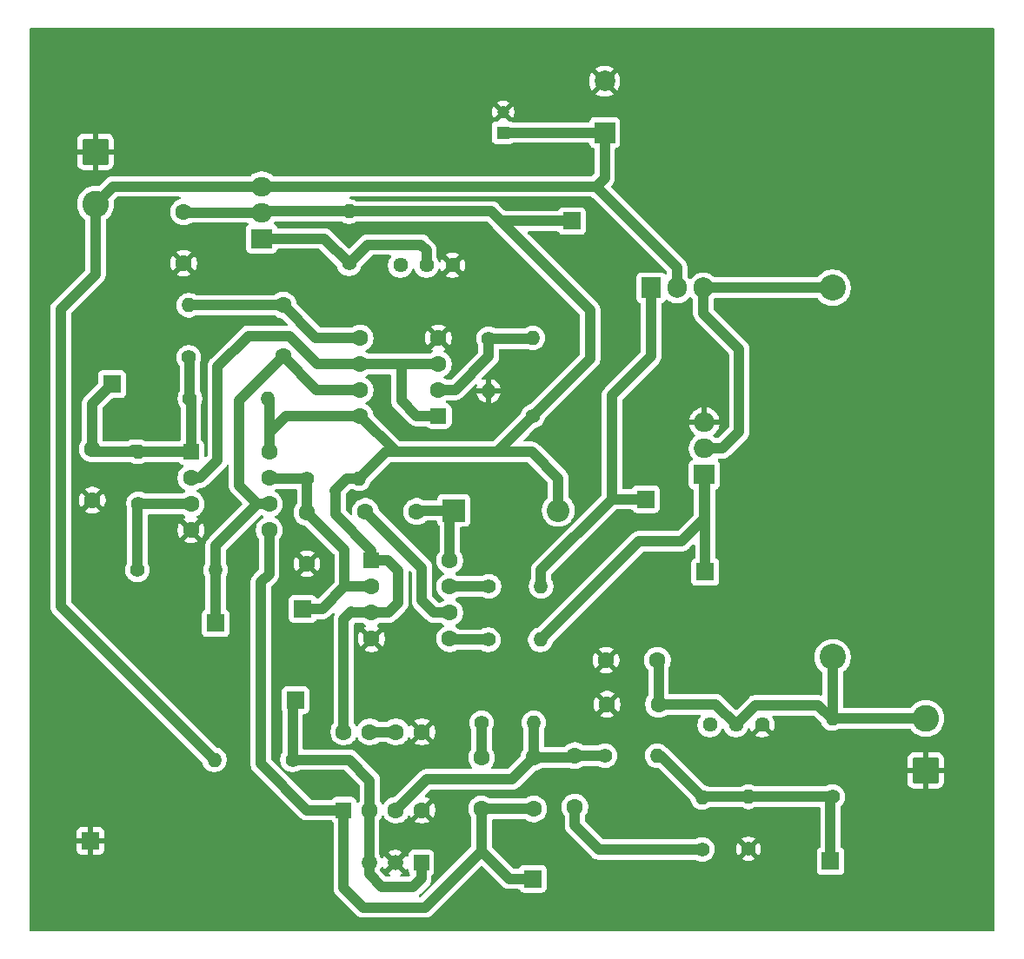
<source format=gbr>
%TF.GenerationSoftware,KiCad,Pcbnew,9.0.1*%
%TF.CreationDate,2025-06-18T20:44:56-03:00*%
%TF.ProjectId,buck_realimentada2,6275636b-5f72-4656-916c-696d656e7461,rev?*%
%TF.SameCoordinates,Original*%
%TF.FileFunction,Copper,L2,Bot*%
%TF.FilePolarity,Positive*%
%FSLAX46Y46*%
G04 Gerber Fmt 4.6, Leading zero omitted, Abs format (unit mm)*
G04 Created by KiCad (PCBNEW 9.0.1) date 2025-06-18 20:44:56*
%MOMM*%
%LPD*%
G01*
G04 APERTURE LIST*
G04 Aperture macros list*
%AMRoundRect*
0 Rectangle with rounded corners*
0 $1 Rounding radius*
0 $2 $3 $4 $5 $6 $7 $8 $9 X,Y pos of 4 corners*
0 Add a 4 corners polygon primitive as box body*
4,1,4,$2,$3,$4,$5,$6,$7,$8,$9,$2,$3,0*
0 Add four circle primitives for the rounded corners*
1,1,$1+$1,$2,$3*
1,1,$1+$1,$4,$5*
1,1,$1+$1,$6,$7*
1,1,$1+$1,$8,$9*
0 Add four rect primitives between the rounded corners*
20,1,$1+$1,$2,$3,$4,$5,0*
20,1,$1+$1,$4,$5,$6,$7,0*
20,1,$1+$1,$6,$7,$8,$9,0*
20,1,$1+$1,$8,$9,$2,$3,0*%
G04 Aperture macros list end*
%TA.AperFunction,ComponentPad*%
%ADD10R,1.700000X1.700000*%
%TD*%
%TA.AperFunction,ComponentPad*%
%ADD11R,1.905000X2.000000*%
%TD*%
%TA.AperFunction,ComponentPad*%
%ADD12O,1.905000X2.000000*%
%TD*%
%TA.AperFunction,ComponentPad*%
%ADD13R,2.000000X2.000000*%
%TD*%
%TA.AperFunction,ComponentPad*%
%ADD14C,2.000000*%
%TD*%
%TA.AperFunction,ComponentPad*%
%ADD15C,1.600000*%
%TD*%
%TA.AperFunction,ComponentPad*%
%ADD16C,1.400000*%
%TD*%
%TA.AperFunction,ComponentPad*%
%ADD17O,1.400000X1.400000*%
%TD*%
%TA.AperFunction,ComponentPad*%
%ADD18R,2.000000X1.905000*%
%TD*%
%TA.AperFunction,ComponentPad*%
%ADD19O,2.000000X1.905000*%
%TD*%
%TA.AperFunction,ComponentPad*%
%ADD20R,1.500000X1.500000*%
%TD*%
%TA.AperFunction,ComponentPad*%
%ADD21C,1.500000*%
%TD*%
%TA.AperFunction,ComponentPad*%
%ADD22RoundRect,0.250000X-1.050000X1.050000X-1.050000X-1.050000X1.050000X-1.050000X1.050000X1.050000X0*%
%TD*%
%TA.AperFunction,ComponentPad*%
%ADD23C,2.600000*%
%TD*%
%TA.AperFunction,ComponentPad*%
%ADD24R,2.200000X2.200000*%
%TD*%
%TA.AperFunction,ComponentPad*%
%ADD25O,2.200000X2.200000*%
%TD*%
%TA.AperFunction,ComponentPad*%
%ADD26R,1.200000X1.200000*%
%TD*%
%TA.AperFunction,ComponentPad*%
%ADD27C,1.200000*%
%TD*%
%TA.AperFunction,ComponentPad*%
%ADD28C,1.440000*%
%TD*%
%TA.AperFunction,ComponentPad*%
%ADD29RoundRect,0.250000X1.050000X-1.050000X1.050000X1.050000X-1.050000X1.050000X-1.050000X-1.050000X0*%
%TD*%
%TA.AperFunction,ComponentPad*%
%ADD30C,2.540000*%
%TD*%
%TA.AperFunction,ComponentPad*%
%ADD31RoundRect,0.250000X0.550000X-0.550000X0.550000X0.550000X-0.550000X0.550000X-0.550000X-0.550000X0*%
%TD*%
%TA.AperFunction,ComponentPad*%
%ADD32RoundRect,0.250000X0.550000X0.550000X-0.550000X0.550000X-0.550000X-0.550000X0.550000X-0.550000X0*%
%TD*%
%TA.AperFunction,ComponentPad*%
%ADD33RoundRect,0.250000X-0.550000X-0.550000X0.550000X-0.550000X0.550000X0.550000X-0.550000X0.550000X0*%
%TD*%
%TA.AperFunction,Conductor*%
%ADD34C,1.000000*%
%TD*%
G04 APERTURE END LIST*
D10*
%TO.P,J15,1,Pin_1*%
%TO.N,sampling*%
X177000000Y-139500000D03*
%TD*%
%TO.P,J14,1,Pin_1*%
%TO.N,cuadrada*%
X107000000Y-93000000D03*
%TD*%
D11*
%TO.P,M4,1,G*%
%TO.N,Vg1*%
X159520000Y-83600000D03*
D12*
%TO.P,M4,2,D*%
%TO.N,Vin*%
X162060000Y-83600000D03*
%TO.P,M4,3,S*%
%TO.N,Vd*%
X164600000Y-83600000D03*
%TD*%
D13*
%TO.P,C2,1*%
%TO.N,Vin*%
X155000000Y-68467677D03*
D14*
%TO.P,C2,2*%
%TO.N,GND*%
X155000000Y-63467677D03*
%TD*%
D15*
%TO.P,C12,1*%
%TO.N,pwm*%
X126000000Y-105500000D03*
%TO.P,C12,2*%
%TO.N,GND*%
X126000000Y-110500000D03*
%TD*%
%TO.P,C1,1*%
%TO.N,Vout*%
X160140000Y-119900000D03*
%TO.P,C1,2*%
%TO.N,GND*%
X155140000Y-119900000D03*
%TD*%
D16*
%TO.P,R10,1*%
%TO.N,GND*%
X169000000Y-138300000D03*
D17*
%TO.P,R10,2*%
%TO.N,sampling*%
X169000000Y-133220000D03*
%TD*%
D18*
%TO.P,U4,1,ADJ*%
%TO.N,Net-(U4-ADJ)*%
X121600000Y-78800000D03*
D19*
%TO.P,U4,2,VO*%
%TO.N,VCCPWM*%
X121600000Y-76260000D03*
%TO.P,U4,3,VI*%
%TO.N,Vin*%
X121600000Y-73720000D03*
%TD*%
D10*
%TO.P,J13,1,Pin_1*%
%TO.N,Vg2*%
X164800000Y-111300000D03*
%TD*%
D15*
%TO.P,C8,1*%
%TO.N,cuadrada*%
X105100000Y-99300000D03*
%TO.P,C8,2*%
%TO.N,GND*%
X105100000Y-104300000D03*
%TD*%
D10*
%TO.P,J10,1,Pin_1*%
%TO.N,VCCPWM*%
X151800000Y-77100000D03*
%TD*%
D20*
%TO.P,U5,1,REF*%
%TO.N,Vref*%
X137140000Y-139640000D03*
D21*
%TO.P,U5,2,A*%
%TO.N,GND*%
X134600000Y-139640000D03*
%TO.P,U5,3,K*%
%TO.N,Vref*%
X132060000Y-139640000D03*
%TD*%
D15*
%TO.P,C7,1*%
%TO.N,Net-(U7A-+)*%
X152100000Y-129200000D03*
%TO.P,C7,2*%
%TO.N,Net-(C7-Pad2)*%
X152100000Y-134200000D03*
%TD*%
D22*
%TO.P,J1,1,Pin_1*%
%TO.N,GND*%
X105407500Y-70355000D03*
D23*
%TO.P,J1,2,Pin_2*%
%TO.N,Vin*%
X105407500Y-75435000D03*
%TD*%
D10*
%TO.P,J12,1,Pin_1*%
%TO.N,Vg1*%
X159000000Y-104200000D03*
%TD*%
D16*
%TO.P,R12,1*%
%TO.N,pwm*%
X126020000Y-102200000D03*
D17*
%TO.P,R12,2*%
%TO.N,VCCPWM*%
X131100000Y-102200000D03*
%TD*%
D15*
%TO.P,C13,1*%
%TO.N,VCCPWM*%
X114000000Y-76200000D03*
%TO.P,C13,2*%
%TO.N,GND*%
X114000000Y-81200000D03*
%TD*%
D24*
%TO.P,D1,1,K*%
%TO.N,Net-(D1-K)*%
X140320000Y-105300000D03*
D25*
%TO.P,D1,2,A*%
%TO.N,VCCPWM*%
X150480000Y-105300000D03*
%TD*%
D26*
%TO.P,C5,1*%
%TO.N,Vin*%
X145100000Y-68472599D03*
D27*
%TO.P,C5,2*%
%TO.N,GND*%
X145100000Y-66472599D03*
%TD*%
D28*
%TO.P,R13,1*%
%TO.N,GND*%
X140180000Y-81400000D03*
%TO.P,R13,2*%
%TO.N,Net-(U4-ADJ)*%
X137640000Y-81400000D03*
%TO.P,R13,3*%
%TO.N,N/C*%
X135100000Y-81400000D03*
%TD*%
D15*
%TO.P,C10,1*%
%TO.N,error*%
X148100000Y-134400000D03*
%TO.P,C10,2*%
%TO.N,Net-(U7A-+)*%
X148100000Y-129400000D03*
%TD*%
D16*
%TO.P,R8,1*%
%TO.N,Net-(U2A-+)*%
X109490000Y-111100000D03*
D17*
%TO.P,R8,2*%
%TO.N,Triangular*%
X117110000Y-111100000D03*
%TD*%
D16*
%TO.P,R2,1*%
%TO.N,HO*%
X143720000Y-112700000D03*
D17*
%TO.P,R2,2*%
%TO.N,Vg1*%
X148800000Y-112700000D03*
%TD*%
D10*
%TO.P,J11,1,Pin_1*%
%TO.N,Vref*%
X124900000Y-123800000D03*
%TD*%
D16*
%TO.P,R1,1*%
%TO.N,Net-(U6A--)*%
X143700000Y-88560000D03*
D17*
%TO.P,R1,2*%
%TO.N,GND*%
X143700000Y-93640000D03*
%TD*%
D15*
%TO.P,C6,1*%
%TO.N,Net-(U6B-+)*%
X123700000Y-85300000D03*
%TO.P,C6,2*%
%TO.N,Triangular*%
X123700000Y-90300000D03*
%TD*%
D29*
%TO.P,J2,1,Pin_1*%
%TO.N,GND*%
X186272500Y-130645000D03*
D23*
%TO.P,J2,2,Pin_2*%
%TO.N,Vout*%
X186272500Y-125565000D03*
%TD*%
D16*
%TO.P,R3,1*%
%TO.N,LO*%
X143660000Y-117900000D03*
D17*
%TO.P,R3,2*%
%TO.N,Vg2*%
X148740000Y-117900000D03*
%TD*%
D16*
%TO.P,R4,1*%
%TO.N,cuadrada*%
X114500000Y-90380000D03*
D17*
%TO.P,R4,2*%
%TO.N,Net-(U6B-+)*%
X114500000Y-85300000D03*
%TD*%
D15*
%TO.P,C4,1*%
%TO.N,Net-(D1-K)*%
X136700000Y-105400000D03*
%TO.P,C4,2*%
%TO.N,Net-(U1-VS)*%
X131700000Y-105400000D03*
%TD*%
D30*
%TO.P,L1,1,1*%
%TO.N,Vd*%
X177200000Y-83600000D03*
%TO.P,L1,2,2*%
%TO.N,Vout*%
X177200000Y-119600000D03*
%TD*%
D31*
%TO.P,U7,1*%
%TO.N,error*%
X129590000Y-134505000D03*
D15*
%TO.P,U7,2,-*%
%TO.N,Vref*%
X132130000Y-134505000D03*
%TO.P,U7,3,+*%
%TO.N,Net-(U7A-+)*%
X134670000Y-134505000D03*
%TO.P,U7,4,V-*%
%TO.N,GND*%
X137210000Y-134505000D03*
%TO.P,U7,5,+*%
X137210000Y-126885000D03*
%TO.P,U7,6,-*%
%TO.N,Net-(U7B--)*%
X134670000Y-126885000D03*
%TO.P,U7,7*%
X132130000Y-126885000D03*
%TO.P,U7,8,V+*%
%TO.N,VCCPWM*%
X129590000Y-126885000D03*
%TD*%
D16*
%TO.P,R6,1*%
%TO.N,VCCPWM*%
X148000000Y-96110000D03*
D17*
%TO.P,R6,2*%
%TO.N,Net-(U6A--)*%
X148000000Y-88490000D03*
%TD*%
D16*
%TO.P,R14,1*%
%TO.N,Vref*%
X124600000Y-129600000D03*
D17*
%TO.P,R14,2*%
%TO.N,Vin*%
X116980000Y-129600000D03*
%TD*%
D10*
%TO.P,J3,1,Pin_1*%
%TO.N,GND*%
X104900000Y-137500000D03*
%TD*%
D32*
%TO.P,U6,1*%
%TO.N,Net-(U2A--)*%
X138800000Y-96100000D03*
D15*
%TO.P,U6,2,-*%
%TO.N,Net-(U6A--)*%
X138800000Y-93560000D03*
%TO.P,U6,3,+*%
%TO.N,Net-(U2A--)*%
X138800000Y-91020000D03*
%TO.P,U6,4,V-*%
%TO.N,GND*%
X138800000Y-88480000D03*
%TO.P,U6,5,+*%
%TO.N,Net-(U6B-+)*%
X131180000Y-88480000D03*
%TO.P,U6,6,-*%
%TO.N,Net-(U2A--)*%
X131180000Y-91020000D03*
%TO.P,U6,7*%
%TO.N,Triangular*%
X131180000Y-93560000D03*
%TO.P,U6,8,V+*%
%TO.N,VCCPWM*%
X131180000Y-96100000D03*
%TD*%
%TO.P,C3,1*%
%TO.N,Vout*%
X160240000Y-124200000D03*
%TO.P,C3,2*%
%TO.N,GND*%
X155240000Y-124200000D03*
%TD*%
D33*
%TO.P,U1,1,VCC*%
%TO.N,VCCPWM*%
X132295000Y-110190000D03*
D15*
%TO.P,U1,2,IN*%
%TO.N,pwm*%
X132295000Y-112730000D03*
%TO.P,U1,3,~{SD}*%
%TO.N,VCCPWM*%
X132295000Y-115270000D03*
%TO.P,U1,4,COM*%
%TO.N,GND*%
X132295000Y-117810000D03*
%TO.P,U1,5,LO*%
%TO.N,LO*%
X139915000Y-117810000D03*
%TO.P,U1,6,VS*%
%TO.N,Net-(U1-VS)*%
X139915000Y-115270000D03*
%TO.P,U1,7,HO*%
%TO.N,HO*%
X139915000Y-112730000D03*
%TO.P,U1,8,VB*%
%TO.N,Net-(D1-K)*%
X139915000Y-110190000D03*
%TD*%
D16*
%TO.P,R9,1*%
%TO.N,sampling*%
X177200000Y-133210000D03*
D17*
%TO.P,R9,2*%
%TO.N,Vout*%
X177200000Y-125590000D03*
%TD*%
D10*
%TO.P,J5,1,Pin_1*%
%TO.N,pwm*%
X125600000Y-114900000D03*
%TD*%
D16*
%TO.P,R5,1*%
%TO.N,Net-(U4-ADJ)*%
X130100000Y-81240000D03*
D17*
%TO.P,R5,2*%
%TO.N,VCCPWM*%
X130100000Y-76160000D03*
%TD*%
D16*
%TO.P,R15,1*%
%TO.N,Net-(U7A-+)*%
X155020000Y-129200000D03*
D17*
%TO.P,R15,2*%
%TO.N,sampling*%
X160100000Y-129200000D03*
%TD*%
D15*
%TO.P,C9,1*%
%TO.N,error*%
X143000000Y-134400000D03*
%TO.P,C9,2*%
%TO.N,Net-(C9-Pad2)*%
X143000000Y-129400000D03*
%TD*%
D10*
%TO.P,J6,1,Pin_1*%
%TO.N,Triangular*%
X117100000Y-116300000D03*
%TD*%
D33*
%TO.P,U2,1*%
%TO.N,cuadrada*%
X114695000Y-99590000D03*
D15*
%TO.P,U2,2,-*%
%TO.N,Net-(U2A--)*%
X114695000Y-102130000D03*
%TO.P,U2,3,+*%
%TO.N,Net-(U2A-+)*%
X114695000Y-104670000D03*
%TO.P,U2,4,V-*%
%TO.N,GND*%
X114695000Y-107210000D03*
%TO.P,U2,5,+*%
%TO.N,error*%
X122315000Y-107210000D03*
%TO.P,U2,6,-*%
%TO.N,Triangular*%
X122315000Y-104670000D03*
%TO.P,U2,7*%
%TO.N,pwm*%
X122315000Y-102130000D03*
%TO.P,U2,8,V+*%
%TO.N,VCCPWM*%
X122315000Y-99590000D03*
%TD*%
D10*
%TO.P,J4,1,Pin_1*%
%TO.N,error*%
X148000000Y-141200000D03*
%TD*%
D16*
%TO.P,R16,1*%
%TO.N,Net-(C7-Pad2)*%
X164500000Y-138340000D03*
D17*
%TO.P,R16,2*%
%TO.N,sampling*%
X164500000Y-133260000D03*
%TD*%
D16*
%TO.P,R7,1*%
%TO.N,Net-(U2A-+)*%
X109600000Y-104640000D03*
D17*
%TO.P,R7,2*%
%TO.N,cuadrada*%
X109600000Y-99560000D03*
%TD*%
D16*
%TO.P,R17,1*%
%TO.N,Net-(C9-Pad2)*%
X143020000Y-126000000D03*
D17*
%TO.P,R17,2*%
%TO.N,Net-(U7A-+)*%
X148100000Y-126000000D03*
%TD*%
D18*
%TO.P,M3,1,G*%
%TO.N,Vg2*%
X164700000Y-101800000D03*
D19*
%TO.P,M3,2,D*%
%TO.N,Vd*%
X164700000Y-99260000D03*
%TO.P,M3,3,S*%
%TO.N,GND*%
X164700000Y-96720000D03*
%TD*%
D16*
%TO.P,R11,1*%
%TO.N,cuadrada*%
X114600000Y-94400000D03*
D17*
%TO.P,R11,2*%
%TO.N,VCCPWM*%
X122220000Y-94400000D03*
%TD*%
D28*
%TO.P,Rc1,1*%
%TO.N,GND*%
X170340000Y-126200000D03*
%TO.P,Rc1,2*%
%TO.N,Vout*%
X167800000Y-126200000D03*
%TO.P,Rc1,3*%
%TO.N,N/C*%
X165260000Y-126200000D03*
%TD*%
D34*
%TO.N,sampling*%
X177000000Y-133410000D02*
X177200000Y-133210000D01*
X177000000Y-139500000D02*
X177000000Y-133410000D01*
%TO.N,cuadrada*%
X105100000Y-94900000D02*
X107000000Y-93000000D01*
X105100000Y-99300000D02*
X105100000Y-94900000D01*
%TO.N,Vin*%
X155000000Y-68467677D02*
X155000000Y-72900000D01*
X145100000Y-68472599D02*
X154995078Y-68472599D01*
X155000000Y-72900000D02*
X154180000Y-73720000D01*
X109400000Y-73720000D02*
X107122500Y-73720000D01*
X102027401Y-114592599D02*
X102027401Y-90700000D01*
X105407500Y-82292500D02*
X105407500Y-75435000D01*
X102000000Y-114620000D02*
X116980000Y-129600000D01*
X121600000Y-73720000D02*
X154180000Y-73720000D01*
X154995078Y-68472599D02*
X155000000Y-68467677D01*
X102000000Y-85700000D02*
X105407500Y-82292500D01*
X107122500Y-73720000D02*
X105407500Y-75435000D01*
X162060000Y-81600000D02*
X162060000Y-83600000D01*
X102027401Y-85727401D02*
X102000000Y-85700000D01*
X102027401Y-90700000D02*
X102027401Y-85727401D01*
X102000000Y-114620000D02*
X102027401Y-114592599D01*
X154180000Y-73720000D02*
X162060000Y-81600000D01*
X121600000Y-73720000D02*
X109400000Y-73720000D01*
%TO.N,Vg1*%
X159520000Y-90280000D02*
X159520000Y-83600000D01*
X148800000Y-111100000D02*
X148800000Y-112700000D01*
X155700000Y-104200000D02*
X148800000Y-111100000D01*
X155700000Y-104200000D02*
X155700000Y-94100000D01*
X155700000Y-94100000D02*
X159520000Y-90280000D01*
X159000000Y-104200000D02*
X155700000Y-104200000D01*
%TO.N,HO*%
X139945000Y-112700000D02*
X139915000Y-112730000D01*
X143720000Y-112700000D02*
X139945000Y-112700000D01*
%TO.N,Vout*%
X186272500Y-125565000D02*
X177225000Y-125565000D01*
X175800000Y-124300000D02*
X169700000Y-124300000D01*
X160240000Y-120000000D02*
X160140000Y-119900000D01*
X177200000Y-125590000D02*
X177090000Y-125590000D01*
X169700000Y-124300000D02*
X167800000Y-126200000D01*
X167800000Y-126200000D02*
X165800000Y-124200000D01*
X177225000Y-125565000D02*
X177200000Y-125590000D01*
X165800000Y-124200000D02*
X160240000Y-124200000D01*
X160240000Y-124200000D02*
X160240000Y-120000000D01*
X177200000Y-119600000D02*
X177200000Y-125590000D01*
X177090000Y-125590000D02*
X175800000Y-124300000D01*
%TO.N,Net-(C9-Pad2)*%
X143000000Y-129400000D02*
X143000000Y-126020000D01*
X143000000Y-126020000D02*
X143020000Y-126000000D01*
%TO.N,sampling*%
X169000000Y-133220000D02*
X164540000Y-133220000D01*
X160440000Y-129200000D02*
X164500000Y-133260000D01*
X169010000Y-133210000D02*
X169000000Y-133220000D01*
X164540000Y-133220000D02*
X164500000Y-133260000D01*
X177200000Y-133210000D02*
X169010000Y-133210000D01*
%TO.N,Net-(C7-Pad2)*%
X154440000Y-138340000D02*
X164500000Y-138340000D01*
X152100000Y-136000000D02*
X154440000Y-138340000D01*
X152100000Y-134200000D02*
X152100000Y-136000000D01*
%TO.N,VCCPWM*%
X148000000Y-96110000D02*
X153600000Y-90510000D01*
X143600000Y-99600000D02*
X144510000Y-99600000D01*
X132295000Y-110190000D02*
X132295000Y-109195000D01*
X129590000Y-115910000D02*
X130300000Y-115200000D01*
X132295000Y-109195000D02*
X128800000Y-105700000D01*
X122315000Y-99590000D02*
X122315000Y-97705000D01*
X134900000Y-111200000D02*
X133890000Y-110190000D01*
X128800000Y-105700000D02*
X128800000Y-103500000D01*
X122315000Y-99590000D02*
X122315000Y-94495000D01*
X122220000Y-99495000D02*
X122315000Y-99590000D01*
X114060000Y-76260000D02*
X114000000Y-76200000D01*
X133890000Y-110190000D02*
X132295000Y-110190000D01*
X132295000Y-115270000D02*
X133930000Y-115270000D01*
X150480000Y-102180000D02*
X147900000Y-99600000D01*
X122315000Y-94495000D02*
X122220000Y-94400000D01*
X128800000Y-103500000D02*
X128700000Y-103400000D01*
X130300000Y-115200000D02*
X130370000Y-115270000D01*
X128700000Y-103400000D02*
X129900000Y-102200000D01*
X144450000Y-76650000D02*
X153600000Y-85800000D01*
X134900000Y-114300000D02*
X134900000Y-111200000D01*
X130370000Y-115270000D02*
X132295000Y-115270000D01*
X153600000Y-90510000D02*
X153600000Y-88100000D01*
X147900000Y-99600000D02*
X143600000Y-99600000D01*
X134680000Y-99600000D02*
X134800000Y-99600000D01*
X131100000Y-102200000D02*
X133700000Y-99600000D01*
X131180000Y-96100000D02*
X134680000Y-99600000D01*
X122315000Y-97705000D02*
X123920000Y-96100000D01*
X134680000Y-99600000D02*
X143600000Y-99600000D01*
X133700000Y-99600000D02*
X134800000Y-99600000D01*
X144510000Y-99600000D02*
X148000000Y-96110000D01*
X144900000Y-77100000D02*
X144450000Y-76650000D01*
X143960000Y-76160000D02*
X144450000Y-76650000D01*
X133930000Y-115270000D02*
X134900000Y-114300000D01*
X153600000Y-85800000D02*
X153600000Y-88100000D01*
X123920000Y-96100000D02*
X131180000Y-96100000D01*
X130100000Y-76160000D02*
X121700000Y-76160000D01*
X151800000Y-77100000D02*
X144900000Y-77100000D01*
X129590000Y-126885000D02*
X129590000Y-115910000D01*
X130100000Y-76160000D02*
X143960000Y-76160000D01*
X129900000Y-102200000D02*
X131100000Y-102200000D01*
X121700000Y-76160000D02*
X121600000Y-76260000D01*
X150480000Y-105300000D02*
X150480000Y-102180000D01*
X121600000Y-76260000D02*
X114060000Y-76260000D01*
%TO.N,pwm*%
X126020000Y-102200000D02*
X122385000Y-102200000D01*
X125600000Y-114900000D02*
X127500000Y-114900000D01*
X126000000Y-102220000D02*
X126020000Y-102200000D01*
X126020000Y-102200000D02*
X126020000Y-105480000D01*
X126020000Y-105480000D02*
X126000000Y-105500000D01*
X132295000Y-112730000D02*
X131630000Y-112730000D01*
X127500000Y-114900000D02*
X129670000Y-112730000D01*
X129670000Y-112730000D02*
X129670000Y-109170000D01*
X129670000Y-109170000D02*
X126000000Y-105500000D01*
X129670000Y-112730000D02*
X132295000Y-112730000D01*
X122385000Y-102200000D02*
X122315000Y-102130000D01*
%TO.N,cuadrada*%
X114600000Y-90480000D02*
X114500000Y-90380000D01*
X109490000Y-99770000D02*
X109100000Y-99380000D01*
X114500000Y-94300000D02*
X114600000Y-94400000D01*
X114695000Y-99590000D02*
X114390000Y-99590000D01*
X114695000Y-99590000D02*
X114695000Y-94495000D01*
X114600000Y-94400000D02*
X114600000Y-90480000D01*
X109600000Y-99560000D02*
X114665000Y-99560000D01*
X114665000Y-99560000D02*
X114695000Y-99590000D01*
X109600000Y-99560000D02*
X105360000Y-99560000D01*
X105360000Y-99560000D02*
X105100000Y-99300000D01*
X114695000Y-94495000D02*
X114600000Y-94400000D01*
%TO.N,Net-(U2A-+)*%
X114695000Y-104670000D02*
X109630000Y-104670000D01*
X109490000Y-111100000D02*
X109490000Y-104750000D01*
X109630000Y-104670000D02*
X109600000Y-104640000D01*
X109490000Y-104750000D02*
X109600000Y-104640000D01*
%TO.N,Triangular*%
X121170000Y-104670000D02*
X119400000Y-102900000D01*
X131180000Y-93560000D02*
X126960000Y-93560000D01*
X123500000Y-90300000D02*
X123700000Y-90300000D01*
X117100000Y-116300000D02*
X117100000Y-111110000D01*
X126960000Y-93560000D02*
X123700000Y-90300000D01*
X117100000Y-111110000D02*
X117110000Y-111100000D01*
X119400000Y-94600000D02*
X123700000Y-90300000D01*
X122315000Y-104670000D02*
X121170000Y-104670000D01*
X117110000Y-111100000D02*
X117110000Y-108730000D01*
X119400000Y-102900000D02*
X119400000Y-94600000D01*
X117110000Y-108730000D02*
X121170000Y-104670000D01*
%TO.N,LO*%
X140005000Y-117900000D02*
X139915000Y-117810000D01*
X143660000Y-117900000D02*
X140005000Y-117900000D01*
%TO.N,Vg2*%
X148740000Y-117900000D02*
X158340000Y-108300000D01*
X164800000Y-101900000D02*
X164700000Y-101800000D01*
X158340000Y-108300000D02*
X162500000Y-108300000D01*
X162500000Y-108300000D02*
X164700000Y-106100000D01*
X164800000Y-111300000D02*
X164800000Y-101900000D01*
X164900000Y-111300000D02*
X164700000Y-111100000D01*
X164700000Y-106100000D02*
X164700000Y-101800000D01*
%TO.N,Net-(U1-VS)*%
X138370000Y-115270000D02*
X139915000Y-115270000D01*
X137200000Y-110900000D02*
X137200000Y-114100000D01*
X131700000Y-105400000D02*
X137200000Y-110900000D01*
X137200000Y-114100000D02*
X138370000Y-115270000D01*
%TO.N,Net-(D1-K)*%
X139915000Y-105705000D02*
X140320000Y-105300000D01*
X136800000Y-105300000D02*
X136700000Y-105400000D01*
X140320000Y-105300000D02*
X136800000Y-105300000D01*
X139915000Y-110190000D02*
X139915000Y-105705000D01*
%TO.N,error*%
X129590000Y-142090000D02*
X131500000Y-144000000D01*
X121500000Y-130000000D02*
X126005000Y-134505000D01*
X137500000Y-144000000D02*
X143000000Y-138500000D01*
X122315000Y-111485000D02*
X121500000Y-112300000D01*
X131500000Y-144000000D02*
X137500000Y-144000000D01*
X143000000Y-134400000D02*
X148100000Y-134400000D01*
X143000000Y-138500000D02*
X143000000Y-134400000D01*
X129590000Y-134505000D02*
X129590000Y-142090000D01*
X122315000Y-107210000D02*
X122315000Y-111485000D01*
X126005000Y-134505000D02*
X129590000Y-134505000D01*
X145700000Y-141200000D02*
X143000000Y-138500000D01*
X121500000Y-112300000D02*
X121500000Y-130000000D01*
X148000000Y-141200000D02*
X145700000Y-141200000D01*
%TO.N,Net-(U2A--)*%
X127020000Y-91020000D02*
X124300000Y-88300000D01*
X120300000Y-88300000D02*
X117300000Y-91300000D01*
X138800000Y-96100000D02*
X136700000Y-96100000D01*
X136700000Y-96100000D02*
X135200000Y-94600000D01*
X124300000Y-88300000D02*
X120300000Y-88300000D01*
X131180000Y-91020000D02*
X127020000Y-91020000D01*
X117300000Y-100400000D02*
X115570000Y-102130000D01*
X115570000Y-102130000D02*
X114695000Y-102130000D01*
X131180000Y-91020000D02*
X135200000Y-91020000D01*
X135200000Y-91020000D02*
X138800000Y-91020000D01*
X117300000Y-91300000D02*
X117300000Y-100400000D01*
X135200000Y-94600000D02*
X135200000Y-91020000D01*
%TO.N,Vref*%
X132060000Y-140760000D02*
X133300000Y-142000000D01*
X132060000Y-139640000D02*
X132060000Y-140760000D01*
X124600000Y-129600000D02*
X124600000Y-124100000D01*
X132060000Y-134575000D02*
X132130000Y-134505000D01*
X136300000Y-142000000D02*
X137140000Y-141160000D01*
X132130000Y-134505000D02*
X132130000Y-131630000D01*
X124600000Y-124100000D02*
X124900000Y-123800000D01*
X130100000Y-129600000D02*
X124600000Y-129600000D01*
X132060000Y-139640000D02*
X132060000Y-134575000D01*
X132130000Y-131630000D02*
X130100000Y-129600000D01*
X133300000Y-142000000D02*
X136300000Y-142000000D01*
X137140000Y-141160000D02*
X137140000Y-139640000D01*
X137140000Y-139640000D02*
X137360000Y-139640000D01*
%TO.N,Vd*%
X168100000Y-89600000D02*
X168100000Y-97600000D01*
X177200000Y-83600000D02*
X164600000Y-83600000D01*
X164600000Y-86100000D02*
X168100000Y-89600000D01*
X164600000Y-83600000D02*
X164600000Y-86100000D01*
X168100000Y-97600000D02*
X166440000Y-99260000D01*
X166440000Y-99260000D02*
X164700000Y-99260000D01*
%TO.N,Net-(U4-ADJ)*%
X137100000Y-79400000D02*
X131940000Y-79400000D01*
X137640000Y-81400000D02*
X137640000Y-79940000D01*
X121600000Y-78800000D02*
X127660000Y-78800000D01*
X137640000Y-79940000D02*
X137100000Y-79400000D01*
X127660000Y-78800000D02*
X130100000Y-81240000D01*
X131940000Y-79400000D02*
X130100000Y-81240000D01*
%TO.N,Net-(U7A-+)*%
X146000000Y-131500000D02*
X148100000Y-129400000D01*
X148100000Y-129400000D02*
X151900000Y-129400000D01*
X137675000Y-131500000D02*
X146000000Y-131500000D01*
X151900000Y-129400000D02*
X152100000Y-129200000D01*
X134670000Y-134505000D02*
X137675000Y-131500000D01*
X148100000Y-129400000D02*
X148100000Y-126000000D01*
X155020000Y-129200000D02*
X152100000Y-129200000D01*
%TO.N,Net-(U6A--)*%
X147930000Y-88560000D02*
X148000000Y-88490000D01*
X138800000Y-93560000D02*
X140440000Y-93560000D01*
X143700000Y-90300000D02*
X143700000Y-88560000D01*
X140440000Y-93560000D02*
X143700000Y-90300000D01*
X143700000Y-88560000D02*
X147930000Y-88560000D01*
%TO.N,Net-(U7B--)*%
X134670000Y-126885000D02*
X132130000Y-126885000D01*
%TO.N,Net-(U6B-+)*%
X131180000Y-88480000D02*
X126880000Y-88480000D01*
X126880000Y-88480000D02*
X123700000Y-85300000D01*
X114500000Y-85300000D02*
X123700000Y-85300000D01*
%TD*%
%TA.AperFunction,Conductor*%
%TO.N,GND*%
G36*
X134200000Y-139692661D02*
G01*
X134227259Y-139794394D01*
X134279920Y-139885606D01*
X134354394Y-139960080D01*
X134445606Y-140012741D01*
X134547339Y-140040000D01*
X134553553Y-140040000D01*
X133909873Y-140683677D01*
X133909873Y-140683678D01*
X133944858Y-140709096D01*
X134054606Y-140765015D01*
X134105402Y-140812989D01*
X134122197Y-140880810D01*
X134099660Y-140946945D01*
X134044945Y-140990397D01*
X133998311Y-140999500D01*
X133765782Y-140999500D01*
X133698743Y-140979815D01*
X133678101Y-140963181D01*
X133152993Y-140438073D01*
X133119508Y-140376750D01*
X133124492Y-140307058D01*
X133130179Y-140294117D01*
X133218884Y-140120025D01*
X133218885Y-140120019D01*
X133219795Y-140118235D01*
X133267769Y-140067439D01*
X133335590Y-140050644D01*
X133401725Y-140073181D01*
X133440765Y-140118235D01*
X133530905Y-140295145D01*
X133556319Y-140330125D01*
X133556320Y-140330125D01*
X134200000Y-139686445D01*
X134200000Y-139692661D01*
G37*
%TD.AperFunction*%
%TA.AperFunction,Conductor*%
G36*
X135643678Y-140330126D02*
G01*
X135643678Y-140330125D01*
X135665182Y-140300529D01*
X135720511Y-140257863D01*
X135790125Y-140251884D01*
X135851920Y-140284489D01*
X135886277Y-140345328D01*
X135889500Y-140373412D01*
X135889500Y-140437869D01*
X135889501Y-140437876D01*
X135895908Y-140497483D01*
X135946202Y-140632328D01*
X135946203Y-140632329D01*
X135946204Y-140632331D01*
X136002510Y-140707546D01*
X136013048Y-140721623D01*
X136037465Y-140787087D01*
X136035081Y-140798047D01*
X136022614Y-140855360D01*
X136001463Y-140883614D01*
X135921899Y-140963180D01*
X135860577Y-140996666D01*
X135834217Y-140999500D01*
X135201690Y-140999500D01*
X135134651Y-140979815D01*
X135088896Y-140927011D01*
X135078952Y-140857853D01*
X135107977Y-140794297D01*
X135145395Y-140765015D01*
X135255143Y-140709095D01*
X135290125Y-140683678D01*
X135290126Y-140683678D01*
X134646448Y-140040000D01*
X134652661Y-140040000D01*
X134754394Y-140012741D01*
X134845606Y-139960080D01*
X134920080Y-139885606D01*
X134972741Y-139794394D01*
X135000000Y-139692661D01*
X135000000Y-139686448D01*
X135643678Y-140330126D01*
G37*
%TD.AperFunction*%
%TA.AperFunction,Conductor*%
G36*
X192922539Y-58320185D02*
G01*
X192968294Y-58372989D01*
X192979500Y-58424500D01*
X192979500Y-146175500D01*
X192959815Y-146242539D01*
X192907011Y-146288294D01*
X192855500Y-146299500D01*
X99104500Y-146299500D01*
X99037461Y-146279815D01*
X98991706Y-146227011D01*
X98980500Y-146175500D01*
X98980500Y-136602155D01*
X103550000Y-136602155D01*
X103550000Y-137250000D01*
X104466988Y-137250000D01*
X104434075Y-137307007D01*
X104400000Y-137434174D01*
X104400000Y-137565826D01*
X104434075Y-137692993D01*
X104466988Y-137750000D01*
X103550000Y-137750000D01*
X103550000Y-138397844D01*
X103556401Y-138457372D01*
X103556403Y-138457379D01*
X103606645Y-138592086D01*
X103606649Y-138592093D01*
X103692809Y-138707187D01*
X103692812Y-138707190D01*
X103807906Y-138793350D01*
X103807913Y-138793354D01*
X103942620Y-138843596D01*
X103942627Y-138843598D01*
X104002155Y-138849999D01*
X104002172Y-138850000D01*
X104650000Y-138850000D01*
X104650000Y-137933012D01*
X104707007Y-137965925D01*
X104834174Y-138000000D01*
X104965826Y-138000000D01*
X105092993Y-137965925D01*
X105150000Y-137933012D01*
X105150000Y-138850000D01*
X105797828Y-138850000D01*
X105797844Y-138849999D01*
X105857372Y-138843598D01*
X105857379Y-138843596D01*
X105992086Y-138793354D01*
X105992093Y-138793350D01*
X106107187Y-138707190D01*
X106107190Y-138707187D01*
X106193350Y-138592093D01*
X106193354Y-138592086D01*
X106243596Y-138457379D01*
X106243598Y-138457372D01*
X106249999Y-138397844D01*
X106250000Y-138397827D01*
X106250000Y-137750000D01*
X105333012Y-137750000D01*
X105365925Y-137692993D01*
X105400000Y-137565826D01*
X105400000Y-137434174D01*
X105365925Y-137307007D01*
X105333012Y-137250000D01*
X106250000Y-137250000D01*
X106250000Y-136602172D01*
X106249999Y-136602155D01*
X106243598Y-136542627D01*
X106243596Y-136542620D01*
X106193354Y-136407913D01*
X106193350Y-136407906D01*
X106107190Y-136292812D01*
X106107187Y-136292809D01*
X105992093Y-136206649D01*
X105992086Y-136206645D01*
X105857379Y-136156403D01*
X105857372Y-136156401D01*
X105797844Y-136150000D01*
X105150000Y-136150000D01*
X105150000Y-137066988D01*
X105092993Y-137034075D01*
X104965826Y-137000000D01*
X104834174Y-137000000D01*
X104707007Y-137034075D01*
X104650000Y-137066988D01*
X104650000Y-136150000D01*
X104002155Y-136150000D01*
X103942627Y-136156401D01*
X103942620Y-136156403D01*
X103807913Y-136206645D01*
X103807906Y-136206649D01*
X103692812Y-136292809D01*
X103692809Y-136292812D01*
X103606649Y-136407906D01*
X103606645Y-136407913D01*
X103556403Y-136542620D01*
X103556401Y-136542627D01*
X103550000Y-136602155D01*
X98980500Y-136602155D01*
X98980500Y-85798542D01*
X100999499Y-85798542D01*
X101024518Y-85924313D01*
X101026901Y-85948505D01*
X101026901Y-114371494D01*
X101024518Y-114395685D01*
X100999500Y-114521456D01*
X100999500Y-114718544D01*
X101037947Y-114911828D01*
X101037949Y-114911836D01*
X101113367Y-115093910D01*
X101113372Y-115093920D01*
X101222860Y-115257780D01*
X101222863Y-115257784D01*
X115773581Y-129808501D01*
X115807066Y-129869824D01*
X115808372Y-129876779D01*
X115809058Y-129881109D01*
X115809059Y-129881114D01*
X115809060Y-129881118D01*
X115867453Y-130060832D01*
X115953240Y-130229199D01*
X116064310Y-130382073D01*
X116197927Y-130515690D01*
X116350801Y-130626760D01*
X116430347Y-130667290D01*
X116519163Y-130712545D01*
X116519165Y-130712545D01*
X116519168Y-130712547D01*
X116615497Y-130743846D01*
X116698881Y-130770940D01*
X116885514Y-130800500D01*
X116885519Y-130800500D01*
X117074486Y-130800500D01*
X117261118Y-130770940D01*
X117440832Y-130712547D01*
X117609199Y-130626760D01*
X117762073Y-130515690D01*
X117895690Y-130382073D01*
X118006760Y-130229199D01*
X118092547Y-130060832D01*
X118150940Y-129881118D01*
X118159163Y-129829199D01*
X118180500Y-129694486D01*
X118180500Y-129505513D01*
X118150940Y-129318881D01*
X118092545Y-129139163D01*
X118006759Y-128970800D01*
X118005659Y-128969286D01*
X117895690Y-128817927D01*
X117762073Y-128684310D01*
X117609199Y-128573240D01*
X117440832Y-128487453D01*
X117261118Y-128429060D01*
X117261116Y-128429059D01*
X117261114Y-128429059D01*
X117261109Y-128429058D01*
X117256779Y-128428372D01*
X117193645Y-128398440D01*
X117188501Y-128393581D01*
X103064220Y-114269300D01*
X103030735Y-114207977D01*
X103027901Y-114181619D01*
X103027901Y-104197682D01*
X103800000Y-104197682D01*
X103800000Y-104402317D01*
X103832009Y-104604417D01*
X103895244Y-104799031D01*
X103988141Y-104981350D01*
X103988147Y-104981359D01*
X104020523Y-105025921D01*
X104020524Y-105025922D01*
X104700000Y-104346446D01*
X104700000Y-104352661D01*
X104727259Y-104454394D01*
X104779920Y-104545606D01*
X104854394Y-104620080D01*
X104945606Y-104672741D01*
X105047339Y-104700000D01*
X105053553Y-104700000D01*
X104374076Y-105379474D01*
X104418650Y-105411859D01*
X104600968Y-105504755D01*
X104795582Y-105567990D01*
X104997683Y-105600000D01*
X105202317Y-105600000D01*
X105404417Y-105567990D01*
X105599031Y-105504755D01*
X105781349Y-105411859D01*
X105825921Y-105379474D01*
X105146447Y-104700000D01*
X105152661Y-104700000D01*
X105254394Y-104672741D01*
X105345606Y-104620080D01*
X105420080Y-104545606D01*
X105472741Y-104454394D01*
X105500000Y-104352661D01*
X105500000Y-104346447D01*
X106179474Y-105025921D01*
X106211859Y-104981349D01*
X106304755Y-104799031D01*
X106367990Y-104604417D01*
X106400000Y-104402317D01*
X106400000Y-104197682D01*
X106367990Y-103995582D01*
X106304755Y-103800968D01*
X106211859Y-103618650D01*
X106179474Y-103574077D01*
X106179474Y-103574076D01*
X105500000Y-104253551D01*
X105500000Y-104247339D01*
X105472741Y-104145606D01*
X105420080Y-104054394D01*
X105345606Y-103979920D01*
X105254394Y-103927259D01*
X105152661Y-103900000D01*
X105146446Y-103900000D01*
X105825922Y-103220524D01*
X105825921Y-103220523D01*
X105781359Y-103188147D01*
X105781350Y-103188141D01*
X105599031Y-103095244D01*
X105404417Y-103032009D01*
X105202317Y-103000000D01*
X104997683Y-103000000D01*
X104795582Y-103032009D01*
X104600968Y-103095244D01*
X104418644Y-103188143D01*
X104374077Y-103220523D01*
X104374077Y-103220524D01*
X105053554Y-103900000D01*
X105047339Y-103900000D01*
X104945606Y-103927259D01*
X104854394Y-103979920D01*
X104779920Y-104054394D01*
X104727259Y-104145606D01*
X104700000Y-104247339D01*
X104700000Y-104253553D01*
X104020524Y-103574077D01*
X104020523Y-103574077D01*
X103988143Y-103618644D01*
X103895244Y-103800968D01*
X103832009Y-103995582D01*
X103800000Y-104197682D01*
X103027901Y-104197682D01*
X103027901Y-86138381D01*
X103047586Y-86071342D01*
X103064220Y-86050700D01*
X104612894Y-84502027D01*
X106184640Y-82930281D01*
X106261502Y-82815248D01*
X106294132Y-82766414D01*
X106331841Y-82675374D01*
X106369552Y-82584335D01*
X106408000Y-82391040D01*
X106408000Y-82193960D01*
X106408000Y-81097682D01*
X112700000Y-81097682D01*
X112700000Y-81302317D01*
X112732009Y-81504417D01*
X112795244Y-81699031D01*
X112888141Y-81881350D01*
X112888147Y-81881359D01*
X112920523Y-81925921D01*
X112920524Y-81925922D01*
X113600000Y-81246446D01*
X113600000Y-81252661D01*
X113627259Y-81354394D01*
X113679920Y-81445606D01*
X113754394Y-81520080D01*
X113845606Y-81572741D01*
X113947339Y-81600000D01*
X113953553Y-81600000D01*
X113274076Y-82279474D01*
X113318650Y-82311859D01*
X113500968Y-82404755D01*
X113695582Y-82467990D01*
X113897683Y-82500000D01*
X114102317Y-82500000D01*
X114304417Y-82467990D01*
X114499031Y-82404755D01*
X114681349Y-82311859D01*
X114725921Y-82279474D01*
X114046447Y-81600000D01*
X114052661Y-81600000D01*
X114154394Y-81572741D01*
X114245606Y-81520080D01*
X114320080Y-81445606D01*
X114372741Y-81354394D01*
X114400000Y-81252661D01*
X114400000Y-81246447D01*
X115079474Y-81925921D01*
X115111859Y-81881349D01*
X115204755Y-81699031D01*
X115267990Y-81504417D01*
X115300000Y-81302317D01*
X115300000Y-81097682D01*
X115267990Y-80895582D01*
X115204755Y-80700968D01*
X115111859Y-80518650D01*
X115079474Y-80474077D01*
X115079474Y-80474076D01*
X114400000Y-81153551D01*
X114400000Y-81147339D01*
X114372741Y-81045606D01*
X114320080Y-80954394D01*
X114245606Y-80879920D01*
X114154394Y-80827259D01*
X114052661Y-80800000D01*
X114046446Y-80800000D01*
X114725922Y-80120524D01*
X114725921Y-80120523D01*
X114681359Y-80088147D01*
X114681350Y-80088141D01*
X114499031Y-79995244D01*
X114304417Y-79932009D01*
X114102317Y-79900000D01*
X113897683Y-79900000D01*
X113695582Y-79932009D01*
X113500968Y-79995244D01*
X113318644Y-80088143D01*
X113274077Y-80120523D01*
X113274077Y-80120524D01*
X113953554Y-80800000D01*
X113947339Y-80800000D01*
X113845606Y-80827259D01*
X113754394Y-80879920D01*
X113679920Y-80954394D01*
X113627259Y-81045606D01*
X113600000Y-81147339D01*
X113600000Y-81153553D01*
X112920524Y-80474077D01*
X112920523Y-80474077D01*
X112888143Y-80518644D01*
X112795244Y-80700968D01*
X112732009Y-80895582D01*
X112700000Y-81097682D01*
X106408000Y-81097682D01*
X106408000Y-76997919D01*
X106427685Y-76930880D01*
X106456514Y-76899543D01*
X106479885Y-76881610D01*
X106597199Y-76791592D01*
X106764092Y-76624699D01*
X106907773Y-76437450D01*
X107025784Y-76233049D01*
X107116106Y-76014993D01*
X107177193Y-75787014D01*
X107208000Y-75553011D01*
X107208000Y-75316989D01*
X107184853Y-75141172D01*
X107195618Y-75072139D01*
X107220105Y-75037314D01*
X107500603Y-74756816D01*
X107561925Y-74723334D01*
X107588283Y-74720500D01*
X109301459Y-74720500D01*
X113562022Y-74720500D01*
X113629061Y-74740185D01*
X113674816Y-74792989D01*
X113684760Y-74862147D01*
X113655735Y-74925703D01*
X113600341Y-74962431D01*
X113500776Y-74994781D01*
X113318386Y-75087715D01*
X113152786Y-75208028D01*
X113008028Y-75352786D01*
X112887715Y-75518386D01*
X112794781Y-75700776D01*
X112731522Y-75895465D01*
X112699500Y-76097648D01*
X112699500Y-76302351D01*
X112731522Y-76504534D01*
X112794781Y-76699223D01*
X112887715Y-76881613D01*
X113008028Y-77047213D01*
X113152786Y-77191971D01*
X113263689Y-77272545D01*
X113318390Y-77312287D01*
X113434607Y-77371503D01*
X113500776Y-77405218D01*
X113500778Y-77405218D01*
X113500781Y-77405220D01*
X113581601Y-77431480D01*
X113695465Y-77468477D01*
X113792002Y-77483767D01*
X113897648Y-77500500D01*
X113897649Y-77500500D01*
X114102351Y-77500500D01*
X114102352Y-77500500D01*
X114304534Y-77468477D01*
X114499219Y-77405220D01*
X114681610Y-77312287D01*
X114720293Y-77284181D01*
X114786100Y-77260702D01*
X114793179Y-77260500D01*
X120176409Y-77260500D01*
X120243448Y-77280185D01*
X120289203Y-77332989D01*
X120299147Y-77402147D01*
X120270122Y-77465703D01*
X120250719Y-77483767D01*
X120242453Y-77489954D01*
X120242452Y-77489955D01*
X120156206Y-77605164D01*
X120156202Y-77605171D01*
X120105908Y-77740017D01*
X120099501Y-77799616D01*
X120099500Y-77799635D01*
X120099500Y-79800370D01*
X120099501Y-79800376D01*
X120105908Y-79859983D01*
X120156202Y-79994828D01*
X120156206Y-79994835D01*
X120242452Y-80110044D01*
X120242455Y-80110047D01*
X120357664Y-80196293D01*
X120357671Y-80196297D01*
X120492517Y-80246591D01*
X120492516Y-80246591D01*
X120499444Y-80247335D01*
X120552127Y-80253000D01*
X122647872Y-80252999D01*
X122707483Y-80246591D01*
X122842331Y-80196296D01*
X122957546Y-80110046D01*
X123043796Y-79994831D01*
X123086190Y-79881167D01*
X123128061Y-79825233D01*
X123193525Y-79800816D01*
X123202372Y-79800500D01*
X127194218Y-79800500D01*
X127261257Y-79820185D01*
X127281899Y-79836819D01*
X128893581Y-81448501D01*
X128927066Y-81509824D01*
X128928372Y-81516779D01*
X128929058Y-81521109D01*
X128929059Y-81521114D01*
X128929060Y-81521118D01*
X128987453Y-81700832D01*
X129073240Y-81869199D01*
X129184310Y-82022073D01*
X129317927Y-82155690D01*
X129470801Y-82266760D01*
X129495754Y-82279474D01*
X129639163Y-82352545D01*
X129639165Y-82352545D01*
X129639168Y-82352547D01*
X129735497Y-82383846D01*
X129818881Y-82410940D01*
X130005514Y-82440500D01*
X130005519Y-82440500D01*
X130194486Y-82440500D01*
X130381118Y-82410940D01*
X130400153Y-82404755D01*
X130560832Y-82352547D01*
X130729199Y-82266760D01*
X130882073Y-82155690D01*
X131015690Y-82022073D01*
X131126760Y-81869199D01*
X131212547Y-81700832D01*
X131270940Y-81521118D01*
X131271625Y-81516788D01*
X131301551Y-81453653D01*
X131306401Y-81448517D01*
X132318101Y-80436819D01*
X132379424Y-80403334D01*
X132405782Y-80400500D01*
X134074651Y-80400500D01*
X134141690Y-80420185D01*
X134187445Y-80472989D01*
X134197389Y-80542147D01*
X134171064Y-80600336D01*
X134171919Y-80600957D01*
X134169057Y-80604895D01*
X134169055Y-80604898D01*
X134128773Y-80660342D01*
X134056135Y-80760318D01*
X133968916Y-80931493D01*
X133909553Y-81114197D01*
X133895963Y-81200000D01*
X133879500Y-81303945D01*
X133879500Y-81496055D01*
X133882784Y-81516790D01*
X133909553Y-81685802D01*
X133968916Y-81868506D01*
X134040339Y-82008680D01*
X134056135Y-82039681D01*
X134169055Y-82195102D01*
X134304898Y-82330945D01*
X134460319Y-82443865D01*
X134623884Y-82527206D01*
X134631493Y-82531083D01*
X134696227Y-82552116D01*
X134814199Y-82590447D01*
X135003945Y-82620500D01*
X135003946Y-82620500D01*
X135196054Y-82620500D01*
X135196055Y-82620500D01*
X135385801Y-82590447D01*
X135568509Y-82531082D01*
X135739681Y-82443865D01*
X135895102Y-82330945D01*
X136030945Y-82195102D01*
X136143865Y-82039681D01*
X136231082Y-81868509D01*
X136244661Y-81826717D01*
X136252069Y-81803919D01*
X136291506Y-81746243D01*
X136355864Y-81719044D01*
X136424711Y-81730958D01*
X136476187Y-81778202D01*
X136487931Y-81803919D01*
X136508915Y-81868504D01*
X136580339Y-82008680D01*
X136596135Y-82039681D01*
X136709055Y-82195102D01*
X136844898Y-82330945D01*
X137000319Y-82443865D01*
X137163884Y-82527206D01*
X137171493Y-82531083D01*
X137236227Y-82552116D01*
X137354199Y-82590447D01*
X137543945Y-82620500D01*
X137543946Y-82620500D01*
X137736054Y-82620500D01*
X137736055Y-82620500D01*
X137925801Y-82590447D01*
X138108509Y-82531082D01*
X138279681Y-82443865D01*
X138435102Y-82330945D01*
X138570945Y-82195102D01*
X138683865Y-82039681D01*
X138771082Y-81868509D01*
X138784661Y-81826717D01*
X138792332Y-81803109D01*
X138831769Y-81745433D01*
X138896127Y-81718234D01*
X138964973Y-81730148D01*
X139016450Y-81777392D01*
X139028194Y-81803107D01*
X139049383Y-81868321D01*
X139136561Y-82039415D01*
X139157798Y-82068646D01*
X139780000Y-81446445D01*
X139780000Y-81452661D01*
X139807259Y-81554394D01*
X139859920Y-81645606D01*
X139934394Y-81720080D01*
X140025606Y-81772741D01*
X140127339Y-81800000D01*
X140133554Y-81800000D01*
X139511351Y-82422200D01*
X139511352Y-82422201D01*
X139540577Y-82443434D01*
X139711678Y-82530616D01*
X139894315Y-82589959D01*
X140083985Y-82620000D01*
X140276015Y-82620000D01*
X140465684Y-82589959D01*
X140648321Y-82530616D01*
X140819419Y-82443436D01*
X140848646Y-82422201D01*
X140848646Y-82422200D01*
X140226447Y-81800000D01*
X140232661Y-81800000D01*
X140334394Y-81772741D01*
X140425606Y-81720080D01*
X140500080Y-81645606D01*
X140552741Y-81554394D01*
X140580000Y-81452661D01*
X140580000Y-81446446D01*
X141202200Y-82068646D01*
X141202201Y-82068646D01*
X141223436Y-82039419D01*
X141310616Y-81868321D01*
X141369959Y-81685684D01*
X141400000Y-81496015D01*
X141400000Y-81303984D01*
X141369959Y-81114315D01*
X141310616Y-80931678D01*
X141223434Y-80760577D01*
X141202201Y-80731352D01*
X141202200Y-80731351D01*
X140580000Y-81353552D01*
X140580000Y-81347339D01*
X140552741Y-81245606D01*
X140500080Y-81154394D01*
X140425606Y-81079920D01*
X140334394Y-81027259D01*
X140232661Y-81000000D01*
X140226447Y-81000000D01*
X140848646Y-80377798D01*
X140819415Y-80356561D01*
X140648321Y-80269383D01*
X140465684Y-80210040D01*
X140276015Y-80180000D01*
X140083985Y-80180000D01*
X139894315Y-80210040D01*
X139711678Y-80269383D01*
X139540578Y-80356564D01*
X139511352Y-80377798D01*
X139511351Y-80377798D01*
X140133554Y-81000000D01*
X140127339Y-81000000D01*
X140025606Y-81027259D01*
X139934394Y-81079920D01*
X139859920Y-81154394D01*
X139807259Y-81245606D01*
X139780000Y-81347339D01*
X139780000Y-81353553D01*
X139157798Y-80731351D01*
X139157798Y-80731352D01*
X139136564Y-80760578D01*
X139049384Y-80931677D01*
X139028194Y-80996893D01*
X138988755Y-81054568D01*
X138924396Y-81081765D01*
X138855550Y-81069850D01*
X138804075Y-81022605D01*
X138792332Y-80996890D01*
X138771084Y-80931495D01*
X138714139Y-80819735D01*
X138683865Y-80760319D01*
X138664181Y-80733227D01*
X138657029Y-80713181D01*
X138645523Y-80695277D01*
X138642068Y-80671252D01*
X138640702Y-80667422D01*
X138640500Y-80660342D01*
X138640500Y-79841456D01*
X138602052Y-79648170D01*
X138602051Y-79648169D01*
X138602051Y-79648165D01*
X138588718Y-79615977D01*
X138540075Y-79498541D01*
X138526632Y-79466086D01*
X138417139Y-79302218D01*
X138277782Y-79162861D01*
X138277781Y-79162860D01*
X137884208Y-78769288D01*
X137884206Y-78769285D01*
X137884206Y-78769286D01*
X137877139Y-78762219D01*
X137877139Y-78762218D01*
X137737782Y-78622861D01*
X137737781Y-78622860D01*
X137737780Y-78622859D01*
X137573920Y-78513371D01*
X137573907Y-78513364D01*
X137430152Y-78453819D01*
X137430144Y-78453817D01*
X137422134Y-78450499D01*
X137391836Y-78437949D01*
X137295188Y-78418724D01*
X137286071Y-78416910D01*
X137198544Y-78399500D01*
X137198541Y-78399500D01*
X131841459Y-78399500D01*
X131841455Y-78399500D01*
X131748260Y-78418038D01*
X131748257Y-78418038D01*
X131744812Y-78418724D01*
X131648164Y-78437949D01*
X131617866Y-78450499D01*
X131609857Y-78453816D01*
X131609847Y-78453819D01*
X131466092Y-78513364D01*
X131466079Y-78513371D01*
X131302219Y-78622859D01*
X131232540Y-78692538D01*
X131162861Y-78762218D01*
X131162858Y-78762221D01*
X130187680Y-79737398D01*
X130126357Y-79770883D01*
X130056665Y-79765899D01*
X130012318Y-79737398D01*
X128441479Y-78166559D01*
X128441459Y-78166537D01*
X128297785Y-78022863D01*
X128297781Y-78022860D01*
X128133920Y-77913371D01*
X128133911Y-77913366D01*
X128046450Y-77877139D01*
X128005165Y-77860038D01*
X127951836Y-77837949D01*
X127951832Y-77837948D01*
X127951828Y-77837946D01*
X127855188Y-77818724D01*
X127758544Y-77799500D01*
X127758541Y-77799500D01*
X123202372Y-77799500D01*
X123135333Y-77779815D01*
X123089578Y-77727011D01*
X123086190Y-77718833D01*
X123043797Y-77605171D01*
X123043793Y-77605164D01*
X122957547Y-77489955D01*
X122957544Y-77489952D01*
X122842335Y-77403706D01*
X122842330Y-77403703D01*
X122834229Y-77400682D01*
X122778296Y-77358810D01*
X122753879Y-77293346D01*
X122768731Y-77225073D01*
X122818136Y-77175668D01*
X122877563Y-77160500D01*
X129394367Y-77160500D01*
X129461406Y-77180185D01*
X129467254Y-77184183D01*
X129470799Y-77186759D01*
X129639163Y-77272545D01*
X129639165Y-77272545D01*
X129639168Y-77272547D01*
X129735497Y-77303846D01*
X129818881Y-77330940D01*
X130005514Y-77360500D01*
X130005519Y-77360500D01*
X130194486Y-77360500D01*
X130381118Y-77330940D01*
X130560832Y-77272547D01*
X130729199Y-77186760D01*
X130732746Y-77184183D01*
X130798552Y-77160702D01*
X130805633Y-77160500D01*
X143494217Y-77160500D01*
X143561256Y-77180185D01*
X143581898Y-77196819D01*
X143816538Y-77431460D01*
X143816560Y-77431480D01*
X144122858Y-77737778D01*
X144122861Y-77737782D01*
X144262218Y-77877139D01*
X144262221Y-77877141D01*
X152563181Y-86178101D01*
X152596666Y-86239424D01*
X152599500Y-86265782D01*
X152599500Y-90044217D01*
X152579815Y-90111256D01*
X152563181Y-90131898D01*
X147791497Y-94903581D01*
X147730174Y-94937066D01*
X147723223Y-94938372D01*
X147718884Y-94939059D01*
X147539165Y-94997454D01*
X147370800Y-95083240D01*
X147295501Y-95137949D01*
X147217927Y-95194310D01*
X147217925Y-95194312D01*
X147217924Y-95194312D01*
X147084312Y-95327924D01*
X147084312Y-95327925D01*
X147084310Y-95327927D01*
X147043421Y-95384206D01*
X146973240Y-95480800D01*
X146887454Y-95649165D01*
X146829059Y-95828885D01*
X146828372Y-95833222D01*
X146798437Y-95896355D01*
X146793581Y-95901496D01*
X144131899Y-98563181D01*
X144070576Y-98596666D01*
X144044218Y-98599500D01*
X135145783Y-98599500D01*
X135078744Y-98579815D01*
X135058102Y-98563181D01*
X132506717Y-96011797D01*
X132473232Y-95950474D01*
X132471925Y-95943513D01*
X132453769Y-95828882D01*
X132448477Y-95795466D01*
X132441423Y-95773757D01*
X132400941Y-95649165D01*
X132385220Y-95600781D01*
X132385218Y-95600778D01*
X132385218Y-95600776D01*
X132333865Y-95499992D01*
X132292287Y-95418390D01*
X132267451Y-95384206D01*
X132171971Y-95252786D01*
X132027213Y-95108028D01*
X131861614Y-94987715D01*
X131842745Y-94978101D01*
X131768917Y-94940483D01*
X131718123Y-94892511D01*
X131701328Y-94824690D01*
X131723865Y-94758555D01*
X131768917Y-94719516D01*
X131861610Y-94672287D01*
X131893208Y-94649330D01*
X132027213Y-94551971D01*
X132027219Y-94551966D01*
X132097736Y-94481449D01*
X132171966Y-94407219D01*
X132171968Y-94407215D01*
X132171971Y-94407213D01*
X132254374Y-94293793D01*
X132292287Y-94241610D01*
X132385220Y-94059219D01*
X132448477Y-93864534D01*
X132480500Y-93662352D01*
X132480500Y-93457648D01*
X132459152Y-93322862D01*
X132448477Y-93255465D01*
X132385218Y-93060776D01*
X132339931Y-92971897D01*
X132292287Y-92878390D01*
X132277657Y-92858253D01*
X132171971Y-92712786D01*
X132027213Y-92568028D01*
X131861614Y-92447715D01*
X131855006Y-92444348D01*
X131768917Y-92400483D01*
X131718123Y-92352511D01*
X131701328Y-92284690D01*
X131723865Y-92218555D01*
X131768917Y-92179516D01*
X131861610Y-92132287D01*
X131982877Y-92044181D01*
X132048683Y-92020702D01*
X132055762Y-92020500D01*
X134075500Y-92020500D01*
X134142539Y-92040185D01*
X134188294Y-92092989D01*
X134199500Y-92144500D01*
X134199500Y-94698542D01*
X134212329Y-94763041D01*
X134212332Y-94763056D01*
X134212763Y-94765220D01*
X134237949Y-94891836D01*
X134245266Y-94909500D01*
X134249090Y-94918733D01*
X134249092Y-94918739D01*
X134313364Y-95073907D01*
X134313371Y-95073920D01*
X134422859Y-95237780D01*
X134422860Y-95237781D01*
X134422861Y-95237782D01*
X134562218Y-95377139D01*
X134562219Y-95377139D01*
X134569286Y-95384206D01*
X134569285Y-95384206D01*
X134569288Y-95384208D01*
X135922860Y-96737781D01*
X135922861Y-96737782D01*
X136062218Y-96877139D01*
X136062219Y-96877140D01*
X136226079Y-96986628D01*
X136226086Y-96986632D01*
X136320381Y-97025690D01*
X136408164Y-97062051D01*
X136601454Y-97100499D01*
X136601457Y-97100500D01*
X136601459Y-97100500D01*
X136798540Y-97100500D01*
X137587769Y-97100500D01*
X137654808Y-97120185D01*
X137675450Y-97136818D01*
X137781344Y-97242712D01*
X137930666Y-97334814D01*
X138097203Y-97389999D01*
X138199991Y-97400500D01*
X139400008Y-97400499D01*
X139502797Y-97389999D01*
X139669334Y-97334814D01*
X139818656Y-97242712D01*
X139942712Y-97118656D01*
X140034814Y-96969334D01*
X140089999Y-96802797D01*
X140100500Y-96700009D01*
X140100499Y-95499992D01*
X140089999Y-95397203D01*
X140034814Y-95230666D01*
X139942712Y-95081344D01*
X139818656Y-94957288D01*
X139712541Y-94891836D01*
X139669336Y-94865187D01*
X139669335Y-94865186D01*
X139669334Y-94865186D01*
X139587427Y-94838044D01*
X139577370Y-94831081D01*
X139565457Y-94828311D01*
X139549182Y-94811564D01*
X139529984Y-94798272D01*
X139525288Y-94786977D01*
X139516763Y-94778205D01*
X139512125Y-94755318D01*
X139503161Y-94733756D01*
X139505317Y-94721715D01*
X139502888Y-94709727D01*
X139511359Y-94687968D01*
X139515476Y-94664980D01*
X139524424Y-94654412D01*
X139528238Y-94644618D01*
X139553542Y-94620025D01*
X139602880Y-94584179D01*
X139668684Y-94560702D01*
X139675762Y-94560500D01*
X140538542Y-94560500D01*
X140564632Y-94555310D01*
X140635188Y-94541275D01*
X140731836Y-94522051D01*
X140824261Y-94483767D01*
X140913914Y-94446632D01*
X141077782Y-94337139D01*
X141217139Y-94197782D01*
X141217140Y-94197779D01*
X141224206Y-94190714D01*
X141224209Y-94190710D01*
X141524919Y-93890000D01*
X142524638Y-93890000D01*
X142529548Y-93921002D01*
X142587914Y-94100637D01*
X142673670Y-94268940D01*
X142784685Y-94421741D01*
X142784689Y-94421746D01*
X142918253Y-94555310D01*
X142918258Y-94555314D01*
X143071059Y-94666329D01*
X143239362Y-94752085D01*
X143418997Y-94810451D01*
X143450000Y-94815362D01*
X143450000Y-94815361D01*
X143950000Y-94815361D01*
X143981002Y-94810451D01*
X144160637Y-94752085D01*
X144328940Y-94666329D01*
X144481741Y-94555314D01*
X144481746Y-94555310D01*
X144615310Y-94421746D01*
X144615314Y-94421741D01*
X144726329Y-94268940D01*
X144812085Y-94100637D01*
X144870451Y-93921002D01*
X144875362Y-93890000D01*
X143950000Y-93890000D01*
X143950000Y-94815361D01*
X143450000Y-94815361D01*
X143450000Y-93890000D01*
X142524638Y-93890000D01*
X141524919Y-93890000D01*
X141820997Y-93593922D01*
X143350000Y-93593922D01*
X143350000Y-93686078D01*
X143373852Y-93775095D01*
X143419930Y-93854905D01*
X143485095Y-93920070D01*
X143564905Y-93966148D01*
X143653922Y-93990000D01*
X143746078Y-93990000D01*
X143835095Y-93966148D01*
X143914905Y-93920070D01*
X143980070Y-93854905D01*
X144026148Y-93775095D01*
X144050000Y-93686078D01*
X144050000Y-93593922D01*
X144026148Y-93504905D01*
X143980070Y-93425095D01*
X143944975Y-93390000D01*
X143950000Y-93390000D01*
X144875362Y-93390000D01*
X144870451Y-93358997D01*
X144812085Y-93179362D01*
X144726329Y-93011059D01*
X144615314Y-92858258D01*
X144615310Y-92858253D01*
X144481746Y-92724689D01*
X144481741Y-92724685D01*
X144328940Y-92613670D01*
X144160635Y-92527913D01*
X143981004Y-92469549D01*
X143980995Y-92469547D01*
X143950000Y-92464637D01*
X143950000Y-93390000D01*
X143944975Y-93390000D01*
X143914905Y-93359930D01*
X143835095Y-93313852D01*
X143746078Y-93290000D01*
X143653922Y-93290000D01*
X143564905Y-93313852D01*
X143485095Y-93359930D01*
X143419930Y-93425095D01*
X143373852Y-93504905D01*
X143350000Y-93593922D01*
X141820997Y-93593922D01*
X142400363Y-93014555D01*
X142461684Y-92981072D01*
X142531376Y-92986056D01*
X142587309Y-93027928D01*
X142611726Y-93093392D01*
X142598528Y-93158530D01*
X142587915Y-93179358D01*
X142587915Y-93179359D01*
X142529548Y-93358997D01*
X142524638Y-93390000D01*
X143450000Y-93390000D01*
X143450000Y-92464637D01*
X143449999Y-92464637D01*
X143419004Y-92469547D01*
X143418995Y-92469549D01*
X143239363Y-92527913D01*
X143239358Y-92527915D01*
X143218530Y-92538528D01*
X143149861Y-92551423D01*
X143085121Y-92525145D01*
X143044865Y-92468037D01*
X143041875Y-92398232D01*
X143074555Y-92340363D01*
X144337778Y-91077141D01*
X144337782Y-91077139D01*
X144477139Y-90937782D01*
X144586632Y-90773914D01*
X144662051Y-90591835D01*
X144667976Y-90562051D01*
X144697930Y-90411460D01*
X144697931Y-90411457D01*
X144700500Y-90398544D01*
X144700500Y-89684500D01*
X144720185Y-89617461D01*
X144772989Y-89571706D01*
X144824500Y-89560500D01*
X147426876Y-89560500D01*
X147483171Y-89574015D01*
X147539163Y-89602545D01*
X147539165Y-89602545D01*
X147539168Y-89602547D01*
X147626300Y-89630858D01*
X147718881Y-89660940D01*
X147905514Y-89690500D01*
X147905519Y-89690500D01*
X148094486Y-89690500D01*
X148281118Y-89660940D01*
X148460832Y-89602547D01*
X148629199Y-89516760D01*
X148782073Y-89405690D01*
X148915690Y-89272073D01*
X149026760Y-89119199D01*
X149112547Y-88950832D01*
X149170940Y-88771118D01*
X149178148Y-88725606D01*
X149200500Y-88584486D01*
X149200500Y-88395513D01*
X149170940Y-88208881D01*
X149137920Y-88107259D01*
X149112547Y-88029168D01*
X149112545Y-88029165D01*
X149112545Y-88029163D01*
X149026759Y-87860800D01*
X148981604Y-87798650D01*
X148915690Y-87707927D01*
X148782073Y-87574310D01*
X148629199Y-87463240D01*
X148622477Y-87459815D01*
X148460836Y-87377454D01*
X148281118Y-87319059D01*
X148094486Y-87289500D01*
X148094481Y-87289500D01*
X147905519Y-87289500D01*
X147905514Y-87289500D01*
X147718881Y-87319059D01*
X147539163Y-87377454D01*
X147370797Y-87463242D01*
X147270905Y-87535818D01*
X147205099Y-87559298D01*
X147198020Y-87559500D01*
X144405633Y-87559500D01*
X144338594Y-87539815D01*
X144332746Y-87535817D01*
X144329200Y-87533240D01*
X144160836Y-87447454D01*
X143981118Y-87389059D01*
X143794486Y-87359500D01*
X143794481Y-87359500D01*
X143605519Y-87359500D01*
X143605514Y-87359500D01*
X143418881Y-87389059D01*
X143239163Y-87447454D01*
X143070800Y-87533240D01*
X142983579Y-87596610D01*
X142917927Y-87644310D01*
X142917925Y-87644312D01*
X142917924Y-87644312D01*
X142784312Y-87777924D01*
X142784312Y-87777925D01*
X142784310Y-87777927D01*
X142769254Y-87798650D01*
X142673240Y-87930800D01*
X142587454Y-88099163D01*
X142529059Y-88278881D01*
X142499500Y-88465513D01*
X142499500Y-88654486D01*
X142529059Y-88841118D01*
X142587454Y-89020836D01*
X142659184Y-89161613D01*
X142673240Y-89189199D01*
X142675814Y-89192742D01*
X142699297Y-89258546D01*
X142699500Y-89265632D01*
X142699500Y-89834218D01*
X142679815Y-89901257D01*
X142663181Y-89921899D01*
X140061899Y-92523181D01*
X140000576Y-92556666D01*
X139974218Y-92559500D01*
X139675762Y-92559500D01*
X139608723Y-92539815D01*
X139602877Y-92535818D01*
X139591999Y-92527915D01*
X139481610Y-92447713D01*
X139388917Y-92400483D01*
X139338123Y-92352511D01*
X139321328Y-92284690D01*
X139343865Y-92218555D01*
X139388917Y-92179516D01*
X139481610Y-92132287D01*
X139524445Y-92101166D01*
X139647213Y-92011971D01*
X139647215Y-92011968D01*
X139647219Y-92011966D01*
X139791966Y-91867219D01*
X139791968Y-91867215D01*
X139791971Y-91867213D01*
X139846285Y-91792455D01*
X139912287Y-91701610D01*
X140005220Y-91519219D01*
X140068477Y-91324534D01*
X140100500Y-91122352D01*
X140100500Y-90917648D01*
X140081742Y-90799219D01*
X140068477Y-90715465D01*
X140005896Y-90522862D01*
X140005220Y-90520781D01*
X140005218Y-90520778D01*
X140005218Y-90520776D01*
X139949518Y-90411460D01*
X139912287Y-90338390D01*
X139904556Y-90327749D01*
X139791971Y-90172786D01*
X139647213Y-90028028D01*
X139481611Y-89907713D01*
X139388369Y-89860203D01*
X139337574Y-89812229D01*
X139320779Y-89744407D01*
X139343317Y-89678273D01*
X139388371Y-89639234D01*
X139481346Y-89591861D01*
X139481347Y-89591861D01*
X139525921Y-89559474D01*
X138846447Y-88880000D01*
X138852661Y-88880000D01*
X138954394Y-88852741D01*
X139045606Y-88800080D01*
X139120080Y-88725606D01*
X139172741Y-88634394D01*
X139200000Y-88532661D01*
X139200000Y-88526447D01*
X139879474Y-89205921D01*
X139911859Y-89161349D01*
X140004755Y-88979031D01*
X140067990Y-88784417D01*
X140100000Y-88582317D01*
X140100000Y-88377682D01*
X140067990Y-88175582D01*
X140004755Y-87980968D01*
X139911859Y-87798650D01*
X139879474Y-87754077D01*
X139879474Y-87754076D01*
X139200000Y-88433551D01*
X139200000Y-88427339D01*
X139172741Y-88325606D01*
X139120080Y-88234394D01*
X139045606Y-88159920D01*
X138954394Y-88107259D01*
X138852661Y-88080000D01*
X138846446Y-88080000D01*
X139525922Y-87400524D01*
X139525921Y-87400523D01*
X139481359Y-87368147D01*
X139481350Y-87368141D01*
X139299031Y-87275244D01*
X139104417Y-87212009D01*
X138902317Y-87180000D01*
X138697683Y-87180000D01*
X138495582Y-87212009D01*
X138300968Y-87275244D01*
X138118644Y-87368143D01*
X138074077Y-87400523D01*
X138074077Y-87400524D01*
X138753554Y-88080000D01*
X138747339Y-88080000D01*
X138645606Y-88107259D01*
X138554394Y-88159920D01*
X138479920Y-88234394D01*
X138427259Y-88325606D01*
X138400000Y-88427339D01*
X138400000Y-88433553D01*
X137720524Y-87754077D01*
X137720523Y-87754077D01*
X137688143Y-87798644D01*
X137595244Y-87980968D01*
X137532009Y-88175582D01*
X137500000Y-88377682D01*
X137500000Y-88582317D01*
X137532009Y-88784417D01*
X137595244Y-88979031D01*
X137688141Y-89161350D01*
X137688147Y-89161359D01*
X137720523Y-89205921D01*
X137720524Y-89205922D01*
X138400000Y-88526446D01*
X138400000Y-88532661D01*
X138427259Y-88634394D01*
X138479920Y-88725606D01*
X138554394Y-88800080D01*
X138645606Y-88852741D01*
X138747339Y-88880000D01*
X138753553Y-88880000D01*
X138074076Y-89559474D01*
X138118652Y-89591861D01*
X138211628Y-89639234D01*
X138262425Y-89687208D01*
X138279220Y-89755029D01*
X138256683Y-89821164D01*
X138211630Y-89860203D01*
X138118388Y-89907713D01*
X137997123Y-89995818D01*
X137931317Y-90019298D01*
X137924238Y-90019500D01*
X132055762Y-90019500D01*
X131988723Y-89999815D01*
X131982877Y-89995818D01*
X131861613Y-89907715D01*
X131861612Y-89907714D01*
X131861610Y-89907713D01*
X131768917Y-89860483D01*
X131718123Y-89812511D01*
X131701328Y-89744690D01*
X131723865Y-89678555D01*
X131768917Y-89639516D01*
X131861610Y-89592287D01*
X131904445Y-89561166D01*
X132027213Y-89471971D01*
X132027215Y-89471968D01*
X132027219Y-89471966D01*
X132171966Y-89327219D01*
X132171968Y-89327215D01*
X132171971Y-89327213D01*
X132245983Y-89225342D01*
X132292287Y-89161610D01*
X132385220Y-88979219D01*
X132448477Y-88784534D01*
X132480500Y-88582352D01*
X132480500Y-88377648D01*
X132464857Y-88278881D01*
X132448477Y-88175465D01*
X132400940Y-88029163D01*
X132385220Y-87980781D01*
X132385218Y-87980778D01*
X132385218Y-87980776D01*
X132324087Y-87860801D01*
X132292287Y-87798390D01*
X132277420Y-87777927D01*
X132171971Y-87632786D01*
X132027213Y-87488028D01*
X131861613Y-87367715D01*
X131861612Y-87367714D01*
X131861610Y-87367713D01*
X131803189Y-87337946D01*
X131679223Y-87274781D01*
X131484534Y-87211522D01*
X131309995Y-87183878D01*
X131282352Y-87179500D01*
X131077648Y-87179500D01*
X131053329Y-87183351D01*
X130875465Y-87211522D01*
X130680776Y-87274781D01*
X130498386Y-87367715D01*
X130377123Y-87455818D01*
X130311317Y-87479298D01*
X130304238Y-87479500D01*
X127345782Y-87479500D01*
X127278743Y-87459815D01*
X127258101Y-87443181D01*
X125026717Y-85211797D01*
X124993232Y-85150474D01*
X124991925Y-85143513D01*
X124990629Y-85135333D01*
X124968477Y-84995466D01*
X124968016Y-84994048D01*
X124939127Y-84905137D01*
X124905220Y-84800781D01*
X124905218Y-84800778D01*
X124905218Y-84800776D01*
X124854051Y-84700357D01*
X124812287Y-84618390D01*
X124794615Y-84594066D01*
X124691971Y-84452786D01*
X124547213Y-84308028D01*
X124381613Y-84187715D01*
X124381612Y-84187714D01*
X124381610Y-84187713D01*
X124324653Y-84158691D01*
X124199223Y-84094781D01*
X124004534Y-84031522D01*
X123829995Y-84003878D01*
X123802352Y-83999500D01*
X123597648Y-83999500D01*
X123573329Y-84003351D01*
X123395465Y-84031522D01*
X123200776Y-84094781D01*
X123018386Y-84187715D01*
X122897123Y-84275818D01*
X122831317Y-84299298D01*
X122824238Y-84299500D01*
X115205633Y-84299500D01*
X115138594Y-84279815D01*
X115132746Y-84275817D01*
X115129200Y-84273240D01*
X114960836Y-84187454D01*
X114781118Y-84129059D01*
X114594486Y-84099500D01*
X114594481Y-84099500D01*
X114405519Y-84099500D01*
X114405514Y-84099500D01*
X114218881Y-84129059D01*
X114039163Y-84187454D01*
X113870800Y-84273240D01*
X113822911Y-84308034D01*
X113717927Y-84384310D01*
X113717925Y-84384312D01*
X113717924Y-84384312D01*
X113584312Y-84517924D01*
X113584312Y-84517925D01*
X113584310Y-84517927D01*
X113536610Y-84583579D01*
X113473240Y-84670800D01*
X113387454Y-84839163D01*
X113329059Y-85018881D01*
X113299500Y-85205513D01*
X113299500Y-85394486D01*
X113329059Y-85581118D01*
X113387454Y-85760836D01*
X113470750Y-85924313D01*
X113473240Y-85929199D01*
X113584310Y-86082073D01*
X113717927Y-86215690D01*
X113870801Y-86326760D01*
X113950347Y-86367290D01*
X114039163Y-86412545D01*
X114039165Y-86412545D01*
X114039168Y-86412547D01*
X114135497Y-86443846D01*
X114218881Y-86470940D01*
X114405514Y-86500500D01*
X114405519Y-86500500D01*
X114594486Y-86500500D01*
X114781118Y-86470940D01*
X114960832Y-86412547D01*
X115129199Y-86326760D01*
X115132746Y-86324183D01*
X115198552Y-86300702D01*
X115205633Y-86300500D01*
X122824238Y-86300500D01*
X122891277Y-86320185D01*
X122897119Y-86324179D01*
X123018390Y-86412287D01*
X123133503Y-86470940D01*
X123200776Y-86505218D01*
X123200778Y-86505218D01*
X123200781Y-86505220D01*
X123305137Y-86539127D01*
X123395465Y-86568477D01*
X123472966Y-86580751D01*
X123543513Y-86591925D01*
X123606648Y-86621854D01*
X123611797Y-86626717D01*
X124072899Y-87087819D01*
X124106384Y-87149142D01*
X124101400Y-87218834D01*
X124059528Y-87274767D01*
X123994064Y-87299184D01*
X123985218Y-87299500D01*
X120201454Y-87299500D01*
X120169391Y-87305876D01*
X120169392Y-87305877D01*
X120008170Y-87337946D01*
X120008164Y-87337948D01*
X119826088Y-87413366D01*
X119826079Y-87413371D01*
X119662219Y-87522859D01*
X119662215Y-87522862D01*
X117384301Y-89800778D01*
X116662220Y-90522859D01*
X116662218Y-90522861D01*
X116623030Y-90562049D01*
X116522859Y-90662219D01*
X116413371Y-90826079D01*
X116413364Y-90826092D01*
X116337950Y-91008160D01*
X116337947Y-91008170D01*
X116299500Y-91201456D01*
X116299500Y-99934216D01*
X116290855Y-99963653D01*
X116284332Y-99993644D01*
X116280577Y-99998659D01*
X116279815Y-100001255D01*
X116263180Y-100021898D01*
X116207179Y-100077898D01*
X116145856Y-100111382D01*
X116076164Y-100106397D01*
X116020231Y-100064526D01*
X115995815Y-99999061D01*
X115995499Y-99990239D01*
X115995499Y-98989992D01*
X115984999Y-98887203D01*
X115929814Y-98720666D01*
X115837712Y-98571344D01*
X115731817Y-98465449D01*
X115698334Y-98404127D01*
X115695500Y-98377769D01*
X115695500Y-94924057D01*
X115709018Y-94867757D01*
X115710328Y-94865186D01*
X115712547Y-94860832D01*
X115770940Y-94681118D01*
X115782494Y-94608167D01*
X115800500Y-94494486D01*
X115800500Y-94305513D01*
X115770940Y-94118881D01*
X115721313Y-93966148D01*
X115712547Y-93939168D01*
X115712545Y-93939165D01*
X115712545Y-93939163D01*
X115645797Y-93808164D01*
X115626760Y-93770801D01*
X115626758Y-93770798D01*
X115626757Y-93770796D01*
X115624179Y-93767247D01*
X115600702Y-93701439D01*
X115600500Y-93694366D01*
X115600500Y-90894245D01*
X115612102Y-90845924D01*
X115610681Y-90845336D01*
X115612538Y-90840848D01*
X115612547Y-90840832D01*
X115670940Y-90661118D01*
X115679267Y-90608541D01*
X115700500Y-90474486D01*
X115700500Y-90285513D01*
X115670940Y-90098881D01*
X115637452Y-89995818D01*
X115612547Y-89919168D01*
X115612545Y-89919165D01*
X115612545Y-89919163D01*
X115552224Y-89800778D01*
X115526760Y-89750801D01*
X115415690Y-89597927D01*
X115282073Y-89464310D01*
X115129199Y-89353240D01*
X115078130Y-89327219D01*
X114960836Y-89267454D01*
X114781118Y-89209059D01*
X114594486Y-89179500D01*
X114594481Y-89179500D01*
X114405519Y-89179500D01*
X114405514Y-89179500D01*
X114218881Y-89209059D01*
X114039163Y-89267454D01*
X113870800Y-89353240D01*
X113798614Y-89405687D01*
X113717927Y-89464310D01*
X113717925Y-89464312D01*
X113717924Y-89464312D01*
X113584312Y-89597924D01*
X113584312Y-89597925D01*
X113584310Y-89597927D01*
X113538528Y-89660940D01*
X113473240Y-89750800D01*
X113387454Y-89919163D01*
X113329059Y-90098881D01*
X113299500Y-90285513D01*
X113299500Y-90474486D01*
X113329059Y-90661118D01*
X113387454Y-90840836D01*
X113436850Y-90937780D01*
X113473240Y-91009199D01*
X113575819Y-91150386D01*
X113599298Y-91216189D01*
X113599500Y-91223269D01*
X113599500Y-93694366D01*
X113579815Y-93761405D01*
X113575821Y-93767247D01*
X113573242Y-93770796D01*
X113487454Y-93939163D01*
X113429059Y-94118881D01*
X113399500Y-94305513D01*
X113399500Y-94494486D01*
X113429059Y-94681118D01*
X113487454Y-94860836D01*
X113557065Y-94997454D01*
X113573240Y-95029199D01*
X113670818Y-95163503D01*
X113694298Y-95229308D01*
X113694500Y-95236388D01*
X113694500Y-98377769D01*
X113685856Y-98407205D01*
X113679333Y-98437195D01*
X113675577Y-98442211D01*
X113674815Y-98444808D01*
X113658182Y-98465449D01*
X113600452Y-98523180D01*
X113539129Y-98556666D01*
X113512770Y-98559500D01*
X110305633Y-98559500D01*
X110238594Y-98539815D01*
X110232746Y-98535817D01*
X110229200Y-98533240D01*
X110060836Y-98447454D01*
X109881118Y-98389059D01*
X109694486Y-98359500D01*
X109694481Y-98359500D01*
X109505519Y-98359500D01*
X109505514Y-98359500D01*
X109318878Y-98389060D01*
X109314139Y-98390198D01*
X109313727Y-98388484D01*
X109259697Y-98391665D01*
X109198542Y-98379500D01*
X109198540Y-98379500D01*
X109001460Y-98379500D01*
X109001457Y-98379500D01*
X108808171Y-98417947D01*
X108808163Y-98417949D01*
X108626089Y-98493367D01*
X108626080Y-98493372D01*
X108558390Y-98538602D01*
X108491713Y-98559480D01*
X108489499Y-98559500D01*
X106232683Y-98559500D01*
X106227431Y-98557957D01*
X106222066Y-98559045D01*
X106194263Y-98548218D01*
X106165644Y-98539815D01*
X106160706Y-98535151D01*
X106156958Y-98533692D01*
X106132362Y-98508381D01*
X106124179Y-98497117D01*
X106100702Y-98431309D01*
X106100500Y-98424236D01*
X106100500Y-95365782D01*
X106120185Y-95298743D01*
X106136819Y-95278101D01*
X107028102Y-94386818D01*
X107089425Y-94353333D01*
X107115783Y-94350499D01*
X107897871Y-94350499D01*
X107897872Y-94350499D01*
X107957483Y-94344091D01*
X108092331Y-94293796D01*
X108207546Y-94207546D01*
X108293796Y-94092331D01*
X108344091Y-93957483D01*
X108350500Y-93897873D01*
X108350499Y-92102128D01*
X108344091Y-92042517D01*
X108343221Y-92040185D01*
X108293797Y-91907671D01*
X108293793Y-91907664D01*
X108207547Y-91792455D01*
X108207544Y-91792452D01*
X108092335Y-91706206D01*
X108092328Y-91706202D01*
X107957482Y-91655908D01*
X107957483Y-91655908D01*
X107897883Y-91649501D01*
X107897881Y-91649500D01*
X107897873Y-91649500D01*
X107897864Y-91649500D01*
X106102129Y-91649500D01*
X106102123Y-91649501D01*
X106042516Y-91655908D01*
X105907671Y-91706202D01*
X105907664Y-91706206D01*
X105792455Y-91792452D01*
X105792452Y-91792455D01*
X105706206Y-91907664D01*
X105706202Y-91907671D01*
X105655908Y-92042517D01*
X105650482Y-92092989D01*
X105649501Y-92102123D01*
X105649500Y-92102135D01*
X105649500Y-92884216D01*
X105629815Y-92951255D01*
X105613180Y-92971897D01*
X104462220Y-94122859D01*
X104462218Y-94122861D01*
X104426784Y-94158295D01*
X104322859Y-94262219D01*
X104213371Y-94426079D01*
X104213364Y-94426092D01*
X104161227Y-94551965D01*
X104161227Y-94551966D01*
X104144713Y-94591836D01*
X104139929Y-94603384D01*
X104137948Y-94608167D01*
X104137947Y-94608171D01*
X104099500Y-94801454D01*
X104099500Y-98424237D01*
X104079815Y-98491276D01*
X104075818Y-98497122D01*
X103987715Y-98618386D01*
X103894781Y-98800776D01*
X103831522Y-98995465D01*
X103799500Y-99197648D01*
X103799500Y-99402351D01*
X103831522Y-99604534D01*
X103894781Y-99799223D01*
X103943345Y-99894534D01*
X103978563Y-99963653D01*
X103987715Y-99981613D01*
X104108028Y-100147213D01*
X104252786Y-100291971D01*
X104383303Y-100386795D01*
X104418390Y-100412287D01*
X104534607Y-100471503D01*
X104600776Y-100505218D01*
X104600778Y-100505218D01*
X104600781Y-100505220D01*
X104705137Y-100539127D01*
X104795465Y-100568477D01*
X104869386Y-100580185D01*
X104997648Y-100600500D01*
X104997649Y-100600500D01*
X105202351Y-100600500D01*
X105202352Y-100600500D01*
X105404534Y-100568477D01*
X105410403Y-100566569D01*
X105412728Y-100566201D01*
X105413780Y-100565526D01*
X105448635Y-100560513D01*
X105448714Y-100560501D01*
X105458541Y-100560501D01*
X105458544Y-100560500D01*
X105464667Y-100560500D01*
X108834599Y-100560500D01*
X108901638Y-100580185D01*
X108903487Y-100581395D01*
X109016086Y-100656631D01*
X109198164Y-100732051D01*
X109341187Y-100760500D01*
X109391455Y-100770499D01*
X109391458Y-100770500D01*
X109391460Y-100770500D01*
X109588541Y-100770500D01*
X109608237Y-100766581D01*
X109626833Y-100762882D01*
X109651025Y-100760500D01*
X109694486Y-100760500D01*
X109881118Y-100730940D01*
X110060832Y-100672547D01*
X110229199Y-100586760D01*
X110232746Y-100584183D01*
X110298552Y-100560702D01*
X110305633Y-100560500D01*
X113454178Y-100560500D01*
X113521217Y-100580185D01*
X113547089Y-100603640D01*
X113547181Y-100603549D01*
X113549043Y-100605411D01*
X113551441Y-100607585D01*
X113552287Y-100608655D01*
X113552288Y-100608656D01*
X113676344Y-100732712D01*
X113825666Y-100824814D01*
X113907570Y-100851954D01*
X113965015Y-100891727D01*
X113991838Y-100956243D01*
X113979523Y-101025018D01*
X113941451Y-101069978D01*
X113847787Y-101138028D01*
X113847782Y-101138032D01*
X113703028Y-101282786D01*
X113582715Y-101448386D01*
X113489781Y-101630776D01*
X113426522Y-101825465D01*
X113394500Y-102027648D01*
X113394500Y-102232351D01*
X113426522Y-102434534D01*
X113489781Y-102629223D01*
X113553691Y-102754653D01*
X113576987Y-102800373D01*
X113582715Y-102811613D01*
X113703028Y-102977213D01*
X113847786Y-103121971D01*
X113985625Y-103222115D01*
X114013390Y-103242287D01*
X114104840Y-103288883D01*
X114106080Y-103289515D01*
X114156876Y-103337490D01*
X114173671Y-103405311D01*
X114151134Y-103471446D01*
X114106080Y-103510485D01*
X114013386Y-103557715D01*
X113892123Y-103645818D01*
X113826317Y-103669298D01*
X113819238Y-103669500D01*
X110346925Y-103669500D01*
X110279886Y-103649815D01*
X110274040Y-103645818D01*
X110229202Y-103613242D01*
X110229201Y-103613241D01*
X110229199Y-103613240D01*
X110173096Y-103584654D01*
X110060836Y-103527454D01*
X109881118Y-103469059D01*
X109694486Y-103439500D01*
X109694481Y-103439500D01*
X109505519Y-103439500D01*
X109505514Y-103439500D01*
X109318881Y-103469059D01*
X109139163Y-103527454D01*
X108970800Y-103613240D01*
X108954119Y-103625360D01*
X108817927Y-103724310D01*
X108817925Y-103724312D01*
X108817924Y-103724312D01*
X108684312Y-103857924D01*
X108684312Y-103857925D01*
X108684310Y-103857927D01*
X108653742Y-103900000D01*
X108573240Y-104010800D01*
X108487454Y-104179163D01*
X108429059Y-104358881D01*
X108399500Y-104545513D01*
X108399500Y-104734486D01*
X108429059Y-104921118D01*
X108454944Y-105000781D01*
X108483431Y-105088455D01*
X108489500Y-105126771D01*
X108489500Y-110394366D01*
X108469815Y-110461405D01*
X108465821Y-110467247D01*
X108463242Y-110470796D01*
X108377454Y-110639163D01*
X108319059Y-110818881D01*
X108289500Y-111005513D01*
X108289500Y-111194486D01*
X108319059Y-111381118D01*
X108377454Y-111560836D01*
X108450785Y-111704755D01*
X108463240Y-111729199D01*
X108574310Y-111882073D01*
X108707927Y-112015690D01*
X108860801Y-112126760D01*
X108940347Y-112167290D01*
X109029163Y-112212545D01*
X109029165Y-112212545D01*
X109029168Y-112212547D01*
X109125497Y-112243846D01*
X109208881Y-112270940D01*
X109395514Y-112300500D01*
X109395519Y-112300500D01*
X109584486Y-112300500D01*
X109771118Y-112270940D01*
X109798198Y-112262141D01*
X109950832Y-112212547D01*
X110119199Y-112126760D01*
X110272073Y-112015690D01*
X110405690Y-111882073D01*
X110516760Y-111729199D01*
X110602547Y-111560832D01*
X110660940Y-111381118D01*
X110668607Y-111332710D01*
X110690500Y-111194486D01*
X110690500Y-111005513D01*
X110660940Y-110818881D01*
X110618811Y-110689223D01*
X110602547Y-110639168D01*
X110602545Y-110639165D01*
X110602545Y-110639163D01*
X110531637Y-110499999D01*
X110516760Y-110470801D01*
X110516758Y-110470798D01*
X110516757Y-110470796D01*
X110514179Y-110467247D01*
X110490702Y-110401439D01*
X110490500Y-110394366D01*
X110490500Y-105794500D01*
X110510185Y-105727461D01*
X110562989Y-105681706D01*
X110614500Y-105670500D01*
X113819238Y-105670500D01*
X113886277Y-105690185D01*
X113892119Y-105694179D01*
X114013390Y-105782287D01*
X114106080Y-105829515D01*
X114106630Y-105829795D01*
X114157426Y-105877770D01*
X114174221Y-105945591D01*
X114151684Y-106011725D01*
X114106630Y-106050765D01*
X114013644Y-106098143D01*
X113969077Y-106130523D01*
X113969077Y-106130524D01*
X114648554Y-106810000D01*
X114642339Y-106810000D01*
X114540606Y-106837259D01*
X114449394Y-106889920D01*
X114374920Y-106964394D01*
X114322259Y-107055606D01*
X114295000Y-107157339D01*
X114295000Y-107163553D01*
X113615524Y-106484077D01*
X113615523Y-106484077D01*
X113583143Y-106528644D01*
X113490244Y-106710968D01*
X113427009Y-106905582D01*
X113395000Y-107107682D01*
X113395000Y-107312317D01*
X113427009Y-107514417D01*
X113490244Y-107709031D01*
X113583141Y-107891350D01*
X113583147Y-107891359D01*
X113615523Y-107935921D01*
X113615524Y-107935922D01*
X114295000Y-107256446D01*
X114295000Y-107262661D01*
X114322259Y-107364394D01*
X114374920Y-107455606D01*
X114449394Y-107530080D01*
X114540606Y-107582741D01*
X114642339Y-107610000D01*
X114648553Y-107610000D01*
X113969076Y-108289474D01*
X114013650Y-108321859D01*
X114195968Y-108414755D01*
X114390582Y-108477990D01*
X114592683Y-108510000D01*
X114797317Y-108510000D01*
X114999417Y-108477990D01*
X115194031Y-108414755D01*
X115376349Y-108321859D01*
X115420921Y-108289474D01*
X114741447Y-107610000D01*
X114747661Y-107610000D01*
X114849394Y-107582741D01*
X114940606Y-107530080D01*
X115015080Y-107455606D01*
X115067741Y-107364394D01*
X115095000Y-107262661D01*
X115095000Y-107256447D01*
X115774474Y-107935921D01*
X115806859Y-107891349D01*
X115899755Y-107709031D01*
X115962990Y-107514417D01*
X115995000Y-107312317D01*
X115995000Y-107107682D01*
X115962990Y-106905582D01*
X115899755Y-106710968D01*
X115806859Y-106528650D01*
X115774474Y-106484077D01*
X115774474Y-106484076D01*
X115095000Y-107163551D01*
X115095000Y-107157339D01*
X115067741Y-107055606D01*
X115015080Y-106964394D01*
X114940606Y-106889920D01*
X114849394Y-106837259D01*
X114747661Y-106810000D01*
X114741446Y-106810000D01*
X115420922Y-106130524D01*
X115420921Y-106130523D01*
X115376359Y-106098147D01*
X115376350Y-106098141D01*
X115283369Y-106050765D01*
X115232573Y-106002790D01*
X115215778Y-105934969D01*
X115238315Y-105868835D01*
X115283370Y-105829795D01*
X115289745Y-105826547D01*
X115376610Y-105782287D01*
X115459728Y-105721899D01*
X115542213Y-105661971D01*
X115542215Y-105661968D01*
X115542219Y-105661966D01*
X115686966Y-105517219D01*
X115686968Y-105517215D01*
X115686971Y-105517213D01*
X115739732Y-105444590D01*
X115807287Y-105351610D01*
X115900220Y-105169219D01*
X115963477Y-104974534D01*
X115995500Y-104772352D01*
X115995500Y-104567648D01*
X115963477Y-104365466D01*
X115961337Y-104358881D01*
X115925095Y-104247339D01*
X115900220Y-104170781D01*
X115900218Y-104170778D01*
X115900218Y-104170776D01*
X115860342Y-104092516D01*
X115807287Y-103988390D01*
X115784967Y-103957669D01*
X115686971Y-103822786D01*
X115542213Y-103678028D01*
X115376614Y-103557715D01*
X115317221Y-103527453D01*
X115283917Y-103510483D01*
X115233123Y-103462511D01*
X115216328Y-103394690D01*
X115238865Y-103328555D01*
X115283917Y-103289516D01*
X115376610Y-103242287D01*
X115497877Y-103154181D01*
X115512999Y-103148407D01*
X115523981Y-103139663D01*
X115548445Y-103134871D01*
X115558229Y-103131135D01*
X115564479Y-103130500D01*
X115668540Y-103130500D01*
X115668541Y-103130500D01*
X115771369Y-103110046D01*
X115861836Y-103092051D01*
X115923205Y-103066631D01*
X116043914Y-103016632D01*
X116207782Y-102907139D01*
X116347139Y-102767782D01*
X116347139Y-102767780D01*
X116357347Y-102757573D01*
X116357348Y-102757570D01*
X118077139Y-101037782D01*
X118102718Y-100999500D01*
X118172398Y-100895217D01*
X118226010Y-100850412D01*
X118295335Y-100841705D01*
X118295337Y-100841705D01*
X118358364Y-100871860D01*
X118372791Y-100895217D01*
X118395082Y-100931303D01*
X118399500Y-100964108D01*
X118399500Y-102998545D01*
X118402774Y-103015005D01*
X118402784Y-103015052D01*
X118403099Y-103016632D01*
X118437949Y-103191836D01*
X118444713Y-103208165D01*
X118448753Y-103217919D01*
X118448754Y-103217922D01*
X118513364Y-103373907D01*
X118513371Y-103373920D01*
X118622860Y-103537781D01*
X118622863Y-103537785D01*
X118766537Y-103681459D01*
X118766559Y-103681479D01*
X119667398Y-104582318D01*
X119700883Y-104643641D01*
X119695899Y-104713333D01*
X119667398Y-104757680D01*
X118062298Y-106362781D01*
X116472221Y-107952858D01*
X116472218Y-107952861D01*
X116412204Y-108012875D01*
X116332859Y-108092219D01*
X116223371Y-108256080D01*
X116223366Y-108256089D01*
X116197995Y-108317341D01*
X116197992Y-108317347D01*
X116195947Y-108322287D01*
X116147949Y-108438164D01*
X116129240Y-108532218D01*
X116127909Y-108538907D01*
X116127907Y-108538915D01*
X116109500Y-108631455D01*
X116109500Y-110394366D01*
X116089815Y-110461405D01*
X116085821Y-110467247D01*
X116083242Y-110470796D01*
X115997454Y-110639163D01*
X115939059Y-110818881D01*
X115909500Y-111005513D01*
X115909500Y-111194486D01*
X115939059Y-111381118D01*
X115997454Y-111560836D01*
X116085452Y-111733540D01*
X116083628Y-111734469D01*
X116099500Y-111790704D01*
X116099500Y-114885858D01*
X116079815Y-114952897D01*
X116027011Y-114998652D01*
X116018847Y-115002034D01*
X116007669Y-115006204D01*
X116007664Y-115006206D01*
X115892455Y-115092452D01*
X115892452Y-115092455D01*
X115806206Y-115207664D01*
X115806202Y-115207671D01*
X115755908Y-115342517D01*
X115752701Y-115372351D01*
X115749501Y-115402123D01*
X115749500Y-115402135D01*
X115749500Y-117197870D01*
X115749501Y-117197876D01*
X115755908Y-117257483D01*
X115806202Y-117392328D01*
X115806206Y-117392335D01*
X115892452Y-117507544D01*
X115892455Y-117507547D01*
X116007664Y-117593793D01*
X116007671Y-117593797D01*
X116142517Y-117644091D01*
X116142516Y-117644091D01*
X116149444Y-117644835D01*
X116202127Y-117650500D01*
X117997872Y-117650499D01*
X118057483Y-117644091D01*
X118192331Y-117593796D01*
X118307546Y-117507546D01*
X118393796Y-117392331D01*
X118444091Y-117257483D01*
X118450500Y-117197873D01*
X118450499Y-115402128D01*
X118444091Y-115342517D01*
X118417871Y-115272218D01*
X118393797Y-115207671D01*
X118393793Y-115207664D01*
X118307547Y-115092455D01*
X118307544Y-115092452D01*
X118192335Y-115006206D01*
X118192332Y-115006205D01*
X118192331Y-115006204D01*
X118181161Y-115002038D01*
X118125231Y-114960166D01*
X118100816Y-114894701D01*
X118100500Y-114885858D01*
X118100500Y-111819396D01*
X118120185Y-111752357D01*
X118124184Y-111746508D01*
X118130345Y-111738028D01*
X118136760Y-111729199D01*
X118222547Y-111560832D01*
X118280940Y-111381118D01*
X118288607Y-111332710D01*
X118310500Y-111194486D01*
X118310500Y-111005513D01*
X118280940Y-110818881D01*
X118238811Y-110689223D01*
X118222547Y-110639168D01*
X118222545Y-110639165D01*
X118222545Y-110639163D01*
X118151637Y-110499999D01*
X118136760Y-110470801D01*
X118136758Y-110470798D01*
X118136757Y-110470796D01*
X118134179Y-110467247D01*
X118110702Y-110401439D01*
X118110500Y-110394366D01*
X118110500Y-109195781D01*
X118130185Y-109128742D01*
X118146814Y-109108105D01*
X121465395Y-105789523D01*
X121488261Y-105777037D01*
X121509022Y-105761295D01*
X121518432Y-105760563D01*
X121526716Y-105756040D01*
X121552705Y-105757898D01*
X121578681Y-105755879D01*
X121589079Y-105760499D01*
X121596408Y-105761024D01*
X121611826Y-105768008D01*
X121619189Y-105771969D01*
X121633390Y-105782287D01*
X121727305Y-105830139D01*
X121728537Y-105830802D01*
X121752448Y-105854418D01*
X121776876Y-105877490D01*
X121777222Y-105878887D01*
X121778247Y-105879900D01*
X121785592Y-105912687D01*
X121793671Y-105945311D01*
X121793206Y-105946674D01*
X121793521Y-105948080D01*
X121781983Y-105979608D01*
X121771134Y-106011446D01*
X121769960Y-106012462D01*
X121769510Y-106013694D01*
X121761738Y-106019587D01*
X121726080Y-106050485D01*
X121633386Y-106097715D01*
X121467786Y-106218028D01*
X121323028Y-106362786D01*
X121202715Y-106528386D01*
X121109781Y-106710776D01*
X121046522Y-106905465D01*
X121014500Y-107107648D01*
X121014500Y-107312351D01*
X121046522Y-107514534D01*
X121109781Y-107709223D01*
X121202580Y-107891349D01*
X121202713Y-107891610D01*
X121290819Y-108012877D01*
X121314298Y-108078681D01*
X121314500Y-108085761D01*
X121314500Y-111019217D01*
X121294815Y-111086256D01*
X121278181Y-111106898D01*
X121082795Y-111302284D01*
X120862221Y-111522858D01*
X120862218Y-111522861D01*
X120824247Y-111560832D01*
X120722859Y-111662219D01*
X120613371Y-111826079D01*
X120613366Y-111826089D01*
X120560037Y-111954836D01*
X120542731Y-111996621D01*
X120542727Y-111996632D01*
X120537949Y-112008164D01*
X120537946Y-112008175D01*
X120499500Y-112201454D01*
X120499500Y-112201459D01*
X120499500Y-130098541D01*
X120499500Y-130098543D01*
X120499499Y-130098543D01*
X120537947Y-130291829D01*
X120537950Y-130291839D01*
X120613364Y-130473907D01*
X120613371Y-130473920D01*
X120722860Y-130637781D01*
X120722863Y-130637785D01*
X120866537Y-130781459D01*
X120866559Y-130781479D01*
X125224735Y-135139655D01*
X125224764Y-135139686D01*
X125367214Y-135282136D01*
X125367218Y-135282139D01*
X125531079Y-135391628D01*
X125531092Y-135391635D01*
X125659833Y-135444961D01*
X125702744Y-135462735D01*
X125713164Y-135467051D01*
X125809812Y-135486275D01*
X125858135Y-135495887D01*
X125906458Y-135505500D01*
X125906459Y-135505500D01*
X125906460Y-135505500D01*
X126103540Y-135505500D01*
X128377769Y-135505500D01*
X128407209Y-135514144D01*
X128437196Y-135520668D01*
X128442211Y-135524422D01*
X128444808Y-135525185D01*
X128465450Y-135541819D01*
X128553181Y-135629550D01*
X128586666Y-135690873D01*
X128589500Y-135717230D01*
X128589500Y-142188541D01*
X128589500Y-142188543D01*
X128589499Y-142188543D01*
X128627947Y-142381829D01*
X128627950Y-142381839D01*
X128703364Y-142563907D01*
X128703371Y-142563920D01*
X128812860Y-142727781D01*
X128812863Y-142727785D01*
X128956537Y-142871459D01*
X128956559Y-142871479D01*
X130719735Y-144634655D01*
X130719764Y-144634686D01*
X130862214Y-144777136D01*
X130862218Y-144777139D01*
X131026079Y-144886628D01*
X131026092Y-144886635D01*
X131154833Y-144939961D01*
X131197744Y-144957735D01*
X131208164Y-144962051D01*
X131304812Y-144981275D01*
X131353135Y-144990887D01*
X131401458Y-145000500D01*
X131401459Y-145000500D01*
X137598542Y-145000500D01*
X137629566Y-144994328D01*
X137695188Y-144981275D01*
X137791836Y-144962051D01*
X137845165Y-144939961D01*
X137973914Y-144886632D01*
X138137782Y-144777139D01*
X138277139Y-144637782D01*
X138277139Y-144637780D01*
X138287347Y-144627573D01*
X138287348Y-144627570D01*
X142912320Y-140002599D01*
X142973641Y-139969116D01*
X143043333Y-139974100D01*
X143087680Y-140002601D01*
X145062215Y-141977137D01*
X145062219Y-141977140D01*
X145226079Y-142086628D01*
X145226085Y-142086631D01*
X145226086Y-142086632D01*
X145408165Y-142162052D01*
X145601455Y-142200500D01*
X145601458Y-142200501D01*
X145601460Y-142200501D01*
X145804655Y-142200501D01*
X145804675Y-142200500D01*
X146585859Y-142200500D01*
X146652898Y-142220185D01*
X146698653Y-142272989D01*
X146702030Y-142281140D01*
X146706204Y-142292331D01*
X146706205Y-142292332D01*
X146706206Y-142292335D01*
X146792452Y-142407544D01*
X146792455Y-142407547D01*
X146907664Y-142493793D01*
X146907671Y-142493797D01*
X147042517Y-142544091D01*
X147042516Y-142544091D01*
X147049444Y-142544835D01*
X147102127Y-142550500D01*
X148897872Y-142550499D01*
X148957483Y-142544091D01*
X149092331Y-142493796D01*
X149207546Y-142407546D01*
X149293796Y-142292331D01*
X149344091Y-142157483D01*
X149350500Y-142097873D01*
X149350499Y-140302128D01*
X149344091Y-140242517D01*
X149298404Y-140120025D01*
X149293797Y-140107671D01*
X149293793Y-140107664D01*
X149207547Y-139992455D01*
X149207544Y-139992452D01*
X149092335Y-139906206D01*
X149092328Y-139906202D01*
X148957482Y-139855908D01*
X148957483Y-139855908D01*
X148897883Y-139849501D01*
X148897881Y-139849500D01*
X148897873Y-139849500D01*
X148897864Y-139849500D01*
X147102129Y-139849500D01*
X147102123Y-139849501D01*
X147042516Y-139855908D01*
X146907671Y-139906202D01*
X146907664Y-139906206D01*
X146792455Y-139992452D01*
X146792452Y-139992455D01*
X146706206Y-140107664D01*
X146706204Y-140107668D01*
X146706204Y-140107669D01*
X146702039Y-140118834D01*
X146660171Y-140174766D01*
X146594707Y-140199184D01*
X146585859Y-140199500D01*
X146165783Y-140199500D01*
X146098744Y-140179815D01*
X146078102Y-140163181D01*
X144036819Y-138121898D01*
X144003334Y-138060575D01*
X144000500Y-138034217D01*
X144000500Y-135524500D01*
X144020185Y-135457461D01*
X144072989Y-135411706D01*
X144124500Y-135400500D01*
X147224238Y-135400500D01*
X147291277Y-135420185D01*
X147297119Y-135424179D01*
X147418390Y-135512287D01*
X147534607Y-135571503D01*
X147600776Y-135605218D01*
X147600778Y-135605218D01*
X147600781Y-135605220D01*
X147652111Y-135621898D01*
X147795465Y-135668477D01*
X147896557Y-135684488D01*
X147997648Y-135700500D01*
X147997649Y-135700500D01*
X148202351Y-135700500D01*
X148202352Y-135700500D01*
X148404534Y-135668477D01*
X148599219Y-135605220D01*
X148781610Y-135512287D01*
X148908379Y-135420185D01*
X148947213Y-135391971D01*
X148947215Y-135391968D01*
X148947219Y-135391966D01*
X149091966Y-135247219D01*
X149091968Y-135247215D01*
X149091971Y-135247213D01*
X149167846Y-135142778D01*
X149212287Y-135081610D01*
X149305220Y-134899219D01*
X149368477Y-134704534D01*
X149400500Y-134502352D01*
X149400500Y-134297648D01*
X149368823Y-134097648D01*
X150799500Y-134097648D01*
X150799500Y-134302351D01*
X150831522Y-134504534D01*
X150894781Y-134699223D01*
X150950988Y-134809534D01*
X150987713Y-134881610D01*
X151075819Y-135002877D01*
X151099298Y-135068681D01*
X151099500Y-135075761D01*
X151099500Y-136098541D01*
X151099500Y-136098543D01*
X151099499Y-136098543D01*
X151137947Y-136291829D01*
X151137950Y-136291839D01*
X151213364Y-136473907D01*
X151213371Y-136473920D01*
X151322859Y-136637780D01*
X151322860Y-136637781D01*
X151322861Y-136637782D01*
X151462218Y-136777139D01*
X151462219Y-136777139D01*
X151469286Y-136784206D01*
X151469285Y-136784206D01*
X151469288Y-136784208D01*
X153662860Y-138977781D01*
X153662861Y-138977782D01*
X153802218Y-139117139D01*
X153802219Y-139117140D01*
X153869004Y-139161764D01*
X153966086Y-139226632D01*
X153966088Y-139226633D01*
X153966092Y-139226635D01*
X154036232Y-139255687D01*
X154088022Y-139277139D01*
X154148164Y-139302051D01*
X154244812Y-139321275D01*
X154249734Y-139322254D01*
X154341458Y-139340500D01*
X154341459Y-139340500D01*
X154341460Y-139340500D01*
X154538540Y-139340500D01*
X163794367Y-139340500D01*
X163861406Y-139360185D01*
X163867254Y-139364183D01*
X163870799Y-139366759D01*
X164039163Y-139452545D01*
X164039165Y-139452545D01*
X164039168Y-139452547D01*
X164135497Y-139483846D01*
X164218881Y-139510940D01*
X164405514Y-139540500D01*
X164405519Y-139540500D01*
X164594486Y-139540500D01*
X164781118Y-139510940D01*
X164960832Y-139452547D01*
X165129199Y-139366760D01*
X165210237Y-139307882D01*
X168345669Y-139307882D01*
X168345670Y-139307883D01*
X168371059Y-139326329D01*
X168539362Y-139412085D01*
X168718997Y-139470451D01*
X168905553Y-139500000D01*
X169094447Y-139500000D01*
X169281002Y-139470451D01*
X169460637Y-139412085D01*
X169628937Y-139326331D01*
X169654328Y-139307883D01*
X169654328Y-139307882D01*
X169000001Y-138653554D01*
X169000000Y-138653554D01*
X168345669Y-139307882D01*
X165210237Y-139307882D01*
X165282073Y-139255690D01*
X165415690Y-139122073D01*
X165526760Y-138969199D01*
X165612547Y-138800832D01*
X165670940Y-138621118D01*
X165673948Y-138602127D01*
X165700500Y-138434486D01*
X165700500Y-138245514D01*
X165696472Y-138220085D01*
X165696472Y-138220084D01*
X165694170Y-138205552D01*
X167800000Y-138205552D01*
X167800000Y-138394447D01*
X167829548Y-138581002D01*
X167887914Y-138760637D01*
X167973666Y-138928933D01*
X167992116Y-138954328D01*
X168646446Y-138300000D01*
X168646446Y-138299999D01*
X168600369Y-138253922D01*
X168650000Y-138253922D01*
X168650000Y-138346078D01*
X168673852Y-138435095D01*
X168719930Y-138514905D01*
X168785095Y-138580070D01*
X168864905Y-138626148D01*
X168953922Y-138650000D01*
X169046078Y-138650000D01*
X169135095Y-138626148D01*
X169214905Y-138580070D01*
X169280070Y-138514905D01*
X169326148Y-138435095D01*
X169350000Y-138346078D01*
X169350000Y-138299999D01*
X169353554Y-138299999D01*
X169353554Y-138300000D01*
X170007882Y-138954328D01*
X170007883Y-138954328D01*
X170026331Y-138928937D01*
X170112085Y-138760637D01*
X170170451Y-138581002D01*
X170200000Y-138394447D01*
X170200000Y-138205552D01*
X170170451Y-138018997D01*
X170112085Y-137839362D01*
X170026329Y-137671059D01*
X170007883Y-137645670D01*
X170007882Y-137645669D01*
X169353554Y-138299999D01*
X169350000Y-138299999D01*
X169350000Y-138253922D01*
X169326148Y-138164905D01*
X169280070Y-138085095D01*
X169214905Y-138019930D01*
X169135095Y-137973852D01*
X169046078Y-137950000D01*
X168953922Y-137950000D01*
X168864905Y-137973852D01*
X168785095Y-138019930D01*
X168719930Y-138085095D01*
X168673852Y-138164905D01*
X168650000Y-138253922D01*
X168600369Y-138253922D01*
X167992116Y-137645669D01*
X167992116Y-137645670D01*
X167973669Y-137671060D01*
X167887914Y-137839362D01*
X167829548Y-138018997D01*
X167800000Y-138205552D01*
X165694170Y-138205552D01*
X165670940Y-138058881D01*
X165612545Y-137879163D01*
X165526759Y-137710800D01*
X165415690Y-137557927D01*
X165282073Y-137424310D01*
X165129199Y-137313240D01*
X165087741Y-137292116D01*
X168345669Y-137292116D01*
X169000000Y-137946446D01*
X169000001Y-137946446D01*
X169654328Y-137292116D01*
X169628933Y-137273666D01*
X169460637Y-137187914D01*
X169281002Y-137129548D01*
X169094447Y-137100000D01*
X168905553Y-137100000D01*
X168718997Y-137129548D01*
X168539362Y-137187914D01*
X168371060Y-137273669D01*
X168345670Y-137292116D01*
X168345669Y-137292116D01*
X165087741Y-137292116D01*
X164960836Y-137227454D01*
X164781118Y-137169059D01*
X164594486Y-137139500D01*
X164594481Y-137139500D01*
X164405519Y-137139500D01*
X164405514Y-137139500D01*
X164218881Y-137169059D01*
X164039163Y-137227454D01*
X163870799Y-137313240D01*
X163867254Y-137315817D01*
X163801448Y-137339298D01*
X163794367Y-137339500D01*
X154905783Y-137339500D01*
X154838744Y-137319815D01*
X154818102Y-137303181D01*
X153136819Y-135621898D01*
X153103334Y-135560575D01*
X153100500Y-135534217D01*
X153100500Y-135075761D01*
X153120185Y-135008722D01*
X153124165Y-135002899D01*
X153212287Y-134881610D01*
X153305220Y-134699219D01*
X153368477Y-134504534D01*
X153400500Y-134302352D01*
X153400500Y-134097648D01*
X153385979Y-134005968D01*
X153368477Y-133895465D01*
X153330660Y-133779077D01*
X153305220Y-133700781D01*
X153305218Y-133700778D01*
X153305218Y-133700776D01*
X153268766Y-133629237D01*
X153212287Y-133518390D01*
X153192473Y-133491118D01*
X153091971Y-133352786D01*
X152947213Y-133208028D01*
X152781613Y-133087715D01*
X152781612Y-133087714D01*
X152781610Y-133087713D01*
X152716073Y-133054320D01*
X152599223Y-132994781D01*
X152404534Y-132931522D01*
X152229995Y-132903878D01*
X152202352Y-132899500D01*
X151997648Y-132899500D01*
X151973329Y-132903351D01*
X151795465Y-132931522D01*
X151600776Y-132994781D01*
X151418386Y-133087715D01*
X151252786Y-133208028D01*
X151108028Y-133352786D01*
X150987715Y-133518386D01*
X150894781Y-133700776D01*
X150831522Y-133895465D01*
X150799500Y-134097648D01*
X149368823Y-134097648D01*
X149368477Y-134095466D01*
X149305220Y-133900781D01*
X149305218Y-133900778D01*
X149305218Y-133900776D01*
X149250872Y-133794117D01*
X149212287Y-133718390D01*
X149177790Y-133670908D01*
X149091971Y-133552786D01*
X148947213Y-133408028D01*
X148781613Y-133287715D01*
X148781612Y-133287714D01*
X148781610Y-133287713D01*
X148724653Y-133258691D01*
X148599223Y-133194781D01*
X148404534Y-133131522D01*
X148229995Y-133103878D01*
X148202352Y-133099500D01*
X147997648Y-133099500D01*
X147973329Y-133103351D01*
X147795465Y-133131522D01*
X147600776Y-133194781D01*
X147418386Y-133287715D01*
X147297123Y-133375818D01*
X147231317Y-133399298D01*
X147224238Y-133399500D01*
X143875762Y-133399500D01*
X143808723Y-133379815D01*
X143802877Y-133375818D01*
X143784254Y-133362288D01*
X143704696Y-133304486D01*
X143681613Y-133287715D01*
X143681612Y-133287714D01*
X143681610Y-133287713D01*
X143624653Y-133258691D01*
X143499223Y-133194781D01*
X143304534Y-133131522D01*
X143129995Y-133103878D01*
X143102352Y-133099500D01*
X142897648Y-133099500D01*
X142873329Y-133103351D01*
X142695465Y-133131522D01*
X142500776Y-133194781D01*
X142318386Y-133287715D01*
X142152786Y-133408028D01*
X142008028Y-133552786D01*
X141887715Y-133718386D01*
X141794781Y-133900776D01*
X141731522Y-134095465D01*
X141699500Y-134297648D01*
X141699500Y-134502352D01*
X141703878Y-134529995D01*
X141731522Y-134704534D01*
X141794781Y-134899223D01*
X141881125Y-135068681D01*
X141887713Y-135081610D01*
X141975819Y-135202877D01*
X141999298Y-135268681D01*
X141999500Y-135275761D01*
X141999500Y-138034217D01*
X141979815Y-138101256D01*
X141963181Y-138121898D01*
X137121899Y-142963181D01*
X137060576Y-142996666D01*
X137034218Y-142999500D01*
X137013392Y-142999500D01*
X136991898Y-142993188D01*
X136969558Y-142991494D01*
X136959020Y-142983534D01*
X136946353Y-142979815D01*
X136931685Y-142962887D01*
X136913805Y-142949382D01*
X136909243Y-142936988D01*
X136900598Y-142927011D01*
X136897409Y-142904838D01*
X136889671Y-142883813D01*
X136892533Y-142870922D01*
X136890654Y-142857853D01*
X136899960Y-142837474D01*
X136904817Y-142815604D01*
X136916195Y-142801924D01*
X136919679Y-142794297D01*
X136926090Y-142787441D01*
X136933792Y-142779804D01*
X136937782Y-142777139D01*
X137077139Y-142637782D01*
X137077140Y-142637779D01*
X137917139Y-141797782D01*
X137974524Y-141711899D01*
X138026631Y-141633916D01*
X138026636Y-141633906D01*
X138102049Y-141451839D01*
X138102051Y-141451835D01*
X138140500Y-141258541D01*
X138140500Y-140889749D01*
X138160185Y-140822710D01*
X138190190Y-140790482D01*
X138247546Y-140747546D01*
X138333796Y-140632331D01*
X138384091Y-140497483D01*
X138390500Y-140437873D01*
X138390499Y-138842128D01*
X138384091Y-138782517D01*
X138375930Y-138760637D01*
X138333797Y-138647671D01*
X138333793Y-138647664D01*
X138247547Y-138532455D01*
X138247544Y-138532452D01*
X138132335Y-138446206D01*
X138132328Y-138446202D01*
X137997482Y-138395908D01*
X137997483Y-138395908D01*
X137937883Y-138389501D01*
X137937881Y-138389500D01*
X137937873Y-138389500D01*
X137937864Y-138389500D01*
X136342129Y-138389500D01*
X136342123Y-138389501D01*
X136282516Y-138395908D01*
X136147671Y-138446202D01*
X136147664Y-138446206D01*
X136032455Y-138532452D01*
X136032452Y-138532455D01*
X135946206Y-138647664D01*
X135946202Y-138647671D01*
X135895908Y-138782517D01*
X135893939Y-138800836D01*
X135889501Y-138842123D01*
X135889500Y-138842135D01*
X135889500Y-138906584D01*
X135869815Y-138973623D01*
X135817011Y-139019378D01*
X135747853Y-139029322D01*
X135684297Y-139000297D01*
X135665182Y-138979469D01*
X135643679Y-138949873D01*
X135643677Y-138949873D01*
X135000000Y-139593551D01*
X135000000Y-139587339D01*
X134972741Y-139485606D01*
X134920080Y-139394394D01*
X134845606Y-139319920D01*
X134754394Y-139267259D01*
X134652661Y-139240000D01*
X134646447Y-139240000D01*
X135290125Y-138596320D01*
X135290125Y-138596319D01*
X135255145Y-138570905D01*
X135079835Y-138481581D01*
X134892705Y-138420778D01*
X134698382Y-138390000D01*
X134501618Y-138390000D01*
X134307294Y-138420778D01*
X134120161Y-138481582D01*
X133944863Y-138570899D01*
X133944859Y-138570902D01*
X133909873Y-138596320D01*
X133909872Y-138596320D01*
X134553554Y-139240000D01*
X134547339Y-139240000D01*
X134445606Y-139267259D01*
X134354394Y-139319920D01*
X134279920Y-139394394D01*
X134227259Y-139485606D01*
X134200000Y-139587339D01*
X134200000Y-139593552D01*
X133556320Y-138949872D01*
X133556320Y-138949873D01*
X133530902Y-138984859D01*
X133440765Y-139161764D01*
X133392790Y-139212560D01*
X133324969Y-139229355D01*
X133258835Y-139206818D01*
X133219795Y-139161763D01*
X133129523Y-138984593D01*
X133084182Y-138922186D01*
X133077029Y-138902141D01*
X133065523Y-138884236D01*
X133062068Y-138860209D01*
X133060702Y-138856380D01*
X133060500Y-138849301D01*
X133060500Y-135465047D01*
X133080185Y-135398008D01*
X133096819Y-135377366D01*
X133105998Y-135368187D01*
X133121966Y-135352219D01*
X133121968Y-135352215D01*
X133121971Y-135352213D01*
X133242284Y-135186614D01*
X133242286Y-135186611D01*
X133242287Y-135186610D01*
X133289516Y-135093917D01*
X133337489Y-135043123D01*
X133405310Y-135026328D01*
X133471445Y-135048865D01*
X133510483Y-135093917D01*
X133554348Y-135180006D01*
X133557715Y-135186614D01*
X133678028Y-135352213D01*
X133822786Y-135496971D01*
X133943226Y-135584474D01*
X133988390Y-135617287D01*
X134052968Y-135650191D01*
X134170776Y-135710218D01*
X134170778Y-135710218D01*
X134170781Y-135710220D01*
X134275137Y-135744127D01*
X134365465Y-135773477D01*
X134466557Y-135789488D01*
X134567648Y-135805500D01*
X134567649Y-135805500D01*
X134772351Y-135805500D01*
X134772352Y-135805500D01*
X134974534Y-135773477D01*
X135169219Y-135710220D01*
X135351610Y-135617287D01*
X135478379Y-135525185D01*
X135517213Y-135496971D01*
X135517215Y-135496968D01*
X135517219Y-135496966D01*
X135661966Y-135352219D01*
X135661968Y-135352215D01*
X135661971Y-135352213D01*
X135782286Y-135186611D01*
X135782415Y-135186359D01*
X135829795Y-135093369D01*
X135877769Y-135042573D01*
X135945590Y-135025778D01*
X136011725Y-135048315D01*
X136050765Y-135093369D01*
X136098141Y-135186350D01*
X136098147Y-135186359D01*
X136130523Y-135230921D01*
X136130524Y-135230922D01*
X136810000Y-134551446D01*
X136810000Y-134557661D01*
X136837259Y-134659394D01*
X136889920Y-134750606D01*
X136964394Y-134825080D01*
X137055606Y-134877741D01*
X137157339Y-134905000D01*
X137163553Y-134905000D01*
X136484076Y-135584474D01*
X136528650Y-135616859D01*
X136710968Y-135709755D01*
X136905582Y-135772990D01*
X137107683Y-135805000D01*
X137312317Y-135805000D01*
X137514417Y-135772990D01*
X137709031Y-135709755D01*
X137891349Y-135616859D01*
X137935921Y-135584474D01*
X137256447Y-134905000D01*
X137262661Y-134905000D01*
X137364394Y-134877741D01*
X137455606Y-134825080D01*
X137530080Y-134750606D01*
X137582741Y-134659394D01*
X137610000Y-134557661D01*
X137610000Y-134551447D01*
X138289474Y-135230921D01*
X138321859Y-135186349D01*
X138414755Y-135004031D01*
X138477990Y-134809417D01*
X138510000Y-134607317D01*
X138510000Y-134402682D01*
X138477990Y-134200582D01*
X138414755Y-134005968D01*
X138321859Y-133823650D01*
X138289474Y-133779077D01*
X138289474Y-133779076D01*
X137610000Y-134458551D01*
X137610000Y-134452339D01*
X137582741Y-134350606D01*
X137530080Y-134259394D01*
X137455606Y-134184920D01*
X137364394Y-134132259D01*
X137262661Y-134105000D01*
X137256446Y-134105000D01*
X137935922Y-133425524D01*
X137935921Y-133425523D01*
X137891359Y-133393147D01*
X137891350Y-133393141D01*
X137709029Y-133300244D01*
X137584962Y-133259932D01*
X137527286Y-133220494D01*
X137500088Y-133156136D01*
X137512003Y-133087289D01*
X137535595Y-133054325D01*
X138053102Y-132536819D01*
X138114425Y-132503334D01*
X138140783Y-132500500D01*
X146098543Y-132500500D01*
X146149098Y-132490443D01*
X146212022Y-132477927D01*
X146291836Y-132462051D01*
X146374218Y-132427927D01*
X146473914Y-132386632D01*
X146637782Y-132277139D01*
X146777139Y-132137782D01*
X146777139Y-132137780D01*
X146787347Y-132127573D01*
X146787349Y-132127570D01*
X148188203Y-130726715D01*
X148249524Y-130693232D01*
X148256473Y-130691927D01*
X148404534Y-130668477D01*
X148599219Y-130605220D01*
X148781610Y-130512287D01*
X148902877Y-130424181D01*
X148968683Y-130400702D01*
X148975762Y-130400500D01*
X151566614Y-130400500D01*
X151604932Y-130406569D01*
X151755225Y-130455402D01*
X151795466Y-130468477D01*
X151997648Y-130500500D01*
X151997649Y-130500500D01*
X152202351Y-130500500D01*
X152202352Y-130500500D01*
X152404534Y-130468477D01*
X152599219Y-130405220D01*
X152781610Y-130312287D01*
X152902877Y-130224181D01*
X152968683Y-130200702D01*
X152975762Y-130200500D01*
X154314367Y-130200500D01*
X154381406Y-130220185D01*
X154387254Y-130224183D01*
X154390799Y-130226759D01*
X154559163Y-130312545D01*
X154559165Y-130312545D01*
X154559168Y-130312547D01*
X154634765Y-130337110D01*
X154738881Y-130370940D01*
X154925514Y-130400500D01*
X154925519Y-130400500D01*
X155114486Y-130400500D01*
X155301118Y-130370940D01*
X155341395Y-130357853D01*
X155480832Y-130312547D01*
X155649199Y-130226760D01*
X155802073Y-130115690D01*
X155935690Y-129982073D01*
X156046760Y-129829199D01*
X156132547Y-129660832D01*
X156190940Y-129481118D01*
X156197088Y-129442302D01*
X156220500Y-129294486D01*
X156220500Y-129105513D01*
X158899500Y-129105513D01*
X158899500Y-129294486D01*
X158929059Y-129481118D01*
X158987454Y-129660836D01*
X159062694Y-129808501D01*
X159073240Y-129829199D01*
X159184310Y-129982073D01*
X159317927Y-130115690D01*
X159470801Y-130226760D01*
X159550347Y-130267290D01*
X159639163Y-130312545D01*
X159639165Y-130312545D01*
X159639168Y-130312547D01*
X159714765Y-130337110D01*
X159818881Y-130370940D01*
X160005514Y-130400500D01*
X160174218Y-130400500D01*
X160241257Y-130420185D01*
X160261899Y-130436819D01*
X163293581Y-133468501D01*
X163327066Y-133529824D01*
X163328372Y-133536779D01*
X163329058Y-133541109D01*
X163329059Y-133541114D01*
X163329060Y-133541118D01*
X163387453Y-133720832D01*
X163473240Y-133889199D01*
X163584310Y-134042073D01*
X163717927Y-134175690D01*
X163870801Y-134286760D01*
X163950347Y-134327290D01*
X164039163Y-134372545D01*
X164039165Y-134372545D01*
X164039168Y-134372547D01*
X164131913Y-134402682D01*
X164218881Y-134430940D01*
X164405514Y-134460500D01*
X164405519Y-134460500D01*
X164594486Y-134460500D01*
X164781118Y-134430940D01*
X164960832Y-134372547D01*
X165129199Y-134286760D01*
X165187803Y-134244181D01*
X165253608Y-134220702D01*
X165260688Y-134220500D01*
X168294367Y-134220500D01*
X168361406Y-134240185D01*
X168367254Y-134244183D01*
X168370799Y-134246759D01*
X168539163Y-134332545D01*
X168539165Y-134332545D01*
X168539168Y-134332547D01*
X168594748Y-134350606D01*
X168718881Y-134390940D01*
X168905514Y-134420500D01*
X168905519Y-134420500D01*
X169094486Y-134420500D01*
X169281118Y-134390940D01*
X169337725Y-134372547D01*
X169460832Y-134332547D01*
X169629199Y-134246760D01*
X169646511Y-134234182D01*
X169712318Y-134210702D01*
X169719397Y-134210500D01*
X175875500Y-134210500D01*
X175942539Y-134230185D01*
X175988294Y-134282989D01*
X175999500Y-134334500D01*
X175999500Y-138085858D01*
X175979815Y-138152897D01*
X175927011Y-138198652D01*
X175918847Y-138202034D01*
X175907669Y-138206204D01*
X175907664Y-138206206D01*
X175792455Y-138292452D01*
X175792452Y-138292455D01*
X175706206Y-138407664D01*
X175706202Y-138407671D01*
X175655908Y-138542517D01*
X175650124Y-138596319D01*
X175649501Y-138602123D01*
X175649500Y-138602135D01*
X175649500Y-140397870D01*
X175649501Y-140397876D01*
X175655908Y-140457483D01*
X175706202Y-140592328D01*
X175706206Y-140592335D01*
X175792452Y-140707544D01*
X175792455Y-140707547D01*
X175907664Y-140793793D01*
X175907671Y-140793797D01*
X176042517Y-140844091D01*
X176042516Y-140844091D01*
X176049444Y-140844835D01*
X176102127Y-140850500D01*
X177897872Y-140850499D01*
X177957483Y-140844091D01*
X178092331Y-140793796D01*
X178207546Y-140707546D01*
X178293796Y-140592331D01*
X178344091Y-140457483D01*
X178350500Y-140397873D01*
X178350499Y-138602128D01*
X178344091Y-138542517D01*
X178333792Y-138514905D01*
X178293797Y-138407671D01*
X178293793Y-138407664D01*
X178207547Y-138292455D01*
X178207544Y-138292452D01*
X178092335Y-138206206D01*
X178092332Y-138206205D01*
X178092331Y-138206204D01*
X178081161Y-138202038D01*
X178025231Y-138160166D01*
X178000816Y-138094701D01*
X178000500Y-138085858D01*
X178000500Y-134158625D01*
X178020185Y-134091586D01*
X178036819Y-134070944D01*
X178065690Y-134042073D01*
X178115690Y-133992073D01*
X178226760Y-133839199D01*
X178312547Y-133670832D01*
X178370940Y-133491118D01*
X178386458Y-133393141D01*
X178400500Y-133304486D01*
X178400500Y-133115513D01*
X178370940Y-132928881D01*
X178312545Y-132749163D01*
X178226759Y-132580800D01*
X178115690Y-132427927D01*
X177982073Y-132294310D01*
X177829199Y-132183240D01*
X177790153Y-132163345D01*
X177660836Y-132097454D01*
X177481118Y-132039059D01*
X177294486Y-132009500D01*
X177294481Y-132009500D01*
X177105519Y-132009500D01*
X177105514Y-132009500D01*
X176918881Y-132039059D01*
X176739163Y-132097454D01*
X176570799Y-132183240D01*
X176567254Y-132185817D01*
X176501448Y-132209298D01*
X176494367Y-132209500D01*
X169690705Y-132209500D01*
X169634462Y-132193641D01*
X169633540Y-132195452D01*
X169460836Y-132107454D01*
X169281118Y-132049059D01*
X169094486Y-132019500D01*
X169094481Y-132019500D01*
X168905519Y-132019500D01*
X168905514Y-132019500D01*
X168718881Y-132049059D01*
X168539163Y-132107454D01*
X168370799Y-132193240D01*
X168367254Y-132195817D01*
X168301448Y-132219298D01*
X168294367Y-132219500D01*
X165132003Y-132219500D01*
X165075708Y-132205985D01*
X165051481Y-132193641D01*
X164960832Y-132147453D01*
X164781118Y-132089060D01*
X164781116Y-132089059D01*
X164781114Y-132089059D01*
X164781109Y-132089058D01*
X164776779Y-132088372D01*
X164713645Y-132058440D01*
X164708501Y-132053581D01*
X163586239Y-130931319D01*
X162284466Y-129629545D01*
X162199934Y-129545013D01*
X184472500Y-129545013D01*
X184472500Y-130395000D01*
X185672499Y-130395000D01*
X185647479Y-130455402D01*
X185622500Y-130580981D01*
X185622500Y-130709019D01*
X185647479Y-130834598D01*
X185672499Y-130895000D01*
X184472501Y-130895000D01*
X184472501Y-131744986D01*
X184482994Y-131847697D01*
X184538141Y-132014119D01*
X184538143Y-132014124D01*
X184630184Y-132163345D01*
X184754154Y-132287315D01*
X184903375Y-132379356D01*
X184903380Y-132379358D01*
X185069802Y-132434505D01*
X185069809Y-132434506D01*
X185172519Y-132444999D01*
X186022499Y-132444999D01*
X186022500Y-132444998D01*
X186022500Y-131245001D01*
X186082902Y-131270021D01*
X186208481Y-131295000D01*
X186336519Y-131295000D01*
X186462098Y-131270021D01*
X186522500Y-131245001D01*
X186522500Y-132444999D01*
X187372472Y-132444999D01*
X187372486Y-132444998D01*
X187475197Y-132434505D01*
X187641619Y-132379358D01*
X187641624Y-132379356D01*
X187790845Y-132287315D01*
X187914815Y-132163345D01*
X188006856Y-132014124D01*
X188006858Y-132014119D01*
X188062005Y-131847697D01*
X188062006Y-131847690D01*
X188072499Y-131744986D01*
X188072500Y-131744973D01*
X188072500Y-130895000D01*
X186872501Y-130895000D01*
X186897521Y-130834598D01*
X186922500Y-130709019D01*
X186922500Y-130580981D01*
X186897521Y-130455402D01*
X186872501Y-130395000D01*
X188072499Y-130395000D01*
X188072499Y-129545028D01*
X188072498Y-129545013D01*
X188062005Y-129442302D01*
X188006858Y-129275880D01*
X188006856Y-129275875D01*
X187914815Y-129126654D01*
X187790845Y-129002684D01*
X187641624Y-128910643D01*
X187641619Y-128910641D01*
X187475197Y-128855494D01*
X187475190Y-128855493D01*
X187372486Y-128845000D01*
X186522500Y-128845000D01*
X186522500Y-130044998D01*
X186462098Y-130019979D01*
X186336519Y-129995000D01*
X186208481Y-129995000D01*
X186082902Y-130019979D01*
X186022500Y-130044998D01*
X186022500Y-128845000D01*
X185172528Y-128845000D01*
X185172512Y-128845001D01*
X185069802Y-128855494D01*
X184903380Y-128910641D01*
X184903375Y-128910643D01*
X184754154Y-129002684D01*
X184630184Y-129126654D01*
X184538143Y-129275875D01*
X184538141Y-129275880D01*
X184482994Y-129442302D01*
X184482993Y-129442309D01*
X184472500Y-129545013D01*
X162199934Y-129545013D01*
X161077781Y-128422860D01*
X160915682Y-128314550D01*
X160896892Y-128299129D01*
X160882075Y-128284312D01*
X160882073Y-128284310D01*
X160729199Y-128173240D01*
X160689456Y-128152990D01*
X160560836Y-128087454D01*
X160381118Y-128029059D01*
X160194486Y-127999500D01*
X160194481Y-127999500D01*
X160005519Y-127999500D01*
X160005514Y-127999500D01*
X159818881Y-128029059D01*
X159639163Y-128087454D01*
X159470800Y-128173240D01*
X159422911Y-128208034D01*
X159317927Y-128284310D01*
X159317925Y-128284312D01*
X159317924Y-128284312D01*
X159184312Y-128417924D01*
X159184312Y-128417925D01*
X159184310Y-128417927D01*
X159142481Y-128475500D01*
X159073240Y-128570800D01*
X158987454Y-128739163D01*
X158929059Y-128918881D01*
X158899500Y-129105513D01*
X156220500Y-129105513D01*
X156190940Y-128918881D01*
X156159740Y-128822859D01*
X156132547Y-128739168D01*
X156132545Y-128739165D01*
X156132545Y-128739163D01*
X156087290Y-128650347D01*
X156046760Y-128570801D01*
X155935690Y-128417927D01*
X155802073Y-128284310D01*
X155649199Y-128173240D01*
X155609456Y-128152990D01*
X155480836Y-128087454D01*
X155301118Y-128029059D01*
X155114486Y-127999500D01*
X155114481Y-127999500D01*
X154925519Y-127999500D01*
X154925514Y-127999500D01*
X154738881Y-128029059D01*
X154559163Y-128087454D01*
X154390799Y-128173240D01*
X154387254Y-128175817D01*
X154321448Y-128199298D01*
X154314367Y-128199500D01*
X152975762Y-128199500D01*
X152908723Y-128179815D01*
X152902877Y-128175818D01*
X152781613Y-128087715D01*
X152781612Y-128087714D01*
X152781610Y-128087713D01*
X152724653Y-128058691D01*
X152599223Y-127994781D01*
X152404534Y-127931522D01*
X152229995Y-127903878D01*
X152202352Y-127899500D01*
X151997648Y-127899500D01*
X151973329Y-127903351D01*
X151795465Y-127931522D01*
X151600776Y-127994781D01*
X151418386Y-128087715D01*
X151252786Y-128208028D01*
X151108035Y-128352779D01*
X151105252Y-128356038D01*
X151046742Y-128394227D01*
X151010967Y-128399500D01*
X149224500Y-128399500D01*
X149157461Y-128379815D01*
X149111706Y-128327011D01*
X149100500Y-128275500D01*
X149100500Y-126705632D01*
X149120185Y-126638593D01*
X149124177Y-126632753D01*
X149126760Y-126629199D01*
X149212547Y-126460832D01*
X149270940Y-126281118D01*
X149283251Y-126203390D01*
X149300500Y-126094486D01*
X149300500Y-125905513D01*
X149270940Y-125718881D01*
X149212545Y-125539163D01*
X149176280Y-125467990D01*
X149126760Y-125370801D01*
X149102071Y-125336819D01*
X149079028Y-125305103D01*
X149079026Y-125305101D01*
X149052837Y-125269055D01*
X149015690Y-125217927D01*
X148882073Y-125084310D01*
X148729199Y-124973240D01*
X148560836Y-124887454D01*
X148381118Y-124829059D01*
X148194486Y-124799500D01*
X148194481Y-124799500D01*
X148005519Y-124799500D01*
X148005514Y-124799500D01*
X147818881Y-124829059D01*
X147639163Y-124887454D01*
X147470800Y-124973240D01*
X147383579Y-125036610D01*
X147317927Y-125084310D01*
X147317925Y-125084312D01*
X147317924Y-125084312D01*
X147184312Y-125217924D01*
X147184312Y-125217925D01*
X147184310Y-125217927D01*
X147147163Y-125269055D01*
X147073240Y-125370800D01*
X146987454Y-125539163D01*
X146929059Y-125718881D01*
X146899500Y-125905513D01*
X146899500Y-126094486D01*
X146929059Y-126281118D01*
X146987454Y-126460836D01*
X147073239Y-126629198D01*
X147074115Y-126630403D01*
X147075814Y-126632742D01*
X147099297Y-126698546D01*
X147099500Y-126705632D01*
X147099500Y-128524237D01*
X147079815Y-128591276D01*
X147075818Y-128597122D01*
X146987715Y-128718386D01*
X146894781Y-128900778D01*
X146831522Y-129095468D01*
X146808073Y-129243515D01*
X146778143Y-129306649D01*
X146773281Y-129311797D01*
X145621899Y-130463181D01*
X145560576Y-130496666D01*
X145534218Y-130499500D01*
X144039047Y-130499500D01*
X143972008Y-130479815D01*
X143926253Y-130427011D01*
X143916309Y-130357853D01*
X143945334Y-130294297D01*
X143951366Y-130287819D01*
X143991966Y-130247219D01*
X143991968Y-130247215D01*
X143991971Y-130247213D01*
X144069783Y-130140112D01*
X144112287Y-130081610D01*
X144205220Y-129899219D01*
X144268477Y-129704534D01*
X144300500Y-129502352D01*
X144300500Y-129297648D01*
X144268477Y-129095466D01*
X144205220Y-128900781D01*
X144205218Y-128900778D01*
X144205218Y-128900776D01*
X144163002Y-128817924D01*
X144112287Y-128718390D01*
X144053844Y-128637949D01*
X144024182Y-128597122D01*
X144000702Y-128531316D01*
X144000500Y-128524237D01*
X144000500Y-126733160D01*
X144020185Y-126666121D01*
X144024183Y-126660273D01*
X144040500Y-126637815D01*
X144046760Y-126629199D01*
X144132547Y-126460832D01*
X144190940Y-126281118D01*
X144203251Y-126203390D01*
X144220500Y-126094486D01*
X144220500Y-125905513D01*
X144190940Y-125718881D01*
X144132545Y-125539163D01*
X144085580Y-125446989D01*
X144046760Y-125370801D01*
X143935690Y-125217927D01*
X143802073Y-125084310D01*
X143649199Y-124973240D01*
X143480836Y-124887454D01*
X143301118Y-124829059D01*
X143114486Y-124799500D01*
X143114481Y-124799500D01*
X142925519Y-124799500D01*
X142925514Y-124799500D01*
X142738881Y-124829059D01*
X142559163Y-124887454D01*
X142390800Y-124973240D01*
X142303579Y-125036610D01*
X142237927Y-125084310D01*
X142237925Y-125084312D01*
X142237924Y-125084312D01*
X142104312Y-125217924D01*
X142104312Y-125217925D01*
X142104310Y-125217927D01*
X142067163Y-125269055D01*
X141993240Y-125370800D01*
X141907454Y-125539163D01*
X141849059Y-125718881D01*
X141819500Y-125905513D01*
X141819500Y-126094486D01*
X141849059Y-126281118D01*
X141907454Y-126460836D01*
X141950559Y-126545433D01*
X141985985Y-126614961D01*
X141999500Y-126671254D01*
X141999500Y-128524237D01*
X141979815Y-128591276D01*
X141975818Y-128597122D01*
X141887715Y-128718386D01*
X141794781Y-128900776D01*
X141731522Y-129095465D01*
X141699500Y-129297648D01*
X141699500Y-129502351D01*
X141731522Y-129704534D01*
X141794781Y-129899223D01*
X141887715Y-130081613D01*
X142008028Y-130247213D01*
X142048634Y-130287819D01*
X142082119Y-130349142D01*
X142077135Y-130418834D01*
X142035263Y-130474767D01*
X141969799Y-130499184D01*
X141960953Y-130499500D01*
X137576458Y-130499500D01*
X137555031Y-130503762D01*
X137512175Y-130512287D01*
X137383167Y-130537947D01*
X137383159Y-130537950D01*
X137329834Y-130560037D01*
X137329834Y-130560038D01*
X137286918Y-130577814D01*
X137201084Y-130613368D01*
X137201083Y-130613368D01*
X137078045Y-130695579D01*
X137078046Y-130695580D01*
X137037218Y-130722859D01*
X137037215Y-130722862D01*
X134581797Y-133178281D01*
X134520474Y-133211766D01*
X134513515Y-133213073D01*
X134365468Y-133236522D01*
X134170778Y-133299781D01*
X133988386Y-133392715D01*
X133822786Y-133513028D01*
X133678028Y-133657786D01*
X133557715Y-133823386D01*
X133510485Y-133916080D01*
X133462510Y-133966876D01*
X133394689Y-133983671D01*
X133328554Y-133961134D01*
X133289515Y-133916080D01*
X133281717Y-133900776D01*
X133242287Y-133823390D01*
X133201674Y-133767490D01*
X133154182Y-133702122D01*
X133130702Y-133636316D01*
X133130500Y-133629237D01*
X133130500Y-131734675D01*
X133130501Y-131734654D01*
X133130501Y-131531457D01*
X133130500Y-131531455D01*
X133092053Y-131338172D01*
X133092052Y-131338165D01*
X133016632Y-131156086D01*
X133016631Y-131156085D01*
X133016628Y-131156079D01*
X132907140Y-130992219D01*
X132907137Y-130992215D01*
X130884209Y-128969289D01*
X130884206Y-128969285D01*
X130884206Y-128969286D01*
X130877139Y-128962219D01*
X130877139Y-128962218D01*
X130737782Y-128822861D01*
X130737781Y-128822860D01*
X130737780Y-128822859D01*
X130573920Y-128713371D01*
X130573907Y-128713364D01*
X130446987Y-128660793D01*
X130446984Y-128660792D01*
X130439852Y-128657838D01*
X130391836Y-128637949D01*
X130295188Y-128618724D01*
X130290814Y-128617854D01*
X130290807Y-128617852D01*
X130198544Y-128599500D01*
X130198541Y-128599500D01*
X125724500Y-128599500D01*
X125657461Y-128579815D01*
X125611706Y-128527011D01*
X125600500Y-128475500D01*
X125600500Y-125274499D01*
X125620185Y-125207460D01*
X125672989Y-125161705D01*
X125724500Y-125150499D01*
X125797871Y-125150499D01*
X125797872Y-125150499D01*
X125857483Y-125144091D01*
X125992331Y-125093796D01*
X126107546Y-125007546D01*
X126193796Y-124892331D01*
X126244091Y-124757483D01*
X126250500Y-124697873D01*
X126250499Y-122902128D01*
X126244091Y-122842517D01*
X126193796Y-122707669D01*
X126193795Y-122707668D01*
X126193793Y-122707664D01*
X126107547Y-122592455D01*
X126107544Y-122592452D01*
X125992335Y-122506206D01*
X125992328Y-122506202D01*
X125857482Y-122455908D01*
X125857483Y-122455908D01*
X125797883Y-122449501D01*
X125797881Y-122449500D01*
X125797873Y-122449500D01*
X125797864Y-122449500D01*
X124002129Y-122449500D01*
X124002123Y-122449501D01*
X123942516Y-122455908D01*
X123807671Y-122506202D01*
X123807664Y-122506206D01*
X123692455Y-122592452D01*
X123692452Y-122592455D01*
X123606206Y-122707664D01*
X123606202Y-122707671D01*
X123555908Y-122842517D01*
X123549501Y-122902116D01*
X123549501Y-122902123D01*
X123549500Y-122902135D01*
X123549500Y-124697870D01*
X123549501Y-124697876D01*
X123555908Y-124757483D01*
X123591682Y-124853395D01*
X123599500Y-124896728D01*
X123599500Y-128894366D01*
X123579815Y-128961405D01*
X123575821Y-128967247D01*
X123573242Y-128970796D01*
X123487454Y-129139163D01*
X123429059Y-129318881D01*
X123399500Y-129505513D01*
X123399500Y-129694486D01*
X123429059Y-129881118D01*
X123487454Y-130060836D01*
X123515404Y-130115690D01*
X123573240Y-130229199D01*
X123684310Y-130382073D01*
X123817927Y-130515690D01*
X123970801Y-130626760D01*
X124050347Y-130667290D01*
X124139163Y-130712545D01*
X124139165Y-130712545D01*
X124139168Y-130712547D01*
X124235497Y-130743846D01*
X124318881Y-130770940D01*
X124505514Y-130800500D01*
X124505519Y-130800500D01*
X124694486Y-130800500D01*
X124881118Y-130770940D01*
X125060832Y-130712547D01*
X125229199Y-130626760D01*
X125232746Y-130624183D01*
X125298552Y-130600702D01*
X125305633Y-130600500D01*
X129634218Y-130600500D01*
X129701257Y-130620185D01*
X129721899Y-130636819D01*
X131093181Y-132008101D01*
X131126666Y-132069424D01*
X131129500Y-132095782D01*
X131129500Y-133629237D01*
X131123503Y-133649658D01*
X131122288Y-133670908D01*
X131110959Y-133692378D01*
X131109815Y-133696276D01*
X131105819Y-133702122D01*
X131105818Y-133702123D01*
X131069978Y-133751452D01*
X131014648Y-133794117D01*
X130945034Y-133800096D01*
X130883239Y-133767490D01*
X130851954Y-133717570D01*
X130824814Y-133635666D01*
X130732712Y-133486344D01*
X130608656Y-133362288D01*
X130459334Y-133270186D01*
X130292797Y-133215001D01*
X130292795Y-133215000D01*
X130190010Y-133204500D01*
X128989998Y-133204500D01*
X128989981Y-133204501D01*
X128887203Y-133215000D01*
X128887200Y-133215001D01*
X128720668Y-133270185D01*
X128720663Y-133270187D01*
X128571345Y-133362287D01*
X128465450Y-133468182D01*
X128404127Y-133501666D01*
X128377769Y-133504500D01*
X126470782Y-133504500D01*
X126403743Y-133484815D01*
X126383101Y-133468181D01*
X122536819Y-129621899D01*
X122503334Y-129560576D01*
X122500500Y-129534218D01*
X122500500Y-112765781D01*
X122520185Y-112698742D01*
X122536815Y-112678104D01*
X122952778Y-112262141D01*
X122952782Y-112262139D01*
X123092139Y-112122782D01*
X123201632Y-111958914D01*
X123218611Y-111917924D01*
X123233167Y-111882781D01*
X123277051Y-111776835D01*
X123284820Y-111737781D01*
X123315500Y-111583540D01*
X123315500Y-111386460D01*
X123315500Y-110397682D01*
X124700000Y-110397682D01*
X124700000Y-110602317D01*
X124732009Y-110804417D01*
X124795244Y-110999031D01*
X124888141Y-111181350D01*
X124888147Y-111181359D01*
X124920523Y-111225921D01*
X124920524Y-111225922D01*
X125600000Y-110546446D01*
X125600000Y-110552661D01*
X125627259Y-110654394D01*
X125679920Y-110745606D01*
X125754394Y-110820080D01*
X125845606Y-110872741D01*
X125947339Y-110900000D01*
X125953553Y-110900000D01*
X125274076Y-111579474D01*
X125318650Y-111611859D01*
X125500968Y-111704755D01*
X125695582Y-111767990D01*
X125897683Y-111800000D01*
X126102317Y-111800000D01*
X126304417Y-111767990D01*
X126499031Y-111704755D01*
X126681349Y-111611859D01*
X126725921Y-111579474D01*
X126046447Y-110900000D01*
X126052661Y-110900000D01*
X126154394Y-110872741D01*
X126245606Y-110820080D01*
X126320080Y-110745606D01*
X126372741Y-110654394D01*
X126400000Y-110552661D01*
X126400000Y-110546448D01*
X127079474Y-111225922D01*
X127079474Y-111225921D01*
X127111859Y-111181349D01*
X127204755Y-110999031D01*
X127267990Y-110804417D01*
X127300000Y-110602317D01*
X127300000Y-110397682D01*
X127267990Y-110195582D01*
X127204755Y-110000968D01*
X127111859Y-109818650D01*
X127079474Y-109774077D01*
X127079474Y-109774076D01*
X126400000Y-110453551D01*
X126400000Y-110447339D01*
X126372741Y-110345606D01*
X126320080Y-110254394D01*
X126245606Y-110179920D01*
X126154394Y-110127259D01*
X126052661Y-110100000D01*
X126046446Y-110100000D01*
X126725922Y-109420524D01*
X126725921Y-109420523D01*
X126681359Y-109388147D01*
X126681350Y-109388141D01*
X126499031Y-109295244D01*
X126304417Y-109232009D01*
X126102317Y-109200000D01*
X125897683Y-109200000D01*
X125695582Y-109232009D01*
X125500968Y-109295244D01*
X125318644Y-109388143D01*
X125274077Y-109420523D01*
X125274077Y-109420524D01*
X125953554Y-110100000D01*
X125947339Y-110100000D01*
X125845606Y-110127259D01*
X125754394Y-110179920D01*
X125679920Y-110254394D01*
X125627259Y-110345606D01*
X125600000Y-110447339D01*
X125600000Y-110453553D01*
X124920524Y-109774077D01*
X124920523Y-109774077D01*
X124888143Y-109818644D01*
X124795244Y-110000968D01*
X124732009Y-110195582D01*
X124700000Y-110397682D01*
X123315500Y-110397682D01*
X123315500Y-108085761D01*
X123335185Y-108018722D01*
X123339165Y-108012899D01*
X123427287Y-107891610D01*
X123520220Y-107709219D01*
X123583477Y-107514534D01*
X123615500Y-107312352D01*
X123615500Y-107107648D01*
X123602330Y-107024499D01*
X123583477Y-106905465D01*
X123543763Y-106783239D01*
X123520220Y-106710781D01*
X123520218Y-106710778D01*
X123520218Y-106710776D01*
X123485341Y-106642328D01*
X123427287Y-106528390D01*
X123395092Y-106484077D01*
X123306971Y-106362786D01*
X123162213Y-106218028D01*
X122996614Y-106097715D01*
X122929722Y-106063632D01*
X122903917Y-106050483D01*
X122853123Y-106002511D01*
X122836328Y-105934690D01*
X122858865Y-105868555D01*
X122903917Y-105829516D01*
X122996610Y-105782287D01*
X123079728Y-105721899D01*
X123162213Y-105661971D01*
X123162215Y-105661968D01*
X123162219Y-105661966D01*
X123306966Y-105517219D01*
X123306968Y-105517215D01*
X123306971Y-105517213D01*
X123359732Y-105444590D01*
X123427287Y-105351610D01*
X123520220Y-105169219D01*
X123583477Y-104974534D01*
X123615500Y-104772352D01*
X123615500Y-104567648D01*
X123583477Y-104365466D01*
X123581337Y-104358881D01*
X123545095Y-104247339D01*
X123520220Y-104170781D01*
X123520218Y-104170778D01*
X123520218Y-104170776D01*
X123480342Y-104092516D01*
X123427287Y-103988390D01*
X123404967Y-103957669D01*
X123306971Y-103822786D01*
X123162213Y-103678028D01*
X122996614Y-103557715D01*
X122937221Y-103527453D01*
X122903917Y-103510483D01*
X122896618Y-103503589D01*
X122887166Y-103500200D01*
X122871643Y-103480002D01*
X122853123Y-103462511D01*
X122850709Y-103452762D01*
X122844590Y-103444801D01*
X122842451Y-103419416D01*
X122836328Y-103394690D01*
X122839567Y-103385184D01*
X122838724Y-103375178D01*
X122850647Y-103352668D01*
X122858865Y-103328555D01*
X122867601Y-103320664D01*
X122871430Y-103313436D01*
X122894006Y-103296813D01*
X122899414Y-103291929D01*
X122901639Y-103290676D01*
X122996610Y-103242287D01*
X123027347Y-103219955D01*
X123033615Y-103216429D01*
X123060927Y-103210124D01*
X123087335Y-103200702D01*
X123094415Y-103200500D01*
X124895500Y-103200500D01*
X124962539Y-103220185D01*
X125008294Y-103272989D01*
X125019500Y-103324500D01*
X125019500Y-104596708D01*
X124999815Y-104663747D01*
X124995819Y-104669593D01*
X124887712Y-104818390D01*
X124794781Y-105000776D01*
X124731522Y-105195465D01*
X124699500Y-105397648D01*
X124699500Y-105602351D01*
X124731522Y-105804534D01*
X124794781Y-105999223D01*
X124887715Y-106181613D01*
X125008028Y-106347213D01*
X125152786Y-106491971D01*
X125307749Y-106604556D01*
X125318390Y-106612287D01*
X125428669Y-106668477D01*
X125500776Y-106705218D01*
X125500778Y-106705218D01*
X125500781Y-106705220D01*
X125566942Y-106726717D01*
X125695465Y-106768477D01*
X125772966Y-106780751D01*
X125843513Y-106791925D01*
X125906648Y-106821854D01*
X125911797Y-106826717D01*
X128633181Y-109548101D01*
X128666666Y-109609424D01*
X128669500Y-109635782D01*
X128669500Y-112264217D01*
X128649815Y-112331256D01*
X128633181Y-112351898D01*
X127121899Y-113863181D01*
X127094971Y-113877884D01*
X127069153Y-113894477D01*
X127062952Y-113895368D01*
X127060576Y-113896666D01*
X127034218Y-113899500D01*
X127014141Y-113899500D01*
X126947102Y-113879815D01*
X126901347Y-113827011D01*
X126897969Y-113818859D01*
X126893796Y-113807669D01*
X126893793Y-113807665D01*
X126893793Y-113807664D01*
X126807547Y-113692455D01*
X126807544Y-113692452D01*
X126692335Y-113606206D01*
X126692328Y-113606202D01*
X126557482Y-113555908D01*
X126557483Y-113555908D01*
X126497883Y-113549501D01*
X126497881Y-113549500D01*
X126497873Y-113549500D01*
X126497864Y-113549500D01*
X124702129Y-113549500D01*
X124702123Y-113549501D01*
X124642516Y-113555908D01*
X124507671Y-113606202D01*
X124507664Y-113606206D01*
X124392455Y-113692452D01*
X124392452Y-113692455D01*
X124306206Y-113807664D01*
X124306202Y-113807671D01*
X124255908Y-113942517D01*
X124249501Y-114002116D01*
X124249500Y-114002135D01*
X124249500Y-115797870D01*
X124249501Y-115797876D01*
X124255908Y-115857483D01*
X124306202Y-115992328D01*
X124306206Y-115992335D01*
X124392452Y-116107544D01*
X124392455Y-116107547D01*
X124507664Y-116193793D01*
X124507671Y-116193797D01*
X124642517Y-116244091D01*
X124642516Y-116244091D01*
X124649444Y-116244835D01*
X124702127Y-116250500D01*
X126497872Y-116250499D01*
X126557483Y-116244091D01*
X126692331Y-116193796D01*
X126807546Y-116107546D01*
X126893796Y-115992331D01*
X126897960Y-115981165D01*
X126939829Y-115925234D01*
X127005293Y-115900816D01*
X127014141Y-115900500D01*
X127598542Y-115900500D01*
X127631666Y-115893910D01*
X127695188Y-115881275D01*
X127791836Y-115862051D01*
X127850428Y-115837781D01*
X127973914Y-115786632D01*
X128137782Y-115677139D01*
X128277139Y-115537782D01*
X128277139Y-115537780D01*
X128287347Y-115527573D01*
X128287348Y-115527570D01*
X128492048Y-115322870D01*
X128553369Y-115289387D01*
X128623061Y-115294371D01*
X128678994Y-115336243D01*
X128703411Y-115401707D01*
X128694288Y-115458005D01*
X128654258Y-115554648D01*
X128654258Y-115554649D01*
X128627950Y-115618160D01*
X128627949Y-115618162D01*
X128627949Y-115618164D01*
X128619186Y-115662218D01*
X128619186Y-115662219D01*
X128589500Y-115811456D01*
X128589500Y-126009237D01*
X128569815Y-126076276D01*
X128565818Y-126082122D01*
X128477715Y-126203386D01*
X128384781Y-126385776D01*
X128321522Y-126580465D01*
X128297338Y-126733160D01*
X128289500Y-126782648D01*
X128289500Y-126987352D01*
X128290728Y-126995103D01*
X128321522Y-127189534D01*
X128384781Y-127384223D01*
X128448691Y-127509653D01*
X128477585Y-127566359D01*
X128477715Y-127566613D01*
X128598028Y-127732213D01*
X128742786Y-127876971D01*
X128863226Y-127964474D01*
X128908390Y-127997287D01*
X129024607Y-128056503D01*
X129090776Y-128090218D01*
X129090778Y-128090218D01*
X129090781Y-128090220D01*
X129195137Y-128124127D01*
X129285465Y-128153477D01*
X129386557Y-128169488D01*
X129487648Y-128185500D01*
X129487649Y-128185500D01*
X129692351Y-128185500D01*
X129692352Y-128185500D01*
X129894534Y-128153477D01*
X130089219Y-128090220D01*
X130271610Y-127997287D01*
X130398379Y-127905185D01*
X130437213Y-127876971D01*
X130437215Y-127876968D01*
X130437219Y-127876966D01*
X130581966Y-127732219D01*
X130581968Y-127732215D01*
X130581971Y-127732213D01*
X130702284Y-127566614D01*
X130702286Y-127566611D01*
X130702287Y-127566610D01*
X130749516Y-127473917D01*
X130797489Y-127423123D01*
X130865310Y-127406328D01*
X130931445Y-127428865D01*
X130970485Y-127473919D01*
X131017715Y-127566614D01*
X131138028Y-127732213D01*
X131282786Y-127876971D01*
X131403226Y-127964474D01*
X131448390Y-127997287D01*
X131564607Y-128056503D01*
X131630776Y-128090218D01*
X131630778Y-128090218D01*
X131630781Y-128090220D01*
X131735137Y-128124127D01*
X131825465Y-128153477D01*
X131926557Y-128169488D01*
X132027648Y-128185500D01*
X132027649Y-128185500D01*
X132232351Y-128185500D01*
X132232352Y-128185500D01*
X132434534Y-128153477D01*
X132629219Y-128090220D01*
X132811610Y-127997287D01*
X132932877Y-127909181D01*
X132998683Y-127885702D01*
X133005762Y-127885500D01*
X133794238Y-127885500D01*
X133861277Y-127905185D01*
X133867119Y-127909179D01*
X133988390Y-127997287D01*
X134104607Y-128056503D01*
X134170776Y-128090218D01*
X134170778Y-128090218D01*
X134170781Y-128090220D01*
X134275137Y-128124127D01*
X134365465Y-128153477D01*
X134466557Y-128169488D01*
X134567648Y-128185500D01*
X134567649Y-128185500D01*
X134772351Y-128185500D01*
X134772352Y-128185500D01*
X134974534Y-128153477D01*
X135169219Y-128090220D01*
X135351610Y-127997287D01*
X135478379Y-127905185D01*
X135517213Y-127876971D01*
X135517215Y-127876968D01*
X135517219Y-127876966D01*
X135661966Y-127732219D01*
X135661968Y-127732215D01*
X135661971Y-127732213D01*
X135782286Y-127566611D01*
X135782415Y-127566359D01*
X135829795Y-127473369D01*
X135877769Y-127422573D01*
X135945590Y-127405778D01*
X136011725Y-127428315D01*
X136050765Y-127473369D01*
X136098141Y-127566350D01*
X136098147Y-127566359D01*
X136130523Y-127610921D01*
X136130524Y-127610922D01*
X136810000Y-126931446D01*
X136810000Y-126937661D01*
X136837259Y-127039394D01*
X136889920Y-127130606D01*
X136964394Y-127205080D01*
X137055606Y-127257741D01*
X137157339Y-127285000D01*
X137163553Y-127285000D01*
X136484076Y-127964474D01*
X136528650Y-127996859D01*
X136710968Y-128089755D01*
X136905582Y-128152990D01*
X137107683Y-128185000D01*
X137312317Y-128185000D01*
X137514417Y-128152990D01*
X137709031Y-128089755D01*
X137891349Y-127996859D01*
X137935921Y-127964474D01*
X137256447Y-127285000D01*
X137262661Y-127285000D01*
X137364394Y-127257741D01*
X137455606Y-127205080D01*
X137530080Y-127130606D01*
X137582741Y-127039394D01*
X137610000Y-126937661D01*
X137610000Y-126931447D01*
X138289474Y-127610921D01*
X138321859Y-127566349D01*
X138414755Y-127384031D01*
X138477990Y-127189417D01*
X138510000Y-126987317D01*
X138510000Y-126782682D01*
X138477990Y-126580582D01*
X138414755Y-126385968D01*
X138321859Y-126203650D01*
X138289474Y-126159077D01*
X138289474Y-126159076D01*
X137610000Y-126838551D01*
X137610000Y-126832339D01*
X137582741Y-126730606D01*
X137530080Y-126639394D01*
X137455606Y-126564920D01*
X137364394Y-126512259D01*
X137262661Y-126485000D01*
X137256446Y-126485000D01*
X137935922Y-125805524D01*
X137935921Y-125805523D01*
X137891359Y-125773147D01*
X137891350Y-125773141D01*
X137709031Y-125680244D01*
X137514417Y-125617009D01*
X137312317Y-125585000D01*
X137107683Y-125585000D01*
X136905582Y-125617009D01*
X136710968Y-125680244D01*
X136528644Y-125773143D01*
X136484077Y-125805523D01*
X136484077Y-125805524D01*
X137163554Y-126485000D01*
X137157339Y-126485000D01*
X137055606Y-126512259D01*
X136964394Y-126564920D01*
X136889920Y-126639394D01*
X136837259Y-126730606D01*
X136810000Y-126832339D01*
X136810000Y-126838553D01*
X136130524Y-126159077D01*
X136130523Y-126159077D01*
X136098143Y-126203644D01*
X136050765Y-126296630D01*
X136002790Y-126347426D01*
X135934969Y-126364221D01*
X135868834Y-126341683D01*
X135829795Y-126296630D01*
X135829482Y-126296015D01*
X135782287Y-126203390D01*
X135782285Y-126203387D01*
X135782284Y-126203385D01*
X135661971Y-126037786D01*
X135517213Y-125893028D01*
X135351613Y-125772715D01*
X135351612Y-125772714D01*
X135351610Y-125772713D01*
X135294653Y-125743691D01*
X135169223Y-125679781D01*
X134974534Y-125616522D01*
X134799995Y-125588878D01*
X134772352Y-125584500D01*
X134567648Y-125584500D01*
X134543329Y-125588351D01*
X134365465Y-125616522D01*
X134170776Y-125679781D01*
X133988386Y-125772715D01*
X133867123Y-125860818D01*
X133801317Y-125884298D01*
X133794238Y-125884500D01*
X133005762Y-125884500D01*
X132938723Y-125864815D01*
X132932877Y-125860818D01*
X132811613Y-125772715D01*
X132811612Y-125772714D01*
X132811610Y-125772713D01*
X132754653Y-125743691D01*
X132629223Y-125679781D01*
X132434534Y-125616522D01*
X132259995Y-125588878D01*
X132232352Y-125584500D01*
X132027648Y-125584500D01*
X132003329Y-125588351D01*
X131825465Y-125616522D01*
X131630776Y-125679781D01*
X131448386Y-125772715D01*
X131282786Y-125893028D01*
X131138028Y-126037786D01*
X131017715Y-126203386D01*
X130970485Y-126296080D01*
X130922510Y-126346876D01*
X130854689Y-126363671D01*
X130788554Y-126341134D01*
X130749515Y-126296080D01*
X130741891Y-126281118D01*
X130702287Y-126203390D01*
X130661564Y-126147339D01*
X130614182Y-126082122D01*
X130590702Y-126016316D01*
X130590500Y-126009237D01*
X130590500Y-124097682D01*
X153940000Y-124097682D01*
X153940000Y-124302317D01*
X153972009Y-124504417D01*
X154035244Y-124699031D01*
X154128141Y-124881350D01*
X154128147Y-124881359D01*
X154160523Y-124925921D01*
X154160524Y-124925922D01*
X154840000Y-124246446D01*
X154840000Y-124252661D01*
X154867259Y-124354394D01*
X154919920Y-124445606D01*
X154994394Y-124520080D01*
X155085606Y-124572741D01*
X155187339Y-124600000D01*
X155193553Y-124600000D01*
X154514076Y-125279474D01*
X154558650Y-125311859D01*
X154740968Y-125404755D01*
X154935582Y-125467990D01*
X155137683Y-125500000D01*
X155342317Y-125500000D01*
X155544417Y-125467990D01*
X155739031Y-125404755D01*
X155921349Y-125311859D01*
X155965921Y-125279474D01*
X155286447Y-124600000D01*
X155292661Y-124600000D01*
X155394394Y-124572741D01*
X155485606Y-124520080D01*
X155560080Y-124445606D01*
X155612741Y-124354394D01*
X155640000Y-124252661D01*
X155640000Y-124246447D01*
X156319474Y-124925921D01*
X156351859Y-124881349D01*
X156444755Y-124699031D01*
X156507990Y-124504417D01*
X156540000Y-124302317D01*
X156540000Y-124097682D01*
X156507990Y-123895582D01*
X156444755Y-123700968D01*
X156351859Y-123518650D01*
X156319474Y-123474077D01*
X156319474Y-123474076D01*
X155640000Y-124153551D01*
X155640000Y-124147339D01*
X155612741Y-124045606D01*
X155560080Y-123954394D01*
X155485606Y-123879920D01*
X155394394Y-123827259D01*
X155292661Y-123800000D01*
X155286446Y-123800000D01*
X155965922Y-123120524D01*
X155965921Y-123120523D01*
X155921359Y-123088147D01*
X155921350Y-123088141D01*
X155739031Y-122995244D01*
X155544417Y-122932009D01*
X155342317Y-122900000D01*
X155137683Y-122900000D01*
X154935582Y-122932009D01*
X154740968Y-122995244D01*
X154558644Y-123088143D01*
X154514077Y-123120523D01*
X154514077Y-123120524D01*
X155193554Y-123800000D01*
X155187339Y-123800000D01*
X155085606Y-123827259D01*
X154994394Y-123879920D01*
X154919920Y-123954394D01*
X154867259Y-124045606D01*
X154840000Y-124147339D01*
X154840000Y-124153553D01*
X154160524Y-123474077D01*
X154160523Y-123474077D01*
X154128143Y-123518644D01*
X154035244Y-123700968D01*
X153972009Y-123895582D01*
X153940000Y-124097682D01*
X130590500Y-124097682D01*
X130590500Y-119797682D01*
X153840000Y-119797682D01*
X153840000Y-120002317D01*
X153872009Y-120204417D01*
X153935244Y-120399031D01*
X154028141Y-120581350D01*
X154028147Y-120581359D01*
X154060523Y-120625921D01*
X154060524Y-120625922D01*
X154740000Y-119946446D01*
X154740000Y-119952661D01*
X154767259Y-120054394D01*
X154819920Y-120145606D01*
X154894394Y-120220080D01*
X154985606Y-120272741D01*
X155087339Y-120300000D01*
X155093553Y-120300000D01*
X154414076Y-120979474D01*
X154458650Y-121011859D01*
X154640968Y-121104755D01*
X154835582Y-121167990D01*
X155037683Y-121200000D01*
X155242317Y-121200000D01*
X155444417Y-121167990D01*
X155639031Y-121104755D01*
X155821349Y-121011859D01*
X155865921Y-120979474D01*
X155186447Y-120300000D01*
X155192661Y-120300000D01*
X155294394Y-120272741D01*
X155385606Y-120220080D01*
X155460080Y-120145606D01*
X155512741Y-120054394D01*
X155540000Y-119952661D01*
X155540000Y-119946448D01*
X156219474Y-120625922D01*
X156219474Y-120625921D01*
X156251859Y-120581349D01*
X156344755Y-120399031D01*
X156407990Y-120204417D01*
X156440000Y-120002317D01*
X156440000Y-119797682D01*
X156439995Y-119797648D01*
X158839500Y-119797648D01*
X158839500Y-120002351D01*
X158871522Y-120204534D01*
X158934781Y-120399223D01*
X158998691Y-120524653D01*
X159027585Y-120581359D01*
X159027715Y-120581613D01*
X159148028Y-120747213D01*
X159203181Y-120802366D01*
X159236666Y-120863689D01*
X159239500Y-120890047D01*
X159239500Y-123324237D01*
X159219815Y-123391276D01*
X159215818Y-123397122D01*
X159127715Y-123518386D01*
X159034781Y-123700776D01*
X158971522Y-123895465D01*
X158939500Y-124097648D01*
X158939500Y-124302351D01*
X158971522Y-124504534D01*
X159034781Y-124699223D01*
X159078528Y-124785079D01*
X159127585Y-124881359D01*
X159127715Y-124881613D01*
X159248028Y-125047213D01*
X159392786Y-125191971D01*
X159513226Y-125279474D01*
X159558390Y-125312287D01*
X159658950Y-125363525D01*
X159740776Y-125405218D01*
X159740778Y-125405218D01*
X159740781Y-125405220D01*
X159821906Y-125431579D01*
X159935465Y-125468477D01*
X160036557Y-125484488D01*
X160137648Y-125500500D01*
X160137649Y-125500500D01*
X160342351Y-125500500D01*
X160342352Y-125500500D01*
X160544534Y-125468477D01*
X160739219Y-125405220D01*
X160921610Y-125312287D01*
X161042877Y-125224181D01*
X161108683Y-125200702D01*
X161115762Y-125200500D01*
X164234651Y-125200500D01*
X164301690Y-125220185D01*
X164347445Y-125272989D01*
X164357389Y-125342147D01*
X164331064Y-125400336D01*
X164331919Y-125400957D01*
X164329057Y-125404895D01*
X164329055Y-125404898D01*
X164298474Y-125446989D01*
X164216135Y-125560318D01*
X164128916Y-125731493D01*
X164069553Y-125914197D01*
X164054500Y-126009237D01*
X164039500Y-126103945D01*
X164039500Y-126296055D01*
X164053711Y-126385781D01*
X164069553Y-126485802D01*
X164128916Y-126668506D01*
X164172833Y-126754697D01*
X164216135Y-126839681D01*
X164329055Y-126995102D01*
X164464898Y-127130945D01*
X164620319Y-127243865D01*
X164678687Y-127273605D01*
X164791493Y-127331083D01*
X164882845Y-127360764D01*
X164974199Y-127390447D01*
X165163945Y-127420500D01*
X165163946Y-127420500D01*
X165356054Y-127420500D01*
X165356055Y-127420500D01*
X165545801Y-127390447D01*
X165728509Y-127331082D01*
X165899681Y-127243865D01*
X166055102Y-127130945D01*
X166190945Y-126995102D01*
X166303865Y-126839681D01*
X166391082Y-126668509D01*
X166412068Y-126603918D01*
X166451504Y-126546245D01*
X166515862Y-126519045D01*
X166584709Y-126530959D01*
X166636185Y-126578202D01*
X166647930Y-126603918D01*
X166666242Y-126660273D01*
X166668918Y-126668509D01*
X166756135Y-126839681D01*
X166869055Y-126995102D01*
X167004898Y-127130945D01*
X167160319Y-127243865D01*
X167218687Y-127273605D01*
X167331493Y-127331083D01*
X167422845Y-127360764D01*
X167514199Y-127390447D01*
X167703945Y-127420500D01*
X167703946Y-127420500D01*
X167896054Y-127420500D01*
X167896055Y-127420500D01*
X168085801Y-127390447D01*
X168268509Y-127331082D01*
X168439681Y-127243865D01*
X168595102Y-127130945D01*
X168730945Y-126995102D01*
X168843865Y-126839681D01*
X168931082Y-126668509D01*
X168940542Y-126639394D01*
X168952332Y-126603109D01*
X168991769Y-126545433D01*
X169056127Y-126518234D01*
X169124973Y-126530148D01*
X169176450Y-126577392D01*
X169188194Y-126603107D01*
X169209383Y-126668321D01*
X169296561Y-126839415D01*
X169317798Y-126868646D01*
X169940000Y-126246444D01*
X169940000Y-126252661D01*
X169967259Y-126354394D01*
X170019920Y-126445606D01*
X170094394Y-126520080D01*
X170185606Y-126572741D01*
X170287339Y-126600000D01*
X170293554Y-126600000D01*
X169671351Y-127222200D01*
X169671352Y-127222201D01*
X169700577Y-127243434D01*
X169871678Y-127330616D01*
X170054315Y-127389959D01*
X170243985Y-127420000D01*
X170436015Y-127420000D01*
X170625684Y-127389959D01*
X170808321Y-127330616D01*
X170979419Y-127243436D01*
X171008646Y-127222201D01*
X171008646Y-127222200D01*
X170386447Y-126600000D01*
X170392661Y-126600000D01*
X170494394Y-126572741D01*
X170585606Y-126520080D01*
X170660080Y-126445606D01*
X170712741Y-126354394D01*
X170740000Y-126252661D01*
X170740000Y-126246446D01*
X171362200Y-126868646D01*
X171362201Y-126868646D01*
X171383436Y-126839419D01*
X171470616Y-126668321D01*
X171529959Y-126485684D01*
X171560000Y-126296015D01*
X171560000Y-126103984D01*
X171529959Y-125914315D01*
X171470616Y-125731678D01*
X171383434Y-125560577D01*
X171337523Y-125497385D01*
X171314043Y-125431579D01*
X171329868Y-125363525D01*
X171379974Y-125314830D01*
X171437841Y-125300500D01*
X175334218Y-125300500D01*
X175401257Y-125320185D01*
X175421899Y-125336819D01*
X176043078Y-125957999D01*
X176073327Y-126007360D01*
X176087452Y-126050832D01*
X176142606Y-126159076D01*
X176173240Y-126219199D01*
X176284310Y-126372073D01*
X176417927Y-126505690D01*
X176570801Y-126616760D01*
X176602166Y-126632741D01*
X176739163Y-126702545D01*
X176739165Y-126702545D01*
X176739168Y-126702547D01*
X176825524Y-126730606D01*
X176918881Y-126760940D01*
X177105514Y-126790500D01*
X177105519Y-126790500D01*
X177294486Y-126790500D01*
X177481118Y-126760940D01*
X177500310Y-126754704D01*
X177660832Y-126702547D01*
X177829199Y-126616760D01*
X177852267Y-126600000D01*
X177867158Y-126589182D01*
X177932964Y-126565702D01*
X177940043Y-126565500D01*
X184709581Y-126565500D01*
X184776620Y-126585185D01*
X184807956Y-126614013D01*
X184843452Y-126660273D01*
X184915906Y-126754697D01*
X184915912Y-126754704D01*
X185082795Y-126921587D01*
X185082802Y-126921593D01*
X185168456Y-126987317D01*
X185270050Y-127065273D01*
X185383210Y-127130606D01*
X185474443Y-127183280D01*
X185474448Y-127183282D01*
X185474451Y-127183284D01*
X185692507Y-127273606D01*
X185920486Y-127334693D01*
X186154489Y-127365500D01*
X186154496Y-127365500D01*
X186390504Y-127365500D01*
X186390511Y-127365500D01*
X186624514Y-127334693D01*
X186852493Y-127273606D01*
X187070549Y-127183284D01*
X187274950Y-127065273D01*
X187462199Y-126921592D01*
X187629092Y-126754699D01*
X187772773Y-126567450D01*
X187890784Y-126363049D01*
X187981106Y-126144993D01*
X188042193Y-125917014D01*
X188073000Y-125683011D01*
X188073000Y-125446989D01*
X188042193Y-125212986D01*
X187981106Y-124985007D01*
X187890784Y-124766951D01*
X187890782Y-124766948D01*
X187890780Y-124766943D01*
X187848618Y-124693918D01*
X187772773Y-124562550D01*
X187629092Y-124375301D01*
X187629087Y-124375295D01*
X187462204Y-124208412D01*
X187462197Y-124208406D01*
X187274954Y-124064730D01*
X187274953Y-124064729D01*
X187274950Y-124064727D01*
X187193457Y-124017677D01*
X187070556Y-123946719D01*
X187070545Y-123946714D01*
X186852493Y-123856394D01*
X186624510Y-123795306D01*
X186390520Y-123764501D01*
X186390517Y-123764500D01*
X186390511Y-123764500D01*
X186154489Y-123764500D01*
X186154483Y-123764500D01*
X186154479Y-123764501D01*
X185920489Y-123795306D01*
X185692506Y-123856394D01*
X185474454Y-123946714D01*
X185474443Y-123946719D01*
X185270045Y-124064730D01*
X185082802Y-124208406D01*
X185082795Y-124208412D01*
X184915912Y-124375295D01*
X184915906Y-124375302D01*
X184807957Y-124515986D01*
X184751529Y-124557189D01*
X184709581Y-124564500D01*
X178324500Y-124564500D01*
X178257461Y-124544815D01*
X178211706Y-124492011D01*
X178200500Y-124440500D01*
X178200500Y-121125106D01*
X178220185Y-121058067D01*
X178249014Y-121026730D01*
X178268394Y-121011859D01*
X178369877Y-120933989D01*
X178533989Y-120769877D01*
X178675276Y-120585748D01*
X178679624Y-120578218D01*
X178782965Y-120399223D01*
X178791320Y-120384752D01*
X178880137Y-120170330D01*
X178940206Y-119946149D01*
X178970500Y-119716045D01*
X178970500Y-119483955D01*
X178940206Y-119253851D01*
X178880137Y-119029670D01*
X178791320Y-118815248D01*
X178783652Y-118801966D01*
X178675279Y-118614256D01*
X178675278Y-118614254D01*
X178533990Y-118430124D01*
X178533984Y-118430117D01*
X178369882Y-118266015D01*
X178369875Y-118266009D01*
X178185745Y-118124721D01*
X178185743Y-118124720D01*
X177984762Y-118008685D01*
X177984754Y-118008681D01*
X177984752Y-118008680D01*
X177770330Y-117919863D01*
X177770331Y-117919863D01*
X177770328Y-117919862D01*
X177628203Y-117881780D01*
X177546149Y-117859794D01*
X177517386Y-117856007D01*
X177316052Y-117829500D01*
X177316045Y-117829500D01*
X177083955Y-117829500D01*
X177083947Y-117829500D01*
X176853851Y-117859794D01*
X176629671Y-117919862D01*
X176415254Y-118008677D01*
X176415237Y-118008685D01*
X176214256Y-118124720D01*
X176214254Y-118124721D01*
X176030124Y-118266009D01*
X176030117Y-118266015D01*
X175866015Y-118430117D01*
X175866009Y-118430124D01*
X175724721Y-118614254D01*
X175724720Y-118614256D01*
X175608685Y-118815237D01*
X175608677Y-118815254D01*
X175519862Y-119029671D01*
X175459794Y-119253851D01*
X175429500Y-119483947D01*
X175429500Y-119716052D01*
X175459794Y-119946148D01*
X175519862Y-120170328D01*
X175608677Y-120384745D01*
X175608685Y-120384762D01*
X175724720Y-120585743D01*
X175724721Y-120585745D01*
X175866009Y-120769875D01*
X175866015Y-120769882D01*
X176030117Y-120933984D01*
X176030124Y-120933990D01*
X176150986Y-121026730D01*
X176192189Y-121083157D01*
X176199500Y-121125106D01*
X176199500Y-123208270D01*
X176179815Y-123275309D01*
X176127011Y-123321064D01*
X176057853Y-123331008D01*
X176051314Y-123329888D01*
X175968259Y-123313368D01*
X175968258Y-123313367D01*
X175968257Y-123313367D01*
X175898543Y-123299500D01*
X175898541Y-123299500D01*
X169601459Y-123299500D01*
X169601457Y-123299500D01*
X169534961Y-123312727D01*
X169534952Y-123312729D01*
X169531741Y-123313368D01*
X169408164Y-123337949D01*
X169372357Y-123352781D01*
X169364123Y-123356191D01*
X169364117Y-123356193D01*
X169226089Y-123413366D01*
X169226075Y-123413374D01*
X169103045Y-123495579D01*
X169103046Y-123495580D01*
X169062218Y-123522859D01*
X169062215Y-123522862D01*
X167887680Y-124697398D01*
X167826357Y-124730883D01*
X167756665Y-124725899D01*
X167712318Y-124697398D01*
X166581479Y-123566559D01*
X166581459Y-123566537D01*
X166437785Y-123422863D01*
X166437781Y-123422860D01*
X166273916Y-123313369D01*
X166273911Y-123313366D01*
X166182032Y-123275309D01*
X166145165Y-123260038D01*
X166091836Y-123237949D01*
X165968259Y-123213368D01*
X165964252Y-123212571D01*
X165964245Y-123212569D01*
X165898543Y-123199500D01*
X165898541Y-123199500D01*
X161364500Y-123199500D01*
X161297461Y-123179815D01*
X161251706Y-123127011D01*
X161240500Y-123075500D01*
X161240500Y-120634513D01*
X161254015Y-120578218D01*
X161345218Y-120399223D01*
X161345218Y-120399222D01*
X161345220Y-120399219D01*
X161408477Y-120204534D01*
X161440500Y-120002352D01*
X161440500Y-119797648D01*
X161427574Y-119716038D01*
X161408477Y-119595465D01*
X161372242Y-119483947D01*
X161345220Y-119400781D01*
X161345218Y-119400778D01*
X161345218Y-119400776D01*
X161252419Y-119218650D01*
X161252287Y-119218390D01*
X161220092Y-119174077D01*
X161131971Y-119052786D01*
X160987213Y-118908028D01*
X160821613Y-118787715D01*
X160821612Y-118787714D01*
X160821610Y-118787713D01*
X160764653Y-118758691D01*
X160639223Y-118694781D01*
X160444534Y-118631522D01*
X160269995Y-118603878D01*
X160242352Y-118599500D01*
X160037648Y-118599500D01*
X160013329Y-118603351D01*
X159835465Y-118631522D01*
X159640776Y-118694781D01*
X159458386Y-118787715D01*
X159292786Y-118908028D01*
X159148028Y-119052786D01*
X159027715Y-119218386D01*
X158934781Y-119400776D01*
X158871522Y-119595465D01*
X158839500Y-119797648D01*
X156439995Y-119797648D01*
X156407990Y-119595582D01*
X156344755Y-119400968D01*
X156251859Y-119218650D01*
X156219474Y-119174077D01*
X156219474Y-119174076D01*
X155540000Y-119853551D01*
X155540000Y-119847339D01*
X155512741Y-119745606D01*
X155460080Y-119654394D01*
X155385606Y-119579920D01*
X155294394Y-119527259D01*
X155192661Y-119500000D01*
X155186446Y-119500000D01*
X155865922Y-118820524D01*
X155865921Y-118820523D01*
X155821359Y-118788147D01*
X155821350Y-118788141D01*
X155639031Y-118695244D01*
X155444417Y-118632009D01*
X155242317Y-118600000D01*
X155037683Y-118600000D01*
X154835582Y-118632009D01*
X154640968Y-118695244D01*
X154458644Y-118788143D01*
X154414077Y-118820523D01*
X154414077Y-118820524D01*
X155093554Y-119500000D01*
X155087339Y-119500000D01*
X154985606Y-119527259D01*
X154894394Y-119579920D01*
X154819920Y-119654394D01*
X154767259Y-119745606D01*
X154740000Y-119847339D01*
X154740000Y-119853553D01*
X154060524Y-119174077D01*
X154060523Y-119174077D01*
X154028143Y-119218644D01*
X153935244Y-119400968D01*
X153872009Y-119595582D01*
X153840000Y-119797682D01*
X130590500Y-119797682D01*
X130590500Y-116394500D01*
X130610185Y-116327461D01*
X130662989Y-116281706D01*
X130714500Y-116270500D01*
X131419238Y-116270500D01*
X131486277Y-116290185D01*
X131492119Y-116294179D01*
X131613390Y-116382287D01*
X131706080Y-116429515D01*
X131706630Y-116429795D01*
X131757426Y-116477770D01*
X131774221Y-116545591D01*
X131751684Y-116611725D01*
X131706630Y-116650765D01*
X131613644Y-116698143D01*
X131569077Y-116730523D01*
X131569077Y-116730524D01*
X132248554Y-117410000D01*
X132242339Y-117410000D01*
X132140606Y-117437259D01*
X132049394Y-117489920D01*
X131974920Y-117564394D01*
X131922259Y-117655606D01*
X131895000Y-117757339D01*
X131895000Y-117763553D01*
X131215524Y-117084077D01*
X131215523Y-117084077D01*
X131183143Y-117128644D01*
X131090244Y-117310968D01*
X131027009Y-117505582D01*
X130995000Y-117707682D01*
X130995000Y-117912317D01*
X131027009Y-118114417D01*
X131090244Y-118309031D01*
X131183141Y-118491350D01*
X131183147Y-118491359D01*
X131215523Y-118535921D01*
X131215524Y-118535922D01*
X131895000Y-117856446D01*
X131895000Y-117862661D01*
X131922259Y-117964394D01*
X131974920Y-118055606D01*
X132049394Y-118130080D01*
X132140606Y-118182741D01*
X132242339Y-118210000D01*
X132248553Y-118210000D01*
X131569076Y-118889474D01*
X131613650Y-118921859D01*
X131795968Y-119014755D01*
X131990582Y-119077990D01*
X132192683Y-119110000D01*
X132397317Y-119110000D01*
X132599417Y-119077990D01*
X132794031Y-119014755D01*
X132976349Y-118921859D01*
X133020921Y-118889474D01*
X132341447Y-118210000D01*
X132347661Y-118210000D01*
X132449394Y-118182741D01*
X132540606Y-118130080D01*
X132615080Y-118055606D01*
X132667741Y-117964394D01*
X132695000Y-117862661D01*
X132695000Y-117856447D01*
X133374474Y-118535921D01*
X133406859Y-118491349D01*
X133499755Y-118309031D01*
X133562990Y-118114417D01*
X133595000Y-117912317D01*
X133595000Y-117707682D01*
X133562990Y-117505582D01*
X133499755Y-117310968D01*
X133406859Y-117128650D01*
X133374474Y-117084077D01*
X133374474Y-117084076D01*
X132695000Y-117763551D01*
X132695000Y-117757339D01*
X132667741Y-117655606D01*
X132615080Y-117564394D01*
X132540606Y-117489920D01*
X132449394Y-117437259D01*
X132347661Y-117410000D01*
X132341446Y-117410000D01*
X133020922Y-116730524D01*
X133020921Y-116730523D01*
X132976359Y-116698147D01*
X132976350Y-116698141D01*
X132883369Y-116650765D01*
X132832573Y-116602790D01*
X132815778Y-116534969D01*
X132838315Y-116468835D01*
X132883370Y-116429795D01*
X132883920Y-116429515D01*
X132976610Y-116382287D01*
X133097877Y-116294181D01*
X133163683Y-116270702D01*
X133170762Y-116270500D01*
X134028543Y-116270500D01*
X134060530Y-116264136D01*
X134161307Y-116244091D01*
X134221836Y-116232051D01*
X134314191Y-116193796D01*
X134403914Y-116156632D01*
X134567782Y-116047139D01*
X134707139Y-115907782D01*
X134707140Y-115907779D01*
X134714206Y-115900714D01*
X134714209Y-115900710D01*
X135537778Y-115077141D01*
X135537782Y-115077139D01*
X135677139Y-114937782D01*
X135786632Y-114773914D01*
X135855287Y-114608165D01*
X135862051Y-114591836D01*
X135881738Y-114492861D01*
X135900500Y-114398541D01*
X135900500Y-111314782D01*
X135906738Y-111293536D01*
X135908318Y-111271448D01*
X135916390Y-111260664D01*
X135920185Y-111247743D01*
X135936918Y-111233243D01*
X135950190Y-111215515D01*
X135962810Y-111210807D01*
X135972989Y-111201988D01*
X135994906Y-111198836D01*
X136015654Y-111191098D01*
X136028814Y-111193960D01*
X136042147Y-111192044D01*
X136062290Y-111201243D01*
X136083927Y-111205950D01*
X136101652Y-111219218D01*
X136105703Y-111221069D01*
X136112181Y-111227101D01*
X136163181Y-111278101D01*
X136196666Y-111339424D01*
X136199500Y-111365782D01*
X136199500Y-114198542D01*
X136206741Y-114234943D01*
X136213615Y-114269500D01*
X136237949Y-114391836D01*
X136250767Y-114422781D01*
X136254267Y-114431231D01*
X136254269Y-114431238D01*
X136313364Y-114573907D01*
X136313371Y-114573920D01*
X136422860Y-114737781D01*
X136422863Y-114737785D01*
X136566537Y-114881459D01*
X136566559Y-114881479D01*
X137589735Y-115904655D01*
X137589764Y-115904686D01*
X137732217Y-116047139D01*
X137822625Y-116107547D01*
X137896086Y-116156632D01*
X137985809Y-116193796D01*
X138078164Y-116232051D01*
X138138693Y-116244091D01*
X138223475Y-116260955D01*
X138271456Y-116270500D01*
X138271459Y-116270500D01*
X138271460Y-116270500D01*
X138468540Y-116270500D01*
X139039238Y-116270500D01*
X139106277Y-116290185D01*
X139112119Y-116294179D01*
X139233390Y-116382287D01*
X139324840Y-116428883D01*
X139326080Y-116429515D01*
X139376876Y-116477490D01*
X139393671Y-116545311D01*
X139371134Y-116611446D01*
X139326080Y-116650485D01*
X139233386Y-116697715D01*
X139067786Y-116818028D01*
X138923028Y-116962786D01*
X138802715Y-117128386D01*
X138709781Y-117310776D01*
X138646522Y-117505465D01*
X138614500Y-117707648D01*
X138614500Y-117912352D01*
X138615690Y-117919863D01*
X138646522Y-118114534D01*
X138709781Y-118309223D01*
X138736078Y-118360832D01*
X138802585Y-118491359D01*
X138802715Y-118491613D01*
X138923028Y-118657213D01*
X139067786Y-118801971D01*
X139213764Y-118908028D01*
X139233390Y-118922287D01*
X139349607Y-118981503D01*
X139415776Y-119015218D01*
X139415778Y-119015218D01*
X139415781Y-119015220D01*
X139460254Y-119029670D01*
X139610465Y-119078477D01*
X139711557Y-119094488D01*
X139812648Y-119110500D01*
X139812649Y-119110500D01*
X140017351Y-119110500D01*
X140017352Y-119110500D01*
X140219534Y-119078477D01*
X140414219Y-119015220D01*
X140596610Y-118922287D01*
X140596614Y-118922283D01*
X140596618Y-118922282D01*
X140600766Y-118919741D01*
X140601784Y-118921402D01*
X140659822Y-118900702D01*
X140666888Y-118900500D01*
X142954367Y-118900500D01*
X143021406Y-118920185D01*
X143027254Y-118924183D01*
X143030799Y-118926759D01*
X143199163Y-119012545D01*
X143199165Y-119012545D01*
X143199168Y-119012547D01*
X143251867Y-119029670D01*
X143378881Y-119070940D01*
X143565514Y-119100500D01*
X143565519Y-119100500D01*
X143754486Y-119100500D01*
X143941118Y-119070940D01*
X144120832Y-119012547D01*
X144289199Y-118926760D01*
X144442073Y-118815690D01*
X144575690Y-118682073D01*
X144686760Y-118529199D01*
X144772547Y-118360832D01*
X144830940Y-118181118D01*
X144839872Y-118124724D01*
X144860500Y-117994486D01*
X144860500Y-117805513D01*
X144830940Y-117618881D01*
X144794765Y-117507547D01*
X144772547Y-117439168D01*
X144772545Y-117439165D01*
X144772545Y-117439163D01*
X144686759Y-117270800D01*
X144575690Y-117117927D01*
X144442073Y-116984310D01*
X144289199Y-116873240D01*
X144269457Y-116863181D01*
X144120836Y-116787454D01*
X143941118Y-116729059D01*
X143754486Y-116699500D01*
X143754481Y-116699500D01*
X143565519Y-116699500D01*
X143565514Y-116699500D01*
X143378881Y-116729059D01*
X143199163Y-116787454D01*
X143030799Y-116873240D01*
X143027254Y-116875817D01*
X142961448Y-116899298D01*
X142954367Y-116899500D01*
X140895047Y-116899500D01*
X140828008Y-116879815D01*
X140807366Y-116863181D01*
X140762213Y-116818028D01*
X140596614Y-116697715D01*
X140590006Y-116694348D01*
X140503917Y-116650483D01*
X140453123Y-116602511D01*
X140436328Y-116534690D01*
X140458865Y-116468555D01*
X140503917Y-116429516D01*
X140596610Y-116382287D01*
X140676258Y-116324420D01*
X140762213Y-116261971D01*
X140762215Y-116261968D01*
X140762219Y-116261966D01*
X140906966Y-116117219D01*
X140906968Y-116117215D01*
X140906971Y-116117213D01*
X140959732Y-116044590D01*
X141027287Y-115951610D01*
X141120220Y-115769219D01*
X141183477Y-115574534D01*
X141215500Y-115372352D01*
X141215500Y-115167648D01*
X141209990Y-115132859D01*
X141183477Y-114965465D01*
X141121238Y-114773914D01*
X141120220Y-114770781D01*
X141120218Y-114770778D01*
X141120218Y-114770776D01*
X141086503Y-114704607D01*
X141027287Y-114588390D01*
X140957882Y-114492861D01*
X140906971Y-114422786D01*
X140762213Y-114278028D01*
X140596614Y-114157715D01*
X140582583Y-114150566D01*
X140503917Y-114110483D01*
X140453123Y-114062511D01*
X140436328Y-113994690D01*
X140458865Y-113928555D01*
X140503917Y-113889516D01*
X140596610Y-113842287D01*
X140700484Y-113766819D01*
X140759170Y-113724182D01*
X140824977Y-113700702D01*
X140832055Y-113700500D01*
X143014367Y-113700500D01*
X143081406Y-113720185D01*
X143087254Y-113724183D01*
X143090799Y-113726759D01*
X143259163Y-113812545D01*
X143259165Y-113812545D01*
X143259168Y-113812547D01*
X143350698Y-113842287D01*
X143438881Y-113870940D01*
X143625514Y-113900500D01*
X143625519Y-113900500D01*
X143814486Y-113900500D01*
X144001118Y-113870940D01*
X144180832Y-113812547D01*
X144349199Y-113726760D01*
X144502073Y-113615690D01*
X144635690Y-113482073D01*
X144746760Y-113329199D01*
X144832547Y-113160832D01*
X144890940Y-112981118D01*
X144920500Y-112794486D01*
X144920500Y-112605513D01*
X144890940Y-112418881D01*
X144840011Y-112262141D01*
X144832547Y-112239168D01*
X144832545Y-112239165D01*
X144832545Y-112239163D01*
X144775272Y-112126759D01*
X144746760Y-112070801D01*
X144635690Y-111917927D01*
X144502073Y-111784310D01*
X144349199Y-111673240D01*
X144294519Y-111645379D01*
X144180836Y-111587454D01*
X144001118Y-111529059D01*
X143814486Y-111499500D01*
X143814481Y-111499500D01*
X143625519Y-111499500D01*
X143625514Y-111499500D01*
X143438881Y-111529059D01*
X143259163Y-111587454D01*
X143090799Y-111673240D01*
X143087254Y-111675817D01*
X143021448Y-111699298D01*
X143014367Y-111699500D01*
X140749471Y-111699500D01*
X140733069Y-111694890D01*
X140717312Y-111695257D01*
X140692882Y-111683596D01*
X140684875Y-111681346D01*
X140680618Y-111678748D01*
X140596610Y-111617713D01*
X140499676Y-111568322D01*
X140495618Y-111565846D01*
X140475206Y-111543367D01*
X140453123Y-111522511D01*
X140451943Y-111517749D01*
X140448648Y-111514120D01*
X140443628Y-111484170D01*
X140436328Y-111454690D01*
X140437909Y-111450048D01*
X140437099Y-111445212D01*
X140449069Y-111417299D01*
X140458865Y-111388555D01*
X140462894Y-111385063D01*
X140464638Y-111380998D01*
X140478048Y-111371932D01*
X140503917Y-111349516D01*
X140596610Y-111302287D01*
X140617770Y-111286913D01*
X140762213Y-111181971D01*
X140762215Y-111181968D01*
X140762219Y-111181966D01*
X140906966Y-111037219D01*
X140906968Y-111037215D01*
X140906971Y-111037213D01*
X140959732Y-110964590D01*
X141027287Y-110871610D01*
X141120220Y-110689219D01*
X141183477Y-110494534D01*
X141215500Y-110292352D01*
X141215500Y-110087648D01*
X141201404Y-109998652D01*
X141183477Y-109885465D01*
X141154127Y-109795137D01*
X141120220Y-109690781D01*
X141120218Y-109690778D01*
X141120218Y-109690776D01*
X141068865Y-109589991D01*
X141027287Y-109508390D01*
X140973355Y-109434158D01*
X140939182Y-109387122D01*
X140915702Y-109321316D01*
X140915500Y-109314237D01*
X140915500Y-107024499D01*
X140935185Y-106957460D01*
X140987989Y-106911705D01*
X141039500Y-106900499D01*
X141467871Y-106900499D01*
X141467872Y-106900499D01*
X141527483Y-106894091D01*
X141662331Y-106843796D01*
X141777546Y-106757546D01*
X141863796Y-106642331D01*
X141914091Y-106507483D01*
X141920500Y-106447873D01*
X141920499Y-104152128D01*
X141914091Y-104092517D01*
X141907441Y-104074688D01*
X141863797Y-103957671D01*
X141863793Y-103957664D01*
X141777547Y-103842455D01*
X141777544Y-103842452D01*
X141662335Y-103756206D01*
X141662328Y-103756202D01*
X141527482Y-103705908D01*
X141527483Y-103705908D01*
X141467883Y-103699501D01*
X141467881Y-103699500D01*
X141467873Y-103699500D01*
X141467864Y-103699500D01*
X139172129Y-103699500D01*
X139172123Y-103699501D01*
X139112516Y-103705908D01*
X138977671Y-103756202D01*
X138977664Y-103756206D01*
X138862455Y-103842452D01*
X138862452Y-103842455D01*
X138776206Y-103957664D01*
X138776202Y-103957671D01*
X138725908Y-104092517D01*
X138721715Y-104131522D01*
X138719501Y-104152123D01*
X138719500Y-104152135D01*
X138719500Y-104175500D01*
X138699815Y-104242539D01*
X138647011Y-104288294D01*
X138595500Y-104299500D01*
X137434512Y-104299500D01*
X137378220Y-104285985D01*
X137292951Y-104242539D01*
X137199223Y-104194781D01*
X137004534Y-104131522D01*
X136829995Y-104103878D01*
X136802352Y-104099500D01*
X136597648Y-104099500D01*
X136573329Y-104103351D01*
X136395465Y-104131522D01*
X136200776Y-104194781D01*
X136018386Y-104287715D01*
X135852786Y-104408028D01*
X135708028Y-104552786D01*
X135587715Y-104718386D01*
X135494781Y-104900776D01*
X135431522Y-105095465D01*
X135399500Y-105297648D01*
X135399500Y-105502351D01*
X135431522Y-105704534D01*
X135494781Y-105899223D01*
X135587715Y-106081613D01*
X135708028Y-106247213D01*
X135852786Y-106391971D01*
X135979562Y-106484077D01*
X136018390Y-106512287D01*
X136134607Y-106571503D01*
X136200776Y-106605218D01*
X136200778Y-106605218D01*
X136200781Y-106605220D01*
X136305137Y-106639127D01*
X136395465Y-106668477D01*
X136496557Y-106684488D01*
X136597648Y-106700500D01*
X136597649Y-106700500D01*
X136802351Y-106700500D01*
X136802352Y-106700500D01*
X137004534Y-106668477D01*
X137199219Y-106605220D01*
X137381610Y-106512287D01*
X137474590Y-106444732D01*
X137547213Y-106391971D01*
X137547215Y-106391968D01*
X137547219Y-106391966D01*
X137602366Y-106336819D01*
X137663689Y-106303334D01*
X137690047Y-106300500D01*
X138595501Y-106300500D01*
X138662540Y-106320185D01*
X138708295Y-106372989D01*
X138719501Y-106424500D01*
X138719501Y-106447876D01*
X138725908Y-106507483D01*
X138776202Y-106642328D01*
X138776203Y-106642329D01*
X138776204Y-106642331D01*
X138809685Y-106687056D01*
X138862452Y-106757544D01*
X138862453Y-106757544D01*
X138862454Y-106757546D01*
X138864807Y-106759307D01*
X138866572Y-106761665D01*
X138868725Y-106763818D01*
X138868415Y-106764127D01*
X138906680Y-106815238D01*
X138914500Y-106858577D01*
X138914500Y-109314237D01*
X138894815Y-109381276D01*
X138890818Y-109387122D01*
X138802715Y-109508386D01*
X138709781Y-109690776D01*
X138646522Y-109885465D01*
X138614500Y-110087648D01*
X138614500Y-110292351D01*
X138646522Y-110494534D01*
X138709781Y-110689223D01*
X138761140Y-110790018D01*
X138793512Y-110853553D01*
X138802715Y-110871613D01*
X138923028Y-111037213D01*
X139067786Y-111181971D01*
X139221345Y-111293536D01*
X139233390Y-111302287D01*
X139324840Y-111348883D01*
X139326080Y-111349515D01*
X139376876Y-111397490D01*
X139393671Y-111465311D01*
X139371134Y-111531446D01*
X139326080Y-111570485D01*
X139233386Y-111617715D01*
X139067786Y-111738028D01*
X138923028Y-111882786D01*
X138802715Y-112048386D01*
X138709781Y-112230776D01*
X138646522Y-112425465D01*
X138614500Y-112627648D01*
X138614500Y-112832351D01*
X138646522Y-113034534D01*
X138709781Y-113229223D01*
X138802715Y-113411613D01*
X138923028Y-113577213D01*
X139067786Y-113721971D01*
X139192453Y-113812545D01*
X139233390Y-113842287D01*
X139289625Y-113870940D01*
X139326080Y-113889515D01*
X139376876Y-113937490D01*
X139393671Y-114005311D01*
X139371134Y-114071446D01*
X139326080Y-114110485D01*
X139233386Y-114157715D01*
X139112123Y-114245818D01*
X139092078Y-114252970D01*
X139074173Y-114264477D01*
X139050146Y-114267931D01*
X139046317Y-114269298D01*
X139039238Y-114269500D01*
X138835782Y-114269500D01*
X138768743Y-114249815D01*
X138748101Y-114233181D01*
X138236819Y-113721899D01*
X138203334Y-113660576D01*
X138200500Y-113634218D01*
X138200500Y-111004675D01*
X138200501Y-111004654D01*
X138200501Y-110801457D01*
X138200500Y-110801455D01*
X138189391Y-110745606D01*
X138162052Y-110608165D01*
X138086632Y-110426086D01*
X138086631Y-110426085D01*
X138086628Y-110426079D01*
X137977140Y-110262219D01*
X137977137Y-110262215D01*
X133026717Y-105311797D01*
X132993232Y-105250474D01*
X132991925Y-105243513D01*
X132968477Y-105095466D01*
X132968477Y-105095465D01*
X132913159Y-104925215D01*
X132905220Y-104900781D01*
X132905218Y-104900778D01*
X132905218Y-104900776D01*
X132871503Y-104834607D01*
X132812287Y-104718390D01*
X132788479Y-104685621D01*
X132691971Y-104552786D01*
X132547213Y-104408028D01*
X132381613Y-104287715D01*
X132381612Y-104287714D01*
X132381610Y-104287713D01*
X132302372Y-104247339D01*
X132199223Y-104194781D01*
X132004534Y-104131522D01*
X131829995Y-104103878D01*
X131802352Y-104099500D01*
X131597648Y-104099500D01*
X131573329Y-104103351D01*
X131395465Y-104131522D01*
X131200776Y-104194781D01*
X131018386Y-104287715D01*
X130852786Y-104408028D01*
X130708028Y-104552786D01*
X130587715Y-104718386D01*
X130494781Y-104900776D01*
X130431522Y-105095465D01*
X130399500Y-105297648D01*
X130399500Y-105502352D01*
X130399499Y-105502352D01*
X130411731Y-105579578D01*
X130402776Y-105648871D01*
X130357780Y-105702323D01*
X130291028Y-105722962D01*
X130223714Y-105704237D01*
X130201577Y-105686656D01*
X129836819Y-105321898D01*
X129803334Y-105260575D01*
X129800500Y-105234217D01*
X129800500Y-103765782D01*
X129820185Y-103698743D01*
X129836819Y-103678101D01*
X130278102Y-103236819D01*
X130305029Y-103222115D01*
X130330848Y-103205523D01*
X130337048Y-103204631D01*
X130339425Y-103203334D01*
X130365783Y-103200500D01*
X130394367Y-103200500D01*
X130461406Y-103220185D01*
X130467254Y-103224183D01*
X130470799Y-103226759D01*
X130639163Y-103312545D01*
X130639165Y-103312545D01*
X130639168Y-103312547D01*
X130715934Y-103337490D01*
X130818881Y-103370940D01*
X131005514Y-103400500D01*
X131005519Y-103400500D01*
X131194486Y-103400500D01*
X131381118Y-103370940D01*
X131385627Y-103369475D01*
X131560832Y-103312547D01*
X131729199Y-103226760D01*
X131882073Y-103115690D01*
X132015690Y-102982073D01*
X132126760Y-102829199D01*
X132212547Y-102660832D01*
X132270940Y-102481118D01*
X132271625Y-102476788D01*
X132301551Y-102413653D01*
X132306401Y-102408517D01*
X134078102Y-100636819D01*
X134139425Y-100603334D01*
X134165783Y-100600500D01*
X134581459Y-100600500D01*
X143501459Y-100600500D01*
X144411460Y-100600500D01*
X144608540Y-100600500D01*
X147434218Y-100600500D01*
X147501257Y-100620185D01*
X147521899Y-100636819D01*
X149443181Y-102558101D01*
X149476666Y-102619424D01*
X149479500Y-102645782D01*
X149479500Y-103986037D01*
X149459815Y-104053076D01*
X149440376Y-104075350D01*
X149440788Y-104075762D01*
X149259205Y-104257345D01*
X149259201Y-104257350D01*
X149111132Y-104461151D01*
X148996760Y-104685616D01*
X148918910Y-104925214D01*
X148906942Y-105000776D01*
X148879500Y-105174038D01*
X148879500Y-105425962D01*
X148907438Y-105602352D01*
X148918910Y-105674785D01*
X148996760Y-105914383D01*
X149047362Y-106013694D01*
X149106890Y-106130524D01*
X149111132Y-106138848D01*
X149259201Y-106342649D01*
X149259205Y-106342654D01*
X149437345Y-106520794D01*
X149437350Y-106520798D01*
X149553545Y-106605218D01*
X149641155Y-106668870D01*
X149784184Y-106741747D01*
X149865616Y-106783239D01*
X149865618Y-106783239D01*
X149865621Y-106783241D01*
X150105215Y-106861090D01*
X150354038Y-106900500D01*
X150354039Y-106900500D01*
X150605961Y-106900500D01*
X150605962Y-106900500D01*
X150854785Y-106861090D01*
X151094379Y-106783241D01*
X151318845Y-106668870D01*
X151522656Y-106520793D01*
X151700793Y-106342656D01*
X151848870Y-106138845D01*
X151963241Y-105914379D01*
X152041090Y-105674785D01*
X152080500Y-105425962D01*
X152080500Y-105174038D01*
X152041090Y-104925215D01*
X151963241Y-104685621D01*
X151963239Y-104685618D01*
X151963239Y-104685616D01*
X151917938Y-104596708D01*
X151848870Y-104461155D01*
X151829952Y-104435117D01*
X151700798Y-104257350D01*
X151700794Y-104257345D01*
X151519212Y-104075762D01*
X151520285Y-104074688D01*
X151485774Y-104021815D01*
X151480500Y-103986037D01*
X151480500Y-102081456D01*
X151466718Y-102012174D01*
X151451954Y-101937949D01*
X151442051Y-101888164D01*
X151383200Y-101746086D01*
X151380332Y-101739163D01*
X151366635Y-101706093D01*
X151366634Y-101706092D01*
X151366632Y-101706086D01*
X151276237Y-101570800D01*
X151257139Y-101542217D01*
X151114686Y-101399764D01*
X151114655Y-101399735D01*
X148681479Y-98966559D01*
X148681459Y-98966537D01*
X148537785Y-98822863D01*
X148537781Y-98822860D01*
X148373920Y-98713371D01*
X148373911Y-98713366D01*
X148296600Y-98681343D01*
X148245165Y-98660038D01*
X148191836Y-98637949D01*
X148093506Y-98618390D01*
X148088927Y-98617479D01*
X148088923Y-98617478D01*
X147998543Y-98599500D01*
X147998541Y-98599500D01*
X147224782Y-98599500D01*
X147157743Y-98579815D01*
X147111988Y-98527011D01*
X147102044Y-98457853D01*
X147131069Y-98394297D01*
X147137101Y-98387819D01*
X147635549Y-97889371D01*
X148208502Y-97316417D01*
X148269823Y-97282934D01*
X148276789Y-97281626D01*
X148281114Y-97280941D01*
X148281116Y-97280940D01*
X148281118Y-97280940D01*
X148460832Y-97222547D01*
X148629199Y-97136760D01*
X148782073Y-97025690D01*
X148915690Y-96892073D01*
X149026760Y-96739199D01*
X149112547Y-96570832D01*
X149170940Y-96391118D01*
X149171625Y-96386788D01*
X149201551Y-96323653D01*
X149206401Y-96318517D01*
X154237778Y-91287141D01*
X154237782Y-91287139D01*
X154377139Y-91147782D01*
X154486632Y-90983914D01*
X154514025Y-90917782D01*
X154562050Y-90801838D01*
X154562052Y-90801830D01*
X154562578Y-90799194D01*
X154600500Y-90608542D01*
X154600500Y-85701456D01*
X154562052Y-85508170D01*
X154562051Y-85508169D01*
X154562051Y-85508165D01*
X154562049Y-85508160D01*
X154486635Y-85326092D01*
X154486628Y-85326079D01*
X154377139Y-85162218D01*
X154377136Y-85162214D01*
X154234686Y-85019764D01*
X154234655Y-85019735D01*
X147527101Y-78312181D01*
X147493616Y-78250858D01*
X147498600Y-78181166D01*
X147540472Y-78125233D01*
X147605936Y-78100816D01*
X147614782Y-78100500D01*
X150385859Y-78100500D01*
X150452898Y-78120185D01*
X150498653Y-78172989D01*
X150502030Y-78181140D01*
X150506204Y-78192331D01*
X150506205Y-78192332D01*
X150506206Y-78192335D01*
X150592452Y-78307544D01*
X150592455Y-78307547D01*
X150707664Y-78393793D01*
X150707671Y-78393797D01*
X150842517Y-78444091D01*
X150842516Y-78444091D01*
X150849444Y-78444835D01*
X150902127Y-78450500D01*
X152697872Y-78450499D01*
X152757483Y-78444091D01*
X152892331Y-78393796D01*
X153007546Y-78307546D01*
X153093796Y-78192331D01*
X153144091Y-78057483D01*
X153150500Y-77997873D01*
X153150499Y-76202128D01*
X153144091Y-76142517D01*
X153124822Y-76090855D01*
X153093797Y-76007671D01*
X153093793Y-76007664D01*
X153007547Y-75892455D01*
X153007544Y-75892452D01*
X152892335Y-75806206D01*
X152892328Y-75806202D01*
X152757482Y-75755908D01*
X152757483Y-75755908D01*
X152697883Y-75749501D01*
X152697881Y-75749500D01*
X152697873Y-75749500D01*
X152697864Y-75749500D01*
X150902129Y-75749500D01*
X150902123Y-75749501D01*
X150842516Y-75755908D01*
X150707671Y-75806202D01*
X150707664Y-75806206D01*
X150592455Y-75892452D01*
X150592452Y-75892455D01*
X150506206Y-76007664D01*
X150506204Y-76007668D01*
X150506204Y-76007669D01*
X150502039Y-76018834D01*
X150460171Y-76074766D01*
X150394707Y-76099184D01*
X150385859Y-76099500D01*
X145365782Y-76099500D01*
X145336341Y-76090855D01*
X145306355Y-76084332D01*
X145301339Y-76080577D01*
X145298743Y-76079815D01*
X145278101Y-76063181D01*
X145231480Y-76016560D01*
X145231460Y-76016538D01*
X144744209Y-75529289D01*
X144744206Y-75529285D01*
X144744206Y-75529286D01*
X144737139Y-75522219D01*
X144737139Y-75522218D01*
X144597782Y-75382861D01*
X144597781Y-75382860D01*
X144597780Y-75382859D01*
X144433920Y-75273371D01*
X144433907Y-75273364D01*
X144285031Y-75211698D01*
X144285025Y-75211696D01*
X144276183Y-75208034D01*
X144251836Y-75197949D01*
X144126409Y-75173000D01*
X144123825Y-75172486D01*
X144123821Y-75172485D01*
X144058543Y-75159500D01*
X144058541Y-75159500D01*
X130805633Y-75159500D01*
X130738594Y-75139815D01*
X130732746Y-75135817D01*
X130729200Y-75133240D01*
X130560836Y-75047454D01*
X130381118Y-74989059D01*
X130241669Y-74966973D01*
X130178534Y-74937044D01*
X130141603Y-74877732D01*
X130142601Y-74807870D01*
X130181211Y-74749637D01*
X130245175Y-74721523D01*
X130261067Y-74720500D01*
X153714218Y-74720500D01*
X153781257Y-74740185D01*
X153801899Y-74756819D01*
X161023181Y-81978101D01*
X161056666Y-82039424D01*
X161059500Y-82065782D01*
X161059500Y-82176408D01*
X161039815Y-82243447D01*
X160987011Y-82289202D01*
X160917853Y-82299146D01*
X160854297Y-82270121D01*
X160836235Y-82250721D01*
X160830046Y-82242454D01*
X160830044Y-82242452D01*
X160714835Y-82156206D01*
X160714828Y-82156202D01*
X160579982Y-82105908D01*
X160579983Y-82105908D01*
X160520383Y-82099501D01*
X160520381Y-82099500D01*
X160520373Y-82099500D01*
X160520364Y-82099500D01*
X158519629Y-82099500D01*
X158519623Y-82099501D01*
X158460016Y-82105908D01*
X158325171Y-82156202D01*
X158325164Y-82156206D01*
X158209955Y-82242452D01*
X158209952Y-82242455D01*
X158123706Y-82357664D01*
X158123702Y-82357671D01*
X158073408Y-82492517D01*
X158067001Y-82552116D01*
X158067000Y-82552135D01*
X158067000Y-84647870D01*
X158067001Y-84647876D01*
X158073408Y-84707483D01*
X158123702Y-84842328D01*
X158123706Y-84842335D01*
X158209952Y-84957544D01*
X158209955Y-84957547D01*
X158325164Y-85043793D01*
X158325171Y-85043797D01*
X158438833Y-85086190D01*
X158494767Y-85128061D01*
X158519184Y-85193525D01*
X158519500Y-85202372D01*
X158519500Y-89814217D01*
X158499815Y-89881256D01*
X158483181Y-89901898D01*
X156735579Y-91649500D01*
X155062221Y-93322858D01*
X155062218Y-93322861D01*
X155026082Y-93358997D01*
X154922859Y-93462219D01*
X154813371Y-93626080D01*
X154813366Y-93626089D01*
X154776271Y-93715645D01*
X154776263Y-93715664D01*
X154775354Y-93717861D01*
X154737949Y-93808164D01*
X154735026Y-93822861D01*
X154733118Y-93832452D01*
X154733116Y-93832458D01*
X154699500Y-94001456D01*
X154699500Y-103734217D01*
X154679815Y-103801256D01*
X154663181Y-103821898D01*
X148162220Y-110322859D01*
X148162218Y-110322861D01*
X148092538Y-110392540D01*
X148022859Y-110462219D01*
X147913371Y-110626080D01*
X147913364Y-110626093D01*
X147888557Y-110685983D01*
X147888549Y-110686004D01*
X147887218Y-110689219D01*
X147837949Y-110808164D01*
X147829246Y-110851918D01*
X147827549Y-110860444D01*
X147827548Y-110860450D01*
X147799500Y-111001456D01*
X147799500Y-111994366D01*
X147779815Y-112061405D01*
X147775821Y-112067247D01*
X147773242Y-112070796D01*
X147687454Y-112239163D01*
X147629059Y-112418881D01*
X147599500Y-112605513D01*
X147599500Y-112794486D01*
X147629059Y-112981118D01*
X147687454Y-113160836D01*
X147773240Y-113329199D01*
X147884310Y-113482073D01*
X148017927Y-113615690D01*
X148170801Y-113726760D01*
X148224620Y-113754182D01*
X148339163Y-113812545D01*
X148339165Y-113812545D01*
X148339168Y-113812547D01*
X148430698Y-113842287D01*
X148518881Y-113870940D01*
X148705514Y-113900500D01*
X148705519Y-113900500D01*
X148894486Y-113900500D01*
X149081118Y-113870940D01*
X149260832Y-113812547D01*
X149429199Y-113726760D01*
X149582073Y-113615690D01*
X149715690Y-113482073D01*
X149826760Y-113329199D01*
X149912547Y-113160832D01*
X149970940Y-112981118D01*
X150000500Y-112794486D01*
X150000500Y-112605513D01*
X149970940Y-112418881D01*
X149920011Y-112262141D01*
X149912547Y-112239168D01*
X149912545Y-112239165D01*
X149912545Y-112239163D01*
X149855272Y-112126759D01*
X149826760Y-112070801D01*
X149826758Y-112070798D01*
X149826757Y-112070796D01*
X149824179Y-112067247D01*
X149800702Y-112001439D01*
X149800500Y-111994366D01*
X149800500Y-111565782D01*
X149820185Y-111498743D01*
X149836819Y-111478101D01*
X156078102Y-105236819D01*
X156139425Y-105203334D01*
X156165783Y-105200500D01*
X157585859Y-105200500D01*
X157652898Y-105220185D01*
X157698653Y-105272989D01*
X157702030Y-105281140D01*
X157706204Y-105292331D01*
X157706205Y-105292332D01*
X157706206Y-105292335D01*
X157792452Y-105407544D01*
X157792455Y-105407547D01*
X157907664Y-105493793D01*
X157907671Y-105493797D01*
X158042517Y-105544091D01*
X158042516Y-105544091D01*
X158049444Y-105544835D01*
X158102127Y-105550500D01*
X159897872Y-105550499D01*
X159957483Y-105544091D01*
X160092331Y-105493796D01*
X160207546Y-105407546D01*
X160293796Y-105292331D01*
X160344091Y-105157483D01*
X160350500Y-105097873D01*
X160350499Y-103302128D01*
X160344091Y-103242517D01*
X160344005Y-103242287D01*
X160293797Y-103107671D01*
X160293793Y-103107664D01*
X160207547Y-102992455D01*
X160207544Y-102992452D01*
X160092335Y-102906206D01*
X160092328Y-102906202D01*
X159957482Y-102855908D01*
X159957483Y-102855908D01*
X159897883Y-102849501D01*
X159897881Y-102849500D01*
X159897873Y-102849500D01*
X159897864Y-102849500D01*
X158102129Y-102849500D01*
X158102123Y-102849501D01*
X158042516Y-102855908D01*
X157907671Y-102906202D01*
X157907664Y-102906206D01*
X157792455Y-102992452D01*
X157792452Y-102992455D01*
X157706206Y-103107664D01*
X157706204Y-103107668D01*
X157706204Y-103107669D01*
X157702039Y-103118834D01*
X157660171Y-103174766D01*
X157594707Y-103199184D01*
X157585859Y-103199500D01*
X156824500Y-103199500D01*
X156757461Y-103179815D01*
X156711706Y-103127011D01*
X156700500Y-103075500D01*
X156700500Y-94565781D01*
X156720185Y-94498742D01*
X156736814Y-94478105D01*
X160157778Y-91057141D01*
X160157782Y-91057139D01*
X160297139Y-90917782D01*
X160406632Y-90753914D01*
X160466847Y-90608541D01*
X160482051Y-90571836D01*
X160514607Y-90408165D01*
X160520500Y-90378541D01*
X160520500Y-85202372D01*
X160540185Y-85135333D01*
X160592989Y-85089578D01*
X160601167Y-85086190D01*
X160714828Y-85043797D01*
X160714827Y-85043797D01*
X160714831Y-85043796D01*
X160830046Y-84957546D01*
X160916296Y-84842331D01*
X160926690Y-84814460D01*
X160968560Y-84758527D01*
X161034023Y-84734108D01*
X161102297Y-84748958D01*
X161115746Y-84757465D01*
X161298462Y-84890217D01*
X161430599Y-84957544D01*
X161502244Y-84994049D01*
X161719751Y-85064721D01*
X161719752Y-85064721D01*
X161719755Y-85064722D01*
X161945646Y-85100500D01*
X161945647Y-85100500D01*
X162174353Y-85100500D01*
X162174354Y-85100500D01*
X162400245Y-85064722D01*
X162400248Y-85064721D01*
X162400249Y-85064721D01*
X162617755Y-84994049D01*
X162617755Y-84994048D01*
X162617758Y-84994048D01*
X162821538Y-84890217D01*
X163006566Y-84755786D01*
X163168286Y-84594066D01*
X163229683Y-84509559D01*
X163248293Y-84495209D01*
X163263831Y-84477577D01*
X163275448Y-84474270D01*
X163285012Y-84466896D01*
X163308425Y-84464885D01*
X163331032Y-84458451D01*
X163342592Y-84461950D01*
X163354625Y-84460917D01*
X163375408Y-84471883D01*
X163397905Y-84478693D01*
X163409821Y-84490041D01*
X163416420Y-84493523D01*
X163424385Y-84502027D01*
X163427498Y-84505681D01*
X163491714Y-84594066D01*
X163566677Y-84669029D01*
X163569885Y-84672794D01*
X163582196Y-84700357D01*
X163596666Y-84726856D01*
X163597500Y-84734620D01*
X163598380Y-84736589D01*
X163597988Y-84739158D01*
X163599500Y-84753214D01*
X163599500Y-86198541D01*
X163599500Y-86198543D01*
X163599499Y-86198543D01*
X163637947Y-86391829D01*
X163637950Y-86391839D01*
X163713364Y-86573907D01*
X163713371Y-86573920D01*
X163822859Y-86737780D01*
X163822860Y-86737781D01*
X163822861Y-86737782D01*
X163962218Y-86877139D01*
X163962219Y-86877139D01*
X163969286Y-86884206D01*
X163969285Y-86884206D01*
X163969289Y-86884209D01*
X167063181Y-89978101D01*
X167096666Y-90039424D01*
X167099500Y-90065782D01*
X167099500Y-97134217D01*
X167079815Y-97201256D01*
X167063181Y-97221898D01*
X166061899Y-98223181D01*
X166034971Y-98237884D01*
X166009153Y-98254477D01*
X166002952Y-98255368D01*
X166000576Y-98256666D01*
X165974218Y-98259500D01*
X165853214Y-98259500D01*
X165786175Y-98239815D01*
X165765533Y-98223181D01*
X165694068Y-98151716D01*
X165694066Y-98151714D01*
X165609134Y-98090007D01*
X165566470Y-98034678D01*
X165560491Y-97965064D01*
X165593097Y-97903269D01*
X165609137Y-97889371D01*
X165693739Y-97827905D01*
X165855402Y-97666242D01*
X165989788Y-97481276D01*
X166093582Y-97277570D01*
X166164234Y-97060128D01*
X166178509Y-96970000D01*
X165190748Y-96970000D01*
X165212518Y-96932292D01*
X165250000Y-96792409D01*
X165250000Y-96647591D01*
X165212518Y-96507708D01*
X165190748Y-96470000D01*
X166178509Y-96470000D01*
X166164234Y-96379871D01*
X166093582Y-96162429D01*
X165989788Y-95958723D01*
X165855402Y-95773757D01*
X165693742Y-95612097D01*
X165508776Y-95477711D01*
X165305068Y-95373917D01*
X165087625Y-95303265D01*
X165087626Y-95303265D01*
X164950000Y-95281467D01*
X164950000Y-96229252D01*
X164912292Y-96207482D01*
X164772409Y-96170000D01*
X164627591Y-96170000D01*
X164487708Y-96207482D01*
X164450000Y-96229252D01*
X164450000Y-95281467D01*
X164312374Y-95303265D01*
X164094931Y-95373917D01*
X163891223Y-95477711D01*
X163706257Y-95612097D01*
X163544597Y-95773757D01*
X163410211Y-95958723D01*
X163306417Y-96162429D01*
X163235765Y-96379871D01*
X163221491Y-96470000D01*
X164209252Y-96470000D01*
X164187482Y-96507708D01*
X164150000Y-96647591D01*
X164150000Y-96792409D01*
X164187482Y-96932292D01*
X164209252Y-96970000D01*
X163221491Y-96970000D01*
X163235765Y-97060128D01*
X163306417Y-97277570D01*
X163410211Y-97481276D01*
X163544597Y-97666242D01*
X163706257Y-97827902D01*
X163706263Y-97827907D01*
X163790863Y-97889372D01*
X163833529Y-97944701D01*
X163839508Y-98014315D01*
X163806903Y-98076110D01*
X163790864Y-98090007D01*
X163705940Y-98151709D01*
X163705931Y-98151716D01*
X163544216Y-98313431D01*
X163544216Y-98313432D01*
X163544214Y-98313434D01*
X163510745Y-98359500D01*
X163409783Y-98498461D01*
X163305950Y-98702244D01*
X163235278Y-98919750D01*
X163235278Y-98919753D01*
X163223286Y-98995466D01*
X163199500Y-99145646D01*
X163199500Y-99374354D01*
X163217389Y-99487299D01*
X163235278Y-99600246D01*
X163235278Y-99600249D01*
X163305950Y-99817755D01*
X163346726Y-99897782D01*
X163409783Y-100021538D01*
X163542525Y-100204242D01*
X163566005Y-100270046D01*
X163550180Y-100338100D01*
X163500074Y-100386795D01*
X163485541Y-100393308D01*
X163457670Y-100403703D01*
X163457664Y-100403706D01*
X163342455Y-100489952D01*
X163342452Y-100489955D01*
X163256206Y-100605164D01*
X163256202Y-100605171D01*
X163205908Y-100740017D01*
X163200690Y-100788555D01*
X163199501Y-100799623D01*
X163199500Y-100799635D01*
X163199500Y-102800370D01*
X163199501Y-102800376D01*
X163205908Y-102859983D01*
X163256202Y-102994828D01*
X163256206Y-102994835D01*
X163342452Y-103110044D01*
X163342454Y-103110046D01*
X163457664Y-103196293D01*
X163457671Y-103196297D01*
X163592517Y-103246591D01*
X163600062Y-103248374D01*
X163599523Y-103250651D01*
X163653287Y-103272908D01*
X163693147Y-103330293D01*
X163699500Y-103369475D01*
X163699500Y-105634218D01*
X163679815Y-105701257D01*
X163663181Y-105721899D01*
X162121899Y-107263181D01*
X162060576Y-107296666D01*
X162034218Y-107299500D01*
X158241455Y-107299500D01*
X158144812Y-107318724D01*
X158048167Y-107337947D01*
X158048161Y-107337949D01*
X157994834Y-107360037D01*
X157994834Y-107360038D01*
X157949315Y-107378892D01*
X157866089Y-107413366D01*
X157866079Y-107413371D01*
X157702219Y-107522859D01*
X157661526Y-107563553D01*
X157562861Y-107662218D01*
X157562858Y-107662221D01*
X148531497Y-116693581D01*
X148470174Y-116727066D01*
X148463223Y-116728372D01*
X148458884Y-116729059D01*
X148279165Y-116787454D01*
X148110800Y-116873240D01*
X148074935Y-116899298D01*
X147957927Y-116984310D01*
X147957925Y-116984312D01*
X147957924Y-116984312D01*
X147824312Y-117117924D01*
X147824312Y-117117925D01*
X147824310Y-117117927D01*
X147776610Y-117183579D01*
X147713240Y-117270800D01*
X147627454Y-117439163D01*
X147569059Y-117618881D01*
X147539500Y-117805513D01*
X147539500Y-117994486D01*
X147569059Y-118181118D01*
X147627454Y-118360836D01*
X147694089Y-118491613D01*
X147713240Y-118529199D01*
X147824310Y-118682073D01*
X147957927Y-118815690D01*
X148110801Y-118926760D01*
X148190347Y-118967290D01*
X148279163Y-119012545D01*
X148279165Y-119012545D01*
X148279168Y-119012547D01*
X148331867Y-119029670D01*
X148458881Y-119070940D01*
X148645514Y-119100500D01*
X148645519Y-119100500D01*
X148834486Y-119100500D01*
X149021118Y-119070940D01*
X149200832Y-119012547D01*
X149369199Y-118926760D01*
X149522073Y-118815690D01*
X149655690Y-118682073D01*
X149766760Y-118529199D01*
X149852547Y-118360832D01*
X149910940Y-118181118D01*
X149911625Y-118176788D01*
X149941551Y-118113653D01*
X149946401Y-118108517D01*
X158718101Y-109336819D01*
X158779424Y-109303334D01*
X158805782Y-109300500D01*
X162598542Y-109300500D01*
X162624964Y-109295244D01*
X162695188Y-109281275D01*
X162791836Y-109262051D01*
X162874165Y-109227949D01*
X162973914Y-109186632D01*
X163137782Y-109077139D01*
X163277139Y-108937782D01*
X163277140Y-108937780D01*
X163284206Y-108930714D01*
X163284208Y-108930710D01*
X163587820Y-108627099D01*
X163649142Y-108593615D01*
X163718834Y-108598599D01*
X163774767Y-108640471D01*
X163799184Y-108705935D01*
X163799500Y-108714781D01*
X163799500Y-109885858D01*
X163779815Y-109952897D01*
X163727011Y-109998652D01*
X163718847Y-110002034D01*
X163707669Y-110006204D01*
X163707664Y-110006206D01*
X163592455Y-110092452D01*
X163592452Y-110092455D01*
X163506206Y-110207664D01*
X163506202Y-110207671D01*
X163455908Y-110342517D01*
X163450334Y-110394366D01*
X163449501Y-110402123D01*
X163449500Y-110402135D01*
X163449500Y-112197870D01*
X163449501Y-112197876D01*
X163455908Y-112257483D01*
X163506202Y-112392328D01*
X163506206Y-112392335D01*
X163592452Y-112507544D01*
X163592455Y-112507547D01*
X163707664Y-112593793D01*
X163707671Y-112593797D01*
X163842517Y-112644091D01*
X163842516Y-112644091D01*
X163849444Y-112644835D01*
X163902127Y-112650500D01*
X165697872Y-112650499D01*
X165757483Y-112644091D01*
X165892331Y-112593796D01*
X166007546Y-112507546D01*
X166093796Y-112392331D01*
X166144091Y-112257483D01*
X166150500Y-112197873D01*
X166150499Y-110402128D01*
X166144091Y-110342517D01*
X166136760Y-110322862D01*
X166093797Y-110207671D01*
X166093793Y-110207664D01*
X166007547Y-110092455D01*
X166007544Y-110092452D01*
X165892335Y-110006206D01*
X165892332Y-110006205D01*
X165892331Y-110006204D01*
X165881161Y-110002038D01*
X165825231Y-109960166D01*
X165800816Y-109894701D01*
X165800500Y-109885858D01*
X165800500Y-103335290D01*
X165820185Y-103268251D01*
X165872989Y-103222496D01*
X165881146Y-103219116D01*
X165942331Y-103196296D01*
X166057546Y-103110046D01*
X166143796Y-102994831D01*
X166194091Y-102859983D01*
X166200500Y-102800373D01*
X166200499Y-100799628D01*
X166194091Y-100740017D01*
X166191366Y-100732712D01*
X166143797Y-100605171D01*
X166143793Y-100605164D01*
X166057547Y-100489955D01*
X166057546Y-100489954D01*
X166049281Y-100483767D01*
X166007409Y-100427834D01*
X166002425Y-100358142D01*
X166035909Y-100296819D01*
X166097232Y-100263334D01*
X166123591Y-100260500D01*
X166538543Y-100260500D01*
X166599956Y-100248283D01*
X166703029Y-100227781D01*
X166731836Y-100222051D01*
X166790428Y-100197781D01*
X166913914Y-100146632D01*
X167077782Y-100037139D01*
X167217139Y-99897782D01*
X167217139Y-99897780D01*
X167227347Y-99887573D01*
X167227348Y-99887570D01*
X168877140Y-98237781D01*
X168986632Y-98073914D01*
X169062052Y-97891835D01*
X169100501Y-97698540D01*
X169100501Y-97501459D01*
X169100501Y-97496349D01*
X169100500Y-97496323D01*
X169100500Y-89501458D01*
X169100499Y-89501457D01*
X169082978Y-89413369D01*
X169062051Y-89308164D01*
X169012774Y-89189199D01*
X168986632Y-89126086D01*
X168916304Y-89020832D01*
X168877140Y-88962219D01*
X168865753Y-88950832D01*
X168737782Y-88822861D01*
X168737781Y-88822860D01*
X165636819Y-85721898D01*
X165603334Y-85660575D01*
X165600500Y-85634217D01*
X165600500Y-84753214D01*
X165609144Y-84723773D01*
X165615668Y-84693787D01*
X165619422Y-84688771D01*
X165620185Y-84686175D01*
X165636819Y-84665533D01*
X165665533Y-84636819D01*
X165726856Y-84603334D01*
X165753214Y-84600500D01*
X175674894Y-84600500D01*
X175741933Y-84620185D01*
X175773270Y-84649014D01*
X175866009Y-84769875D01*
X175866015Y-84769882D01*
X176030117Y-84933984D01*
X176030124Y-84933990D01*
X176214254Y-85075278D01*
X176214256Y-85075279D01*
X176415237Y-85191314D01*
X176415240Y-85191315D01*
X176415248Y-85191320D01*
X176629670Y-85280137D01*
X176853851Y-85340206D01*
X177083955Y-85370500D01*
X177083962Y-85370500D01*
X177316038Y-85370500D01*
X177316045Y-85370500D01*
X177546149Y-85340206D01*
X177770330Y-85280137D01*
X177984752Y-85191320D01*
X178185748Y-85075276D01*
X178369877Y-84933989D01*
X178533989Y-84769877D01*
X178675276Y-84585748D01*
X178791320Y-84384752D01*
X178880137Y-84170330D01*
X178940206Y-83946149D01*
X178970500Y-83716045D01*
X178970500Y-83483955D01*
X178940206Y-83253851D01*
X178880137Y-83029670D01*
X178791320Y-82815248D01*
X178746749Y-82738048D01*
X178675279Y-82614256D01*
X178675278Y-82614254D01*
X178533990Y-82430124D01*
X178533984Y-82430117D01*
X178369882Y-82266015D01*
X178369875Y-82266009D01*
X178185745Y-82124721D01*
X178185743Y-82124720D01*
X177984762Y-82008685D01*
X177984754Y-82008681D01*
X177984752Y-82008680D01*
X177784958Y-81925922D01*
X177770328Y-81919862D01*
X177626597Y-81881350D01*
X177546149Y-81859794D01*
X177517386Y-81856007D01*
X177316052Y-81829500D01*
X177316045Y-81829500D01*
X177083955Y-81829500D01*
X177083947Y-81829500D01*
X176853851Y-81859794D01*
X176629671Y-81919862D01*
X176415254Y-82008677D01*
X176415237Y-82008685D01*
X176214256Y-82124720D01*
X176214254Y-82124721D01*
X176030124Y-82266009D01*
X176030117Y-82266015D01*
X175866015Y-82430117D01*
X175866009Y-82430124D01*
X175773270Y-82550986D01*
X175716843Y-82592189D01*
X175674894Y-82599500D01*
X165753214Y-82599500D01*
X165686175Y-82579815D01*
X165665533Y-82563181D01*
X165546568Y-82444216D01*
X165546566Y-82444214D01*
X165361538Y-82309783D01*
X165340662Y-82299146D01*
X165157755Y-82205950D01*
X164940248Y-82135278D01*
X164754812Y-82105908D01*
X164714354Y-82099500D01*
X164485646Y-82099500D01*
X164445188Y-82105908D01*
X164259753Y-82135278D01*
X164259750Y-82135278D01*
X164042244Y-82205950D01*
X163838461Y-82309783D01*
X163772550Y-82357671D01*
X163653434Y-82444214D01*
X163653432Y-82444216D01*
X163653431Y-82444216D01*
X163491715Y-82605932D01*
X163430318Y-82690438D01*
X163411707Y-82704788D01*
X163396169Y-82722422D01*
X163384550Y-82725728D01*
X163374987Y-82733103D01*
X163351575Y-82735113D01*
X163328968Y-82741548D01*
X163317406Y-82738048D01*
X163305374Y-82739082D01*
X163284588Y-82728114D01*
X163262095Y-82721306D01*
X163250180Y-82709959D01*
X163243579Y-82706476D01*
X163235615Y-82697972D01*
X163232496Y-82694311D01*
X163168286Y-82605934D01*
X163093322Y-82530970D01*
X163090115Y-82527206D01*
X163077803Y-82499642D01*
X163063334Y-82473144D01*
X163062499Y-82465379D01*
X163061620Y-82463411D01*
X163062011Y-82460841D01*
X163060500Y-82446786D01*
X163060500Y-81501456D01*
X163027286Y-81334481D01*
X163022051Y-81308164D01*
X163020320Y-81303984D01*
X162999961Y-81254833D01*
X162946635Y-81126092D01*
X162946628Y-81126079D01*
X162837139Y-80962218D01*
X162837136Y-80962214D01*
X162694686Y-80819764D01*
X162694655Y-80819735D01*
X155682601Y-73807681D01*
X155649116Y-73746358D01*
X155654100Y-73676666D01*
X155682600Y-73632320D01*
X155777139Y-73537782D01*
X155886632Y-73373914D01*
X155962051Y-73191835D01*
X155967938Y-73162242D01*
X156000500Y-72998540D01*
X156000500Y-72801460D01*
X156000500Y-70084652D01*
X156020185Y-70017614D01*
X156072989Y-69971859D01*
X156100135Y-69964413D01*
X156099932Y-69963553D01*
X156107479Y-69961769D01*
X156107481Y-69961768D01*
X156107483Y-69961768D01*
X156242331Y-69911473D01*
X156357546Y-69825223D01*
X156443796Y-69710008D01*
X156494091Y-69575160D01*
X156500500Y-69515550D01*
X156500499Y-67419805D01*
X156494091Y-67360194D01*
X156491189Y-67352414D01*
X156443797Y-67225348D01*
X156443793Y-67225341D01*
X156357547Y-67110132D01*
X156357544Y-67110129D01*
X156242335Y-67023883D01*
X156242328Y-67023879D01*
X156107482Y-66973585D01*
X156107483Y-66973585D01*
X156047883Y-66967178D01*
X156047881Y-66967177D01*
X156047873Y-66967177D01*
X156047864Y-66967177D01*
X153952129Y-66967177D01*
X153952123Y-66967178D01*
X153892516Y-66973585D01*
X153757671Y-67023879D01*
X153757664Y-67023883D01*
X153642455Y-67110129D01*
X153642452Y-67110132D01*
X153556206Y-67225341D01*
X153556202Y-67225348D01*
X153505908Y-67360193D01*
X153505784Y-67361355D01*
X153505435Y-67362195D01*
X153504126Y-67367739D01*
X153503227Y-67367526D01*
X153479046Y-67425906D01*
X153421653Y-67465754D01*
X153382495Y-67472099D01*
X146041439Y-67472099D01*
X145974400Y-67452414D01*
X145967128Y-67447366D01*
X145942331Y-67428803D01*
X145942328Y-67428801D01*
X145807482Y-67378507D01*
X145807483Y-67378507D01*
X145747883Y-67372100D01*
X145747881Y-67372099D01*
X145747873Y-67372099D01*
X145747865Y-67372099D01*
X145697308Y-67372099D01*
X145630269Y-67352414D01*
X145609627Y-67335780D01*
X145100001Y-66826152D01*
X145100000Y-66826152D01*
X144590370Y-67335780D01*
X144529047Y-67369265D01*
X144502691Y-67372099D01*
X144452130Y-67372099D01*
X144452123Y-67372100D01*
X144392516Y-67378507D01*
X144257671Y-67428801D01*
X144257664Y-67428805D01*
X144142455Y-67515051D01*
X144142452Y-67515054D01*
X144056206Y-67630263D01*
X144056202Y-67630270D01*
X144005908Y-67765116D01*
X143999501Y-67824715D01*
X143999500Y-67824734D01*
X143999500Y-69120469D01*
X143999501Y-69120475D01*
X144005908Y-69180082D01*
X144056202Y-69314927D01*
X144056206Y-69314934D01*
X144142452Y-69430143D01*
X144142455Y-69430146D01*
X144257664Y-69516392D01*
X144257671Y-69516396D01*
X144392517Y-69566690D01*
X144392516Y-69566690D01*
X144399444Y-69567434D01*
X144452127Y-69573099D01*
X145747872Y-69573098D01*
X145807483Y-69566690D01*
X145942331Y-69516395D01*
X145967128Y-69497832D01*
X146032592Y-69473415D01*
X146041439Y-69473099D01*
X153383678Y-69473099D01*
X153450717Y-69492784D01*
X153496472Y-69545588D01*
X153504355Y-69568583D01*
X153505909Y-69575162D01*
X153556202Y-69710005D01*
X153556206Y-69710012D01*
X153642452Y-69825221D01*
X153642455Y-69825224D01*
X153757664Y-69911470D01*
X153757671Y-69911474D01*
X153892517Y-69961768D01*
X153900062Y-69963551D01*
X153899523Y-69965828D01*
X153953287Y-69988085D01*
X153993147Y-70045470D01*
X153999500Y-70084652D01*
X153999500Y-72434218D01*
X153990855Y-72463658D01*
X153984332Y-72493645D01*
X153980577Y-72498660D01*
X153979815Y-72501257D01*
X153963181Y-72521899D01*
X153801899Y-72683181D01*
X153740576Y-72716666D01*
X153714218Y-72719500D01*
X122753214Y-72719500D01*
X122686175Y-72699815D01*
X122665533Y-72683181D01*
X122594068Y-72611716D01*
X122594066Y-72611714D01*
X122409038Y-72477283D01*
X122205255Y-72373450D01*
X121987748Y-72302778D01*
X121818326Y-72275944D01*
X121761854Y-72267000D01*
X121438146Y-72267000D01*
X121362849Y-72278926D01*
X121212253Y-72302778D01*
X121212250Y-72302778D01*
X120994744Y-72373450D01*
X120790961Y-72477283D01*
X120729553Y-72521899D01*
X120605934Y-72611714D01*
X120605932Y-72611716D01*
X120605931Y-72611716D01*
X120534467Y-72683181D01*
X120473144Y-72716666D01*
X120446786Y-72719500D01*
X107023955Y-72719500D01*
X106927312Y-72738724D01*
X106830667Y-72757947D01*
X106830661Y-72757949D01*
X106777334Y-72780037D01*
X106777334Y-72780038D01*
X106731815Y-72798892D01*
X106648589Y-72833366D01*
X106648579Y-72833371D01*
X106484718Y-72942860D01*
X106484714Y-72942863D01*
X105805190Y-73622387D01*
X105743867Y-73655872D01*
X105701324Y-73657645D01*
X105525521Y-73634501D01*
X105525516Y-73634500D01*
X105525511Y-73634500D01*
X105289489Y-73634500D01*
X105289483Y-73634500D01*
X105289479Y-73634501D01*
X105055489Y-73665306D01*
X104827506Y-73726394D01*
X104609454Y-73816714D01*
X104609443Y-73816719D01*
X104405045Y-73934730D01*
X104217802Y-74078406D01*
X104217795Y-74078412D01*
X104050912Y-74245295D01*
X104050906Y-74245302D01*
X103907230Y-74432545D01*
X103789219Y-74636943D01*
X103789214Y-74636954D01*
X103698894Y-74855006D01*
X103637806Y-75082989D01*
X103607001Y-75316979D01*
X103607000Y-75316995D01*
X103607000Y-75553004D01*
X103607001Y-75553020D01*
X103633711Y-75755908D01*
X103637807Y-75787014D01*
X103666059Y-75892452D01*
X103698894Y-76014993D01*
X103789214Y-76233045D01*
X103789219Y-76233056D01*
X103829228Y-76302352D01*
X103907227Y-76437450D01*
X103907229Y-76437453D01*
X103907230Y-76437454D01*
X104050906Y-76624697D01*
X104050912Y-76624704D01*
X104217795Y-76791587D01*
X104217802Y-76791593D01*
X104358486Y-76899543D01*
X104399689Y-76955971D01*
X104407000Y-76997919D01*
X104407000Y-81826717D01*
X104387315Y-81893756D01*
X104370680Y-81914398D01*
X101362219Y-84922861D01*
X101292539Y-84992541D01*
X101222859Y-85062220D01*
X101113372Y-85226079D01*
X101113367Y-85226089D01*
X101037949Y-85408163D01*
X101037947Y-85408171D01*
X100999500Y-85601455D01*
X100999500Y-85601460D01*
X100999500Y-85798540D01*
X100999500Y-85798542D01*
X100999499Y-85798542D01*
X98980500Y-85798542D01*
X98980500Y-69255013D01*
X103607500Y-69255013D01*
X103607500Y-70105000D01*
X104807499Y-70105000D01*
X104782479Y-70165402D01*
X104757500Y-70290981D01*
X104757500Y-70419019D01*
X104782479Y-70544598D01*
X104807499Y-70605000D01*
X103607501Y-70605000D01*
X103607501Y-71454986D01*
X103617994Y-71557697D01*
X103673141Y-71724119D01*
X103673143Y-71724124D01*
X103765184Y-71873345D01*
X103889154Y-71997315D01*
X104038375Y-72089356D01*
X104038380Y-72089358D01*
X104204802Y-72144505D01*
X104204809Y-72144506D01*
X104307519Y-72154999D01*
X105157499Y-72154999D01*
X105157500Y-72154998D01*
X105157500Y-70955001D01*
X105217902Y-70980021D01*
X105343481Y-71005000D01*
X105471519Y-71005000D01*
X105597098Y-70980021D01*
X105657500Y-70955001D01*
X105657500Y-72154999D01*
X106507472Y-72154999D01*
X106507486Y-72154998D01*
X106610197Y-72144505D01*
X106776619Y-72089358D01*
X106776624Y-72089356D01*
X106925845Y-71997315D01*
X107049815Y-71873345D01*
X107141856Y-71724124D01*
X107141858Y-71724119D01*
X107197005Y-71557697D01*
X107197006Y-71557690D01*
X107207499Y-71454986D01*
X107207500Y-71454973D01*
X107207500Y-70605000D01*
X106007501Y-70605000D01*
X106032521Y-70544598D01*
X106057500Y-70419019D01*
X106057500Y-70290981D01*
X106032521Y-70165402D01*
X106007501Y-70105000D01*
X107207499Y-70105000D01*
X107207499Y-69255028D01*
X107207498Y-69255013D01*
X107197005Y-69152302D01*
X107141858Y-68985880D01*
X107141856Y-68985875D01*
X107049815Y-68836654D01*
X106925845Y-68712684D01*
X106776624Y-68620643D01*
X106776619Y-68620641D01*
X106610197Y-68565494D01*
X106610190Y-68565493D01*
X106507486Y-68555000D01*
X105657500Y-68555000D01*
X105657500Y-69754998D01*
X105597098Y-69729979D01*
X105471519Y-69705000D01*
X105343481Y-69705000D01*
X105217902Y-69729979D01*
X105157500Y-69754998D01*
X105157500Y-68555000D01*
X104307528Y-68555000D01*
X104307512Y-68555001D01*
X104204802Y-68565494D01*
X104038380Y-68620641D01*
X104038375Y-68620643D01*
X103889154Y-68712684D01*
X103765184Y-68836654D01*
X103673143Y-68985875D01*
X103673141Y-68985880D01*
X103617994Y-69152302D01*
X103617993Y-69152309D01*
X103607500Y-69255013D01*
X98980500Y-69255013D01*
X98980500Y-66386027D01*
X144000000Y-66386027D01*
X144000000Y-66559170D01*
X144027085Y-66730183D01*
X144080592Y-66894858D01*
X144159196Y-67049124D01*
X144163709Y-67055335D01*
X144163709Y-67055336D01*
X144746446Y-66472600D01*
X144746446Y-66472598D01*
X144706951Y-66433103D01*
X144800000Y-66433103D01*
X144800000Y-66512095D01*
X144820444Y-66588395D01*
X144859940Y-66656804D01*
X144915795Y-66712659D01*
X144984204Y-66752155D01*
X145060504Y-66772599D01*
X145139496Y-66772599D01*
X145215796Y-66752155D01*
X145284205Y-66712659D01*
X145340060Y-66656804D01*
X145379556Y-66588395D01*
X145400000Y-66512095D01*
X145400000Y-66472598D01*
X145453553Y-66472598D01*
X145453553Y-66472599D01*
X146036289Y-67055335D01*
X146040803Y-67049124D01*
X146119408Y-66894856D01*
X146172914Y-66730183D01*
X146200000Y-66559170D01*
X146200000Y-66386027D01*
X146172914Y-66215014D01*
X146119408Y-66050341D01*
X146040801Y-65896070D01*
X146036290Y-65889861D01*
X146036289Y-65889860D01*
X145453553Y-66472598D01*
X145400000Y-66472598D01*
X145400000Y-66433103D01*
X145379556Y-66356803D01*
X145340060Y-66288394D01*
X145284205Y-66232539D01*
X145215796Y-66193043D01*
X145139496Y-66172599D01*
X145060504Y-66172599D01*
X144984204Y-66193043D01*
X144915795Y-66232539D01*
X144859940Y-66288394D01*
X144820444Y-66356803D01*
X144800000Y-66433103D01*
X144706951Y-66433103D01*
X144163709Y-65889860D01*
X144163708Y-65889860D01*
X144159203Y-65896062D01*
X144159193Y-65896079D01*
X144080592Y-66050339D01*
X144027085Y-66215014D01*
X144000000Y-66386027D01*
X98980500Y-66386027D01*
X98980500Y-65536307D01*
X144517261Y-65536307D01*
X144517261Y-65536308D01*
X145100000Y-66119045D01*
X145100001Y-66119045D01*
X145682737Y-65536308D01*
X145676525Y-65531795D01*
X145522259Y-65453191D01*
X145357584Y-65399684D01*
X145186571Y-65372599D01*
X145013429Y-65372599D01*
X144842415Y-65399684D01*
X144677740Y-65453191D01*
X144523480Y-65531792D01*
X144523463Y-65531802D01*
X144517261Y-65536307D01*
X98980500Y-65536307D01*
X98980500Y-63349624D01*
X153500000Y-63349624D01*
X153500000Y-63585729D01*
X153536934Y-63818924D01*
X153609897Y-64043479D01*
X153717087Y-64253851D01*
X153777338Y-64336781D01*
X153777340Y-64336782D01*
X154517037Y-63597085D01*
X154534075Y-63660670D01*
X154599901Y-63774684D01*
X154692993Y-63867776D01*
X154807007Y-63933602D01*
X154870590Y-63950639D01*
X154130893Y-64690335D01*
X154213828Y-64750591D01*
X154424197Y-64857779D01*
X154648752Y-64930742D01*
X154648751Y-64930742D01*
X154881948Y-64967677D01*
X155118052Y-64967677D01*
X155351247Y-64930742D01*
X155575802Y-64857779D01*
X155786163Y-64750595D01*
X155786169Y-64750591D01*
X155869104Y-64690335D01*
X155869105Y-64690335D01*
X155129408Y-63950639D01*
X155192993Y-63933602D01*
X155307007Y-63867776D01*
X155400099Y-63774684D01*
X155465925Y-63660670D01*
X155482962Y-63597085D01*
X156222658Y-64336782D01*
X156222658Y-64336781D01*
X156282914Y-64253846D01*
X156282918Y-64253840D01*
X156390102Y-64043479D01*
X156463065Y-63818924D01*
X156500000Y-63585729D01*
X156500000Y-63349624D01*
X156463065Y-63116429D01*
X156390102Y-62891874D01*
X156282914Y-62681505D01*
X156222658Y-62598571D01*
X156222658Y-62598570D01*
X155482962Y-63338267D01*
X155465925Y-63274684D01*
X155400099Y-63160670D01*
X155307007Y-63067578D01*
X155192993Y-63001752D01*
X155129409Y-62984714D01*
X155869105Y-62245017D01*
X155869104Y-62245015D01*
X155786174Y-62184764D01*
X155575802Y-62077574D01*
X155351247Y-62004611D01*
X155351248Y-62004611D01*
X155118052Y-61967677D01*
X154881948Y-61967677D01*
X154648752Y-62004611D01*
X154424197Y-62077574D01*
X154213830Y-62184761D01*
X154130894Y-62245017D01*
X154870591Y-62984714D01*
X154807007Y-63001752D01*
X154692993Y-63067578D01*
X154599901Y-63160670D01*
X154534075Y-63274684D01*
X154517037Y-63338268D01*
X153777340Y-62598571D01*
X153717084Y-62681507D01*
X153609897Y-62891874D01*
X153536934Y-63116429D01*
X153500000Y-63349624D01*
X98980500Y-63349624D01*
X98980500Y-58424500D01*
X99000185Y-58357461D01*
X99052989Y-58311706D01*
X99104500Y-58300500D01*
X192855500Y-58300500D01*
X192922539Y-58320185D01*
G37*
%TD.AperFunction*%
%TD*%
M02*

</source>
